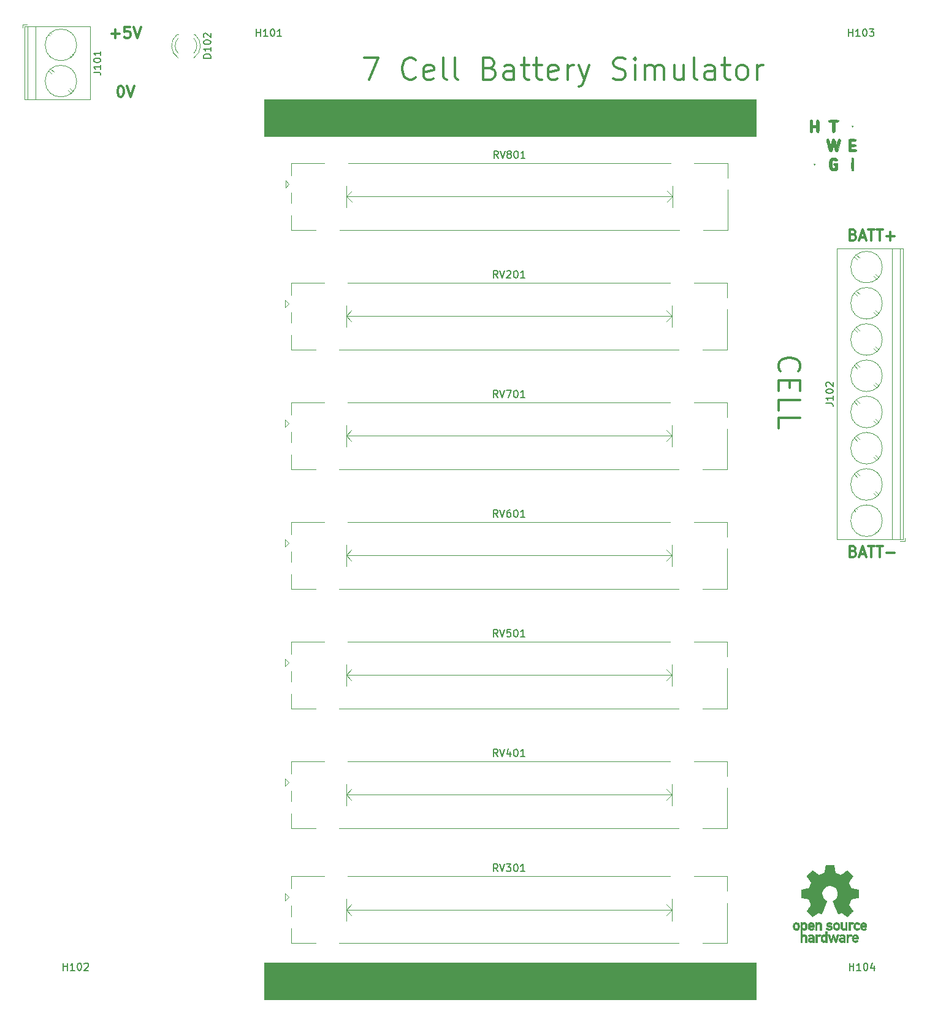
<source format=gbr>
%TF.GenerationSoftware,KiCad,Pcbnew,5.1.7-a382d34a8~87~ubuntu20.04.1*%
%TF.CreationDate,2020-11-02T17:40:13+01:00*%
%TF.ProjectId,7CellBatterySimulator_7CBS,3743656c-6c42-4617-9474-65727953696d,V1.0*%
%TF.SameCoordinates,Original*%
%TF.FileFunction,Legend,Top*%
%TF.FilePolarity,Positive*%
%FSLAX46Y46*%
G04 Gerber Fmt 4.6, Leading zero omitted, Abs format (unit mm)*
G04 Created by KiCad (PCBNEW 5.1.7-a382d34a8~87~ubuntu20.04.1) date 2020-11-02 17:40:13*
%MOMM*%
%LPD*%
G01*
G04 APERTURE LIST*
%ADD10C,0.300000*%
%ADD11C,0.100000*%
%ADD12C,0.010000*%
%ADD13C,0.120000*%
%ADD14C,0.150000*%
G04 APERTURE END LIST*
D10*
X159444857Y-96920857D02*
X159659142Y-96992285D01*
X159730571Y-97063714D01*
X159802000Y-97206571D01*
X159802000Y-97420857D01*
X159730571Y-97563714D01*
X159659142Y-97635142D01*
X159516285Y-97706571D01*
X158944857Y-97706571D01*
X158944857Y-96206571D01*
X159444857Y-96206571D01*
X159587714Y-96278000D01*
X159659142Y-96349428D01*
X159730571Y-96492285D01*
X159730571Y-96635142D01*
X159659142Y-96778000D01*
X159587714Y-96849428D01*
X159444857Y-96920857D01*
X158944857Y-96920857D01*
X160373428Y-97278000D02*
X161087714Y-97278000D01*
X160230571Y-97706571D02*
X160730571Y-96206571D01*
X161230571Y-97706571D01*
X161516285Y-96206571D02*
X162373428Y-96206571D01*
X161944857Y-97706571D02*
X161944857Y-96206571D01*
X162659142Y-96206571D02*
X163516285Y-96206571D01*
X163087714Y-97706571D02*
X163087714Y-96206571D01*
X164016285Y-97135142D02*
X165159142Y-97135142D01*
X159444857Y-53232857D02*
X159659142Y-53304285D01*
X159730571Y-53375714D01*
X159802000Y-53518571D01*
X159802000Y-53732857D01*
X159730571Y-53875714D01*
X159659142Y-53947142D01*
X159516285Y-54018571D01*
X158944857Y-54018571D01*
X158944857Y-52518571D01*
X159444857Y-52518571D01*
X159587714Y-52590000D01*
X159659142Y-52661428D01*
X159730571Y-52804285D01*
X159730571Y-52947142D01*
X159659142Y-53090000D01*
X159587714Y-53161428D01*
X159444857Y-53232857D01*
X158944857Y-53232857D01*
X160373428Y-53590000D02*
X161087714Y-53590000D01*
X160230571Y-54018571D02*
X160730571Y-52518571D01*
X161230571Y-54018571D01*
X161516285Y-52518571D02*
X162373428Y-52518571D01*
X161944857Y-54018571D02*
X161944857Y-52518571D01*
X162659142Y-52518571D02*
X163516285Y-52518571D01*
X163087714Y-54018571D02*
X163087714Y-52518571D01*
X164016285Y-53447142D02*
X165159142Y-53447142D01*
X164587714Y-54018571D02*
X164587714Y-52875714D01*
X149423571Y-72072857D02*
X149280714Y-71930000D01*
X149137857Y-71501428D01*
X149137857Y-71215714D01*
X149280714Y-70787142D01*
X149566428Y-70501428D01*
X149852142Y-70358571D01*
X150423571Y-70215714D01*
X150852142Y-70215714D01*
X151423571Y-70358571D01*
X151709285Y-70501428D01*
X151995000Y-70787142D01*
X152137857Y-71215714D01*
X152137857Y-71501428D01*
X151995000Y-71930000D01*
X151852142Y-72072857D01*
X150709285Y-73358571D02*
X150709285Y-74358571D01*
X149137857Y-74787142D02*
X149137857Y-73358571D01*
X152137857Y-73358571D01*
X152137857Y-74787142D01*
X149137857Y-77501428D02*
X149137857Y-76072857D01*
X152137857Y-76072857D01*
X149137857Y-79930000D02*
X149137857Y-78501428D01*
X152137857Y-78501428D01*
X91880000Y-28837142D02*
X93880000Y-28837142D01*
X92594285Y-31837142D01*
X99022857Y-31551428D02*
X98880000Y-31694285D01*
X98451428Y-31837142D01*
X98165714Y-31837142D01*
X97737142Y-31694285D01*
X97451428Y-31408571D01*
X97308571Y-31122857D01*
X97165714Y-30551428D01*
X97165714Y-30122857D01*
X97308571Y-29551428D01*
X97451428Y-29265714D01*
X97737142Y-28980000D01*
X98165714Y-28837142D01*
X98451428Y-28837142D01*
X98880000Y-28980000D01*
X99022857Y-29122857D01*
X101451428Y-31694285D02*
X101165714Y-31837142D01*
X100594285Y-31837142D01*
X100308571Y-31694285D01*
X100165714Y-31408571D01*
X100165714Y-30265714D01*
X100308571Y-29980000D01*
X100594285Y-29837142D01*
X101165714Y-29837142D01*
X101451428Y-29980000D01*
X101594285Y-30265714D01*
X101594285Y-30551428D01*
X100165714Y-30837142D01*
X103308571Y-31837142D02*
X103022857Y-31694285D01*
X102880000Y-31408571D01*
X102880000Y-28837142D01*
X104880000Y-31837142D02*
X104594285Y-31694285D01*
X104451428Y-31408571D01*
X104451428Y-28837142D01*
X109308571Y-30265714D02*
X109737142Y-30408571D01*
X109880000Y-30551428D01*
X110022857Y-30837142D01*
X110022857Y-31265714D01*
X109880000Y-31551428D01*
X109737142Y-31694285D01*
X109451428Y-31837142D01*
X108308571Y-31837142D01*
X108308571Y-28837142D01*
X109308571Y-28837142D01*
X109594285Y-28980000D01*
X109737142Y-29122857D01*
X109880000Y-29408571D01*
X109880000Y-29694285D01*
X109737142Y-29980000D01*
X109594285Y-30122857D01*
X109308571Y-30265714D01*
X108308571Y-30265714D01*
X112594285Y-31837142D02*
X112594285Y-30265714D01*
X112451428Y-29980000D01*
X112165714Y-29837142D01*
X111594285Y-29837142D01*
X111308571Y-29980000D01*
X112594285Y-31694285D02*
X112308571Y-31837142D01*
X111594285Y-31837142D01*
X111308571Y-31694285D01*
X111165714Y-31408571D01*
X111165714Y-31122857D01*
X111308571Y-30837142D01*
X111594285Y-30694285D01*
X112308571Y-30694285D01*
X112594285Y-30551428D01*
X113594285Y-29837142D02*
X114737142Y-29837142D01*
X114022857Y-28837142D02*
X114022857Y-31408571D01*
X114165714Y-31694285D01*
X114451428Y-31837142D01*
X114737142Y-31837142D01*
X115308571Y-29837142D02*
X116451428Y-29837142D01*
X115737142Y-28837142D02*
X115737142Y-31408571D01*
X115879999Y-31694285D01*
X116165714Y-31837142D01*
X116451428Y-31837142D01*
X118594285Y-31694285D02*
X118308571Y-31837142D01*
X117737142Y-31837142D01*
X117451428Y-31694285D01*
X117308571Y-31408571D01*
X117308571Y-30265714D01*
X117451428Y-29980000D01*
X117737142Y-29837142D01*
X118308571Y-29837142D01*
X118594285Y-29980000D01*
X118737142Y-30265714D01*
X118737142Y-30551428D01*
X117308571Y-30837142D01*
X120022857Y-31837142D02*
X120022857Y-29837142D01*
X120022857Y-30408571D02*
X120165714Y-30122857D01*
X120308571Y-29980000D01*
X120594285Y-29837142D01*
X120879999Y-29837142D01*
X121594285Y-29837142D02*
X122308571Y-31837142D01*
X123022857Y-29837142D02*
X122308571Y-31837142D01*
X122022857Y-32551428D01*
X121879999Y-32694285D01*
X121594285Y-32837142D01*
X126308571Y-31694285D02*
X126737142Y-31837142D01*
X127451428Y-31837142D01*
X127737142Y-31694285D01*
X127879999Y-31551428D01*
X128022857Y-31265714D01*
X128022857Y-30980000D01*
X127879999Y-30694285D01*
X127737142Y-30551428D01*
X127451428Y-30408571D01*
X126879999Y-30265714D01*
X126594285Y-30122857D01*
X126451428Y-29980000D01*
X126308571Y-29694285D01*
X126308571Y-29408571D01*
X126451428Y-29122857D01*
X126594285Y-28980000D01*
X126879999Y-28837142D01*
X127594285Y-28837142D01*
X128022857Y-28980000D01*
X129308571Y-31837142D02*
X129308571Y-29837142D01*
X129308571Y-28837142D02*
X129165714Y-28980000D01*
X129308571Y-29122857D01*
X129451428Y-28980000D01*
X129308571Y-28837142D01*
X129308571Y-29122857D01*
X130737142Y-31837142D02*
X130737142Y-29837142D01*
X130737142Y-30122857D02*
X130879999Y-29980000D01*
X131165714Y-29837142D01*
X131594285Y-29837142D01*
X131879999Y-29980000D01*
X132022857Y-30265714D01*
X132022857Y-31837142D01*
X132022857Y-30265714D02*
X132165714Y-29980000D01*
X132451428Y-29837142D01*
X132879999Y-29837142D01*
X133165714Y-29980000D01*
X133308571Y-30265714D01*
X133308571Y-31837142D01*
X136022857Y-29837142D02*
X136022857Y-31837142D01*
X134737142Y-29837142D02*
X134737142Y-31408571D01*
X134880000Y-31694285D01*
X135165714Y-31837142D01*
X135594285Y-31837142D01*
X135880000Y-31694285D01*
X136022857Y-31551428D01*
X137880000Y-31837142D02*
X137594285Y-31694285D01*
X137451428Y-31408571D01*
X137451428Y-28837142D01*
X140308571Y-31837142D02*
X140308571Y-30265714D01*
X140165714Y-29980000D01*
X139880000Y-29837142D01*
X139308571Y-29837142D01*
X139022857Y-29980000D01*
X140308571Y-31694285D02*
X140022857Y-31837142D01*
X139308571Y-31837142D01*
X139022857Y-31694285D01*
X138880000Y-31408571D01*
X138880000Y-31122857D01*
X139022857Y-30837142D01*
X139308571Y-30694285D01*
X140022857Y-30694285D01*
X140308571Y-30551428D01*
X141308571Y-29837142D02*
X142451428Y-29837142D01*
X141737142Y-28837142D02*
X141737142Y-31408571D01*
X141880000Y-31694285D01*
X142165714Y-31837142D01*
X142451428Y-31837142D01*
X143880000Y-31837142D02*
X143594285Y-31694285D01*
X143451428Y-31551428D01*
X143308571Y-31265714D01*
X143308571Y-30408571D01*
X143451428Y-30122857D01*
X143594285Y-29980000D01*
X143880000Y-29837142D01*
X144308571Y-29837142D01*
X144594285Y-29980000D01*
X144737142Y-30122857D01*
X144880000Y-30408571D01*
X144880000Y-31265714D01*
X144737142Y-31551428D01*
X144594285Y-31694285D01*
X144308571Y-31837142D01*
X143880000Y-31837142D01*
X146165714Y-31837142D02*
X146165714Y-29837142D01*
X146165714Y-30408571D02*
X146308571Y-30122857D01*
X146451428Y-29980000D01*
X146737142Y-29837142D01*
X147022857Y-29837142D01*
X56999428Y-25507142D02*
X58142285Y-25507142D01*
X57570857Y-26078571D02*
X57570857Y-24935714D01*
X59570857Y-24578571D02*
X58856571Y-24578571D01*
X58785142Y-25292857D01*
X58856571Y-25221428D01*
X58999428Y-25150000D01*
X59356571Y-25150000D01*
X59499428Y-25221428D01*
X59570857Y-25292857D01*
X59642285Y-25435714D01*
X59642285Y-25792857D01*
X59570857Y-25935714D01*
X59499428Y-26007142D01*
X59356571Y-26078571D01*
X58999428Y-26078571D01*
X58856571Y-26007142D01*
X58785142Y-25935714D01*
X60070857Y-24578571D02*
X60570857Y-26078571D01*
X61070857Y-24578571D01*
X58213714Y-32706571D02*
X58356571Y-32706571D01*
X58499428Y-32778000D01*
X58570857Y-32849428D01*
X58642285Y-32992285D01*
X58713714Y-33278000D01*
X58713714Y-33635142D01*
X58642285Y-33920857D01*
X58570857Y-34063714D01*
X58499428Y-34135142D01*
X58356571Y-34206571D01*
X58213714Y-34206571D01*
X58070857Y-34135142D01*
X57999428Y-34063714D01*
X57928000Y-33920857D01*
X57856571Y-33635142D01*
X57856571Y-33278000D01*
X57928000Y-32992285D01*
X57999428Y-32849428D01*
X58070857Y-32778000D01*
X58213714Y-32706571D01*
X59142285Y-32706571D02*
X59642285Y-34206571D01*
X60142285Y-32706571D01*
D11*
G36*
X146050000Y-39624000D02*
G01*
X78105000Y-39624000D01*
X78105000Y-34544000D01*
X146050000Y-34544000D01*
X146050000Y-39624000D01*
G37*
X146050000Y-39624000D02*
X78105000Y-39624000D01*
X78105000Y-34544000D01*
X146050000Y-34544000D01*
X146050000Y-39624000D01*
G36*
X146050000Y-158750000D02*
G01*
X78105000Y-158750000D01*
X78105000Y-153670000D01*
X146050000Y-153670000D01*
X146050000Y-158750000D01*
G37*
X146050000Y-158750000D02*
X78105000Y-158750000D01*
X78105000Y-153670000D01*
X146050000Y-153670000D01*
X146050000Y-158750000D01*
D12*
%TO.C,L102*%
G36*
X156316355Y-140208013D02*
G01*
X156407070Y-140208080D01*
X156483439Y-140208242D01*
X156546753Y-140208540D01*
X156598308Y-140209014D01*
X156639395Y-140209707D01*
X156671309Y-140210658D01*
X156695342Y-140211910D01*
X156712787Y-140213503D01*
X156724939Y-140215478D01*
X156733089Y-140217876D01*
X156738532Y-140220738D01*
X156742560Y-140224106D01*
X156743399Y-140224934D01*
X156755802Y-140239749D01*
X156760333Y-140249389D01*
X156761840Y-140258845D01*
X156766181Y-140283485D01*
X156773090Y-140321847D01*
X156782298Y-140372466D01*
X156793538Y-140433882D01*
X156806543Y-140504630D01*
X156821043Y-140583248D01*
X156836772Y-140668273D01*
X156853462Y-140758243D01*
X156853697Y-140759505D01*
X156875798Y-140877685D01*
X156895195Y-140979677D01*
X156911993Y-141065991D01*
X156926299Y-141137135D01*
X156938217Y-141193622D01*
X156947853Y-141235960D01*
X156955313Y-141264660D01*
X156960703Y-141280232D01*
X156962015Y-141282536D01*
X156973258Y-141290482D01*
X156998330Y-141303729D01*
X157035268Y-141321465D01*
X157082112Y-141342872D01*
X157136900Y-141367138D01*
X157197671Y-141393445D01*
X157262463Y-141420980D01*
X157329314Y-141448928D01*
X157396265Y-141476473D01*
X157461352Y-141502801D01*
X157522615Y-141527096D01*
X157578093Y-141548543D01*
X157625823Y-141566328D01*
X157663845Y-141579635D01*
X157690196Y-141587650D01*
X157701245Y-141589701D01*
X157709280Y-141588932D01*
X157719657Y-141585825D01*
X157733514Y-141579658D01*
X157751989Y-141569710D01*
X157776221Y-141555259D01*
X157807346Y-141535582D01*
X157846504Y-141509957D01*
X157894832Y-141477663D01*
X157953469Y-141437978D01*
X158023553Y-141390180D01*
X158106221Y-141333546D01*
X158120345Y-141323855D01*
X158214376Y-141259299D01*
X158295423Y-141203646D01*
X158364494Y-141156260D01*
X158422597Y-141116506D01*
X158470739Y-141083750D01*
X158509930Y-141057356D01*
X158541177Y-141036691D01*
X158565487Y-141021119D01*
X158583870Y-141010006D01*
X158597333Y-141002716D01*
X158606885Y-140998615D01*
X158613533Y-140997069D01*
X158618285Y-140997442D01*
X158622150Y-140999099D01*
X158626136Y-141001406D01*
X158629676Y-141003125D01*
X158639867Y-141010792D01*
X158660849Y-141029408D01*
X158691497Y-141057888D01*
X158730688Y-141095151D01*
X158777298Y-141140110D01*
X158830203Y-141191684D01*
X158888279Y-141248788D01*
X158950402Y-141310339D01*
X159010835Y-141370634D01*
X159088271Y-141448285D01*
X159154382Y-141514901D01*
X159209939Y-141571301D01*
X159255710Y-141618302D01*
X159292467Y-141656719D01*
X159320978Y-141687372D01*
X159342014Y-141711077D01*
X159356346Y-141728650D01*
X159364741Y-141740911D01*
X159367972Y-141748675D01*
X159368066Y-141749808D01*
X159363295Y-141761983D01*
X159348950Y-141787391D01*
X159324981Y-141826105D01*
X159291341Y-141878200D01*
X159247982Y-141943750D01*
X159194854Y-142022830D01*
X159131909Y-142115514D01*
X159075966Y-142197300D01*
X159007488Y-142297452D01*
X158948629Y-142384201D01*
X158899151Y-142457910D01*
X158858816Y-142518944D01*
X158827386Y-142567670D01*
X158804624Y-142604450D01*
X158790291Y-142629651D01*
X158784150Y-142643637D01*
X158783866Y-142645527D01*
X158787209Y-142659511D01*
X158796689Y-142686827D01*
X158811486Y-142725581D01*
X158830778Y-142773879D01*
X158853744Y-142829828D01*
X158879561Y-142891532D01*
X158907409Y-142957099D01*
X158936467Y-143024634D01*
X158965912Y-143092243D01*
X158994924Y-143158032D01*
X159022681Y-143220108D01*
X159048362Y-143276577D01*
X159071145Y-143325544D01*
X159090208Y-143365115D01*
X159104731Y-143393397D01*
X159113892Y-143408496D01*
X159115509Y-143410200D01*
X159128185Y-143415216D01*
X159155972Y-143422655D01*
X159199108Y-143432566D01*
X159257831Y-143444997D01*
X159332377Y-143459998D01*
X159422985Y-143477619D01*
X159529890Y-143497908D01*
X159617833Y-143514334D01*
X159706460Y-143530816D01*
X159790482Y-143546480D01*
X159868356Y-143561037D01*
X159938539Y-143574197D01*
X159999488Y-143585669D01*
X160049661Y-143595163D01*
X160087514Y-143602389D01*
X160111505Y-143607056D01*
X160119706Y-143608759D01*
X160138596Y-143618912D01*
X160147223Y-143628951D01*
X160148978Y-143640720D01*
X160150552Y-143668591D01*
X160151931Y-143711733D01*
X160153102Y-143769315D01*
X160154053Y-143840506D01*
X160154771Y-143924475D01*
X160155242Y-144020392D01*
X160155455Y-144127425D01*
X160155466Y-144160065D01*
X160155448Y-144266444D01*
X160155367Y-144357175D01*
X160155185Y-144433547D01*
X160154864Y-144496844D01*
X160154364Y-144548352D01*
X160153646Y-144589359D01*
X160152673Y-144621151D01*
X160151405Y-144645013D01*
X160149804Y-144662233D01*
X160147832Y-144674096D01*
X160145448Y-144681889D01*
X160142615Y-144686898D01*
X160139521Y-144690206D01*
X160130154Y-144694633D01*
X160109598Y-144700748D01*
X160077124Y-144708704D01*
X160032003Y-144718654D01*
X159973507Y-144730749D01*
X159900908Y-144745143D01*
X159813476Y-144761987D01*
X159710484Y-144781435D01*
X159646338Y-144793408D01*
X159558365Y-144809802D01*
X159475125Y-144825374D01*
X159398152Y-144839831D01*
X159328980Y-144852883D01*
X159269144Y-144864239D01*
X159220179Y-144873608D01*
X159183619Y-144880699D01*
X159160999Y-144885221D01*
X159154057Y-144886766D01*
X159138247Y-144897043D01*
X159126056Y-144911129D01*
X159119509Y-144924168D01*
X159107742Y-144950776D01*
X159091497Y-144989087D01*
X159071517Y-145037233D01*
X159048545Y-145093347D01*
X159023321Y-145155560D01*
X158996590Y-145222006D01*
X158969093Y-145290817D01*
X158941572Y-145360125D01*
X158914770Y-145428063D01*
X158889429Y-145492763D01*
X158866292Y-145552359D01*
X158846101Y-145604981D01*
X158829598Y-145648764D01*
X158817525Y-145681839D01*
X158810626Y-145702339D01*
X158809266Y-145708073D01*
X158813871Y-145723338D01*
X158826098Y-145747677D01*
X158843569Y-145776500D01*
X158848860Y-145784432D01*
X158862329Y-145804162D01*
X158884106Y-145836001D01*
X158912919Y-145878095D01*
X158947500Y-145928591D01*
X158986577Y-145985632D01*
X159028882Y-146047366D01*
X159073142Y-146111936D01*
X159088726Y-146134667D01*
X159133367Y-146199788D01*
X159176489Y-146262715D01*
X159216823Y-146321594D01*
X159253100Y-146374571D01*
X159284048Y-146419791D01*
X159308399Y-146455399D01*
X159324882Y-146479541D01*
X159328532Y-146484901D01*
X159346981Y-146514136D01*
X159360834Y-146540098D01*
X159367713Y-146558202D01*
X159368066Y-146561138D01*
X159363214Y-146570198D01*
X159348450Y-146588581D01*
X159323461Y-146616613D01*
X159287936Y-146654622D01*
X159241563Y-146702936D01*
X159184029Y-146761881D01*
X159115023Y-146831785D01*
X159034233Y-146912975D01*
X159001847Y-146945387D01*
X158924276Y-147022832D01*
X158857716Y-147089013D01*
X158801306Y-147144741D01*
X158754185Y-147190826D01*
X158715491Y-147228079D01*
X158684363Y-147257310D01*
X158659940Y-147279329D01*
X158641360Y-147294948D01*
X158627763Y-147304976D01*
X158618286Y-147310225D01*
X158612752Y-147311533D01*
X158602074Y-147307959D01*
X158581441Y-147297008D01*
X158550326Y-147278338D01*
X158508203Y-147251608D01*
X158454543Y-147216476D01*
X158388820Y-147172601D01*
X158310508Y-147119641D01*
X158219078Y-147057254D01*
X158194774Y-147040600D01*
X158101833Y-146977054D01*
X158022016Y-146922895D01*
X157954650Y-146877689D01*
X157899065Y-146841003D01*
X157854590Y-146812401D01*
X157820554Y-146791450D01*
X157796286Y-146777716D01*
X157781115Y-146770764D01*
X157776124Y-146769667D01*
X157761362Y-146773688D01*
X157733737Y-146785161D01*
X157695125Y-146803195D01*
X157647401Y-146826903D01*
X157592440Y-146855395D01*
X157569560Y-146867553D01*
X157502157Y-146903068D01*
X157448879Y-146929942D01*
X157409385Y-146948334D01*
X157383332Y-146958403D01*
X157370410Y-146960318D01*
X157367924Y-146959827D01*
X157365771Y-146959567D01*
X157363601Y-146958719D01*
X157361061Y-146956464D01*
X157357800Y-146951985D01*
X157353466Y-146944462D01*
X157347708Y-146933078D01*
X157340174Y-146917013D01*
X157330512Y-146895449D01*
X157318371Y-146867568D01*
X157303398Y-146832551D01*
X157285244Y-146789579D01*
X157263554Y-146737834D01*
X157237980Y-146676498D01*
X157208167Y-146604752D01*
X157173765Y-146521777D01*
X157134423Y-146426755D01*
X157089788Y-146318867D01*
X157039509Y-146197295D01*
X156983234Y-146061221D01*
X156959449Y-146003713D01*
X156899539Y-145858601D01*
X156846201Y-145728836D01*
X156799349Y-145614200D01*
X156758894Y-145514470D01*
X156724749Y-145429428D01*
X156696825Y-145358852D01*
X156675036Y-145302522D01*
X156659293Y-145260218D01*
X156649509Y-145231719D01*
X156645597Y-145216805D01*
X156645585Y-145214804D01*
X156655901Y-145199613D01*
X156678713Y-145180250D01*
X156703192Y-145163990D01*
X156753851Y-145131133D01*
X156809865Y-145091247D01*
X156867348Y-145047402D01*
X156922412Y-145002669D01*
X156971172Y-144960117D01*
X157009741Y-144922817D01*
X157013438Y-144918905D01*
X157100247Y-144813725D01*
X157173545Y-144699072D01*
X157232505Y-144576603D01*
X157276295Y-144447974D01*
X157298473Y-144349647D01*
X157305838Y-144292066D01*
X157310061Y-144223697D01*
X157311141Y-144150392D01*
X157309079Y-144078000D01*
X157303874Y-144012373D01*
X157298473Y-143974220D01*
X157266787Y-143842352D01*
X157220465Y-143717538D01*
X157160514Y-143600697D01*
X157087941Y-143492750D01*
X157003755Y-143394617D01*
X156908964Y-143307218D01*
X156804574Y-143231472D01*
X156691594Y-143168300D01*
X156571032Y-143118622D01*
X156443896Y-143083357D01*
X156311193Y-143063427D01*
X156299736Y-143062473D01*
X156164235Y-143059918D01*
X156032872Y-143073082D01*
X155906548Y-143101070D01*
X155786163Y-143142986D01*
X155672616Y-143197935D01*
X155566808Y-143265020D01*
X155469639Y-143343347D01*
X155382010Y-143432019D01*
X155304820Y-143530141D01*
X155238969Y-143636818D01*
X155185358Y-143751154D01*
X155144887Y-143872252D01*
X155118456Y-143999218D01*
X155106964Y-144131157D01*
X155109620Y-144246600D01*
X155127324Y-144375978D01*
X155160710Y-144502994D01*
X155208784Y-144625536D01*
X155270550Y-144741490D01*
X155345014Y-144848745D01*
X155431180Y-144945187D01*
X155444831Y-144958380D01*
X155479719Y-144989241D01*
X155524888Y-145025955D01*
X155576242Y-145065432D01*
X155629683Y-145104582D01*
X155681115Y-145140312D01*
X155716906Y-145163636D01*
X155745562Y-145183715D01*
X155766008Y-145202235D01*
X155774513Y-145215199D01*
X155772196Y-145226456D01*
X155763370Y-145252843D01*
X155748017Y-145294406D01*
X155726116Y-145351195D01*
X155697649Y-145423257D01*
X155662596Y-145510642D01*
X155620938Y-145613397D01*
X155572656Y-145731570D01*
X155517731Y-145865209D01*
X155460550Y-146003713D01*
X155401831Y-146145692D01*
X155349245Y-146272847D01*
X155302440Y-146385997D01*
X155261066Y-146485960D01*
X155224771Y-146573556D01*
X155193203Y-146649603D01*
X155166010Y-146714919D01*
X155142842Y-146770322D01*
X155123345Y-146816633D01*
X155107170Y-146854669D01*
X155093963Y-146885249D01*
X155083374Y-146909191D01*
X155075052Y-146927315D01*
X155068643Y-146940438D01*
X155063798Y-146949379D01*
X155060163Y-146954958D01*
X155057389Y-146957992D01*
X155055122Y-146959301D01*
X155053012Y-146959702D01*
X155050707Y-146960015D01*
X155049721Y-146960277D01*
X155036451Y-146958178D01*
X155009650Y-146947634D01*
X154969088Y-146928538D01*
X154914537Y-146900782D01*
X154851807Y-146867511D01*
X154788991Y-146834297D01*
X154735748Y-146807325D01*
X154693309Y-146787176D01*
X154662906Y-146774435D01*
X154645770Y-146769685D01*
X154645143Y-146769667D01*
X154635848Y-146772160D01*
X154619606Y-146780002D01*
X154595575Y-146793738D01*
X154562912Y-146813911D01*
X154520773Y-146841066D01*
X154468318Y-146875748D01*
X154404702Y-146918501D01*
X154329084Y-146969868D01*
X154240621Y-147030395D01*
X154225751Y-147040600D01*
X154132676Y-147104310D01*
X154052733Y-147158612D01*
X153985266Y-147203929D01*
X153929621Y-147240685D01*
X153885143Y-147269305D01*
X153851178Y-147290213D01*
X153827072Y-147303833D01*
X153812169Y-147310589D01*
X153807669Y-147311533D01*
X153801127Y-147309929D01*
X153791546Y-147304564D01*
X153778048Y-147294615D01*
X153759755Y-147279255D01*
X153735789Y-147257660D01*
X153705272Y-147229005D01*
X153667326Y-147192463D01*
X153621074Y-147147210D01*
X153565636Y-147092420D01*
X153500136Y-147027269D01*
X153423695Y-146950930D01*
X153418080Y-146945314D01*
X153332654Y-146859627D01*
X153259152Y-146785369D01*
X153197285Y-146722236D01*
X153146765Y-146669927D01*
X153107304Y-146628138D01*
X153078614Y-146596568D01*
X153060406Y-146574914D01*
X153052392Y-146562873D01*
X153051933Y-146561065D01*
X153056531Y-146545891D01*
X153068740Y-146521621D01*
X153086184Y-146492832D01*
X153091468Y-146484901D01*
X153104673Y-146465536D01*
X153126235Y-146433985D01*
X153154933Y-146392027D01*
X153189549Y-146341443D01*
X153228866Y-146284013D01*
X153271663Y-146221518D01*
X153316724Y-146155738D01*
X153342764Y-146117734D01*
X153388025Y-146051679D01*
X153431261Y-145988573D01*
X153471332Y-145930080D01*
X153507096Y-145877867D01*
X153537412Y-145833601D01*
X153561138Y-145798948D01*
X153577134Y-145775574D01*
X153582629Y-145767533D01*
X153598028Y-145741973D01*
X153608235Y-145719269D01*
X153610733Y-145708107D01*
X153607654Y-145696925D01*
X153598912Y-145671936D01*
X153585250Y-145635007D01*
X153567410Y-145588005D01*
X153546134Y-145532798D01*
X153522164Y-145471253D01*
X153496243Y-145405239D01*
X153469114Y-145336623D01*
X153441518Y-145267271D01*
X153414197Y-145199053D01*
X153387895Y-145133835D01*
X153363354Y-145073485D01*
X153341315Y-145019870D01*
X153322522Y-144974858D01*
X153307716Y-144940317D01*
X153297639Y-144918114D01*
X153293943Y-144911129D01*
X153278971Y-144894562D01*
X153265942Y-144886585D01*
X153255042Y-144884195D01*
X153229026Y-144879012D01*
X153189428Y-144871328D01*
X153137782Y-144861436D01*
X153075622Y-144849625D01*
X153004482Y-144836189D01*
X152925895Y-144821419D01*
X152841396Y-144805607D01*
X152773314Y-144792913D01*
X152659688Y-144771614D01*
X152562163Y-144753009D01*
X152480143Y-144736975D01*
X152413031Y-144723386D01*
X152360233Y-144712118D01*
X152321152Y-144703047D01*
X152295191Y-144696048D01*
X152281755Y-144690997D01*
X152280130Y-144689891D01*
X152276918Y-144686312D01*
X152274178Y-144680986D01*
X152271875Y-144672631D01*
X152269969Y-144659966D01*
X152268424Y-144641709D01*
X152267202Y-144616580D01*
X152266265Y-144583295D01*
X152265576Y-144540574D01*
X152265097Y-144487136D01*
X152264791Y-144421698D01*
X152264620Y-144342979D01*
X152264547Y-144249697D01*
X152264533Y-144158006D01*
X152264605Y-144046260D01*
X152264835Y-143950376D01*
X152265246Y-143869286D01*
X152265857Y-143801920D01*
X152266693Y-143747207D01*
X152267772Y-143704079D01*
X152269119Y-143671465D01*
X152270753Y-143648296D01*
X152272697Y-143633503D01*
X152274972Y-143626014D01*
X152275285Y-143625532D01*
X152280996Y-143621709D01*
X152293804Y-143616968D01*
X152314769Y-143611085D01*
X152344946Y-143603838D01*
X152385394Y-143595005D01*
X152437169Y-143584361D01*
X152501331Y-143571683D01*
X152578936Y-143556750D01*
X152671041Y-143539338D01*
X152778704Y-143519223D01*
X152785402Y-143517978D01*
X152904025Y-143495767D01*
X153006384Y-143476266D01*
X153092916Y-143459383D01*
X153164056Y-143445029D01*
X153220243Y-143433112D01*
X153261911Y-143423543D01*
X153289498Y-143416230D01*
X153303440Y-143411084D01*
X153304490Y-143410415D01*
X153311838Y-143399716D01*
X153324801Y-143375250D01*
X153342558Y-143338911D01*
X153364286Y-143292594D01*
X153389165Y-143238195D01*
X153416373Y-143177607D01*
X153445089Y-143112725D01*
X153474490Y-143045445D01*
X153503755Y-142977662D01*
X153532064Y-142911269D01*
X153558594Y-142848162D01*
X153582523Y-142790236D01*
X153603031Y-142739385D01*
X153619296Y-142697505D01*
X153630496Y-142666490D01*
X153635809Y-142648235D01*
X153636133Y-142645484D01*
X153632183Y-142634490D01*
X153620171Y-142612470D01*
X153599851Y-142579049D01*
X153570978Y-142533849D01*
X153533306Y-142476493D01*
X153486589Y-142406605D01*
X153430584Y-142323809D01*
X153365043Y-142227727D01*
X153344033Y-142197055D01*
X153273268Y-142093471D01*
X153212262Y-142003399D01*
X153161036Y-141926871D01*
X153119612Y-141863921D01*
X153088012Y-141814582D01*
X153066258Y-141778888D01*
X153054371Y-141756872D01*
X153051933Y-141749606D01*
X153054265Y-141742626D01*
X153061769Y-141731148D01*
X153075203Y-141714367D01*
X153095327Y-141691476D01*
X153122900Y-141661670D01*
X153158683Y-141624144D01*
X153203434Y-141578091D01*
X153257913Y-141522706D01*
X153322880Y-141457183D01*
X153399093Y-141380717D01*
X153409164Y-141370634D01*
X153474014Y-141305939D01*
X153535835Y-141244693D01*
X153593508Y-141187978D01*
X153645910Y-141136875D01*
X153691922Y-141092467D01*
X153730423Y-141055835D01*
X153760293Y-141028062D01*
X153780411Y-141010229D01*
X153789396Y-141003509D01*
X153812870Y-140998257D01*
X153830264Y-141003545D01*
X153840312Y-141009960D01*
X153863035Y-141025111D01*
X153897160Y-141048131D01*
X153941415Y-141078154D01*
X153994526Y-141114313D01*
X154055221Y-141155742D01*
X154122227Y-141201574D01*
X154194271Y-141250942D01*
X154267848Y-141301447D01*
X154360031Y-141364646D01*
X154439273Y-141418670D01*
X154506475Y-141464104D01*
X154562536Y-141501529D01*
X154608356Y-141531529D01*
X154644834Y-141554684D01*
X154672871Y-141571579D01*
X154693367Y-141582796D01*
X154707221Y-141588917D01*
X154714388Y-141590548D01*
X154728963Y-141587519D01*
X154757020Y-141578568D01*
X154796574Y-141564509D01*
X154845640Y-141546155D01*
X154902233Y-141524318D01*
X154964368Y-141499812D01*
X155030060Y-141473450D01*
X155097323Y-141446046D01*
X155164173Y-141418412D01*
X155228625Y-141391361D01*
X155288694Y-141365708D01*
X155342394Y-141342264D01*
X155387740Y-141321844D01*
X155422749Y-141305261D01*
X155445433Y-141293326D01*
X155453184Y-141287896D01*
X155456673Y-141284031D01*
X155459844Y-141279941D01*
X155462929Y-141274507D01*
X155466161Y-141266609D01*
X155469774Y-141255130D01*
X155474000Y-141238950D01*
X155479072Y-141216949D01*
X155485224Y-141188010D01*
X155492689Y-141151013D01*
X155501700Y-141104840D01*
X155512490Y-141048370D01*
X155525292Y-140980486D01*
X155540339Y-140900069D01*
X155557864Y-140805999D01*
X155578100Y-140697157D01*
X155593434Y-140614646D01*
X155611386Y-140518822D01*
X155626748Y-140438603D01*
X155639758Y-140372894D01*
X155650652Y-140320605D01*
X155659668Y-140280643D01*
X155667043Y-140251916D01*
X155673014Y-140233331D01*
X155677819Y-140223796D01*
X155678471Y-140223062D01*
X155682403Y-140219952D01*
X155688352Y-140217301D01*
X155697601Y-140215071D01*
X155711432Y-140213228D01*
X155731128Y-140211734D01*
X155757972Y-140210553D01*
X155793245Y-140209649D01*
X155838231Y-140208985D01*
X155894212Y-140208526D01*
X155962472Y-140208234D01*
X156044291Y-140208074D01*
X156140954Y-140208009D01*
X156210000Y-140208000D01*
X156316355Y-140208013D01*
G37*
X156316355Y-140208013D02*
X156407070Y-140208080D01*
X156483439Y-140208242D01*
X156546753Y-140208540D01*
X156598308Y-140209014D01*
X156639395Y-140209707D01*
X156671309Y-140210658D01*
X156695342Y-140211910D01*
X156712787Y-140213503D01*
X156724939Y-140215478D01*
X156733089Y-140217876D01*
X156738532Y-140220738D01*
X156742560Y-140224106D01*
X156743399Y-140224934D01*
X156755802Y-140239749D01*
X156760333Y-140249389D01*
X156761840Y-140258845D01*
X156766181Y-140283485D01*
X156773090Y-140321847D01*
X156782298Y-140372466D01*
X156793538Y-140433882D01*
X156806543Y-140504630D01*
X156821043Y-140583248D01*
X156836772Y-140668273D01*
X156853462Y-140758243D01*
X156853697Y-140759505D01*
X156875798Y-140877685D01*
X156895195Y-140979677D01*
X156911993Y-141065991D01*
X156926299Y-141137135D01*
X156938217Y-141193622D01*
X156947853Y-141235960D01*
X156955313Y-141264660D01*
X156960703Y-141280232D01*
X156962015Y-141282536D01*
X156973258Y-141290482D01*
X156998330Y-141303729D01*
X157035268Y-141321465D01*
X157082112Y-141342872D01*
X157136900Y-141367138D01*
X157197671Y-141393445D01*
X157262463Y-141420980D01*
X157329314Y-141448928D01*
X157396265Y-141476473D01*
X157461352Y-141502801D01*
X157522615Y-141527096D01*
X157578093Y-141548543D01*
X157625823Y-141566328D01*
X157663845Y-141579635D01*
X157690196Y-141587650D01*
X157701245Y-141589701D01*
X157709280Y-141588932D01*
X157719657Y-141585825D01*
X157733514Y-141579658D01*
X157751989Y-141569710D01*
X157776221Y-141555259D01*
X157807346Y-141535582D01*
X157846504Y-141509957D01*
X157894832Y-141477663D01*
X157953469Y-141437978D01*
X158023553Y-141390180D01*
X158106221Y-141333546D01*
X158120345Y-141323855D01*
X158214376Y-141259299D01*
X158295423Y-141203646D01*
X158364494Y-141156260D01*
X158422597Y-141116506D01*
X158470739Y-141083750D01*
X158509930Y-141057356D01*
X158541177Y-141036691D01*
X158565487Y-141021119D01*
X158583870Y-141010006D01*
X158597333Y-141002716D01*
X158606885Y-140998615D01*
X158613533Y-140997069D01*
X158618285Y-140997442D01*
X158622150Y-140999099D01*
X158626136Y-141001406D01*
X158629676Y-141003125D01*
X158639867Y-141010792D01*
X158660849Y-141029408D01*
X158691497Y-141057888D01*
X158730688Y-141095151D01*
X158777298Y-141140110D01*
X158830203Y-141191684D01*
X158888279Y-141248788D01*
X158950402Y-141310339D01*
X159010835Y-141370634D01*
X159088271Y-141448285D01*
X159154382Y-141514901D01*
X159209939Y-141571301D01*
X159255710Y-141618302D01*
X159292467Y-141656719D01*
X159320978Y-141687372D01*
X159342014Y-141711077D01*
X159356346Y-141728650D01*
X159364741Y-141740911D01*
X159367972Y-141748675D01*
X159368066Y-141749808D01*
X159363295Y-141761983D01*
X159348950Y-141787391D01*
X159324981Y-141826105D01*
X159291341Y-141878200D01*
X159247982Y-141943750D01*
X159194854Y-142022830D01*
X159131909Y-142115514D01*
X159075966Y-142197300D01*
X159007488Y-142297452D01*
X158948629Y-142384201D01*
X158899151Y-142457910D01*
X158858816Y-142518944D01*
X158827386Y-142567670D01*
X158804624Y-142604450D01*
X158790291Y-142629651D01*
X158784150Y-142643637D01*
X158783866Y-142645527D01*
X158787209Y-142659511D01*
X158796689Y-142686827D01*
X158811486Y-142725581D01*
X158830778Y-142773879D01*
X158853744Y-142829828D01*
X158879561Y-142891532D01*
X158907409Y-142957099D01*
X158936467Y-143024634D01*
X158965912Y-143092243D01*
X158994924Y-143158032D01*
X159022681Y-143220108D01*
X159048362Y-143276577D01*
X159071145Y-143325544D01*
X159090208Y-143365115D01*
X159104731Y-143393397D01*
X159113892Y-143408496D01*
X159115509Y-143410200D01*
X159128185Y-143415216D01*
X159155972Y-143422655D01*
X159199108Y-143432566D01*
X159257831Y-143444997D01*
X159332377Y-143459998D01*
X159422985Y-143477619D01*
X159529890Y-143497908D01*
X159617833Y-143514334D01*
X159706460Y-143530816D01*
X159790482Y-143546480D01*
X159868356Y-143561037D01*
X159938539Y-143574197D01*
X159999488Y-143585669D01*
X160049661Y-143595163D01*
X160087514Y-143602389D01*
X160111505Y-143607056D01*
X160119706Y-143608759D01*
X160138596Y-143618912D01*
X160147223Y-143628951D01*
X160148978Y-143640720D01*
X160150552Y-143668591D01*
X160151931Y-143711733D01*
X160153102Y-143769315D01*
X160154053Y-143840506D01*
X160154771Y-143924475D01*
X160155242Y-144020392D01*
X160155455Y-144127425D01*
X160155466Y-144160065D01*
X160155448Y-144266444D01*
X160155367Y-144357175D01*
X160155185Y-144433547D01*
X160154864Y-144496844D01*
X160154364Y-144548352D01*
X160153646Y-144589359D01*
X160152673Y-144621151D01*
X160151405Y-144645013D01*
X160149804Y-144662233D01*
X160147832Y-144674096D01*
X160145448Y-144681889D01*
X160142615Y-144686898D01*
X160139521Y-144690206D01*
X160130154Y-144694633D01*
X160109598Y-144700748D01*
X160077124Y-144708704D01*
X160032003Y-144718654D01*
X159973507Y-144730749D01*
X159900908Y-144745143D01*
X159813476Y-144761987D01*
X159710484Y-144781435D01*
X159646338Y-144793408D01*
X159558365Y-144809802D01*
X159475125Y-144825374D01*
X159398152Y-144839831D01*
X159328980Y-144852883D01*
X159269144Y-144864239D01*
X159220179Y-144873608D01*
X159183619Y-144880699D01*
X159160999Y-144885221D01*
X159154057Y-144886766D01*
X159138247Y-144897043D01*
X159126056Y-144911129D01*
X159119509Y-144924168D01*
X159107742Y-144950776D01*
X159091497Y-144989087D01*
X159071517Y-145037233D01*
X159048545Y-145093347D01*
X159023321Y-145155560D01*
X158996590Y-145222006D01*
X158969093Y-145290817D01*
X158941572Y-145360125D01*
X158914770Y-145428063D01*
X158889429Y-145492763D01*
X158866292Y-145552359D01*
X158846101Y-145604981D01*
X158829598Y-145648764D01*
X158817525Y-145681839D01*
X158810626Y-145702339D01*
X158809266Y-145708073D01*
X158813871Y-145723338D01*
X158826098Y-145747677D01*
X158843569Y-145776500D01*
X158848860Y-145784432D01*
X158862329Y-145804162D01*
X158884106Y-145836001D01*
X158912919Y-145878095D01*
X158947500Y-145928591D01*
X158986577Y-145985632D01*
X159028882Y-146047366D01*
X159073142Y-146111936D01*
X159088726Y-146134667D01*
X159133367Y-146199788D01*
X159176489Y-146262715D01*
X159216823Y-146321594D01*
X159253100Y-146374571D01*
X159284048Y-146419791D01*
X159308399Y-146455399D01*
X159324882Y-146479541D01*
X159328532Y-146484901D01*
X159346981Y-146514136D01*
X159360834Y-146540098D01*
X159367713Y-146558202D01*
X159368066Y-146561138D01*
X159363214Y-146570198D01*
X159348450Y-146588581D01*
X159323461Y-146616613D01*
X159287936Y-146654622D01*
X159241563Y-146702936D01*
X159184029Y-146761881D01*
X159115023Y-146831785D01*
X159034233Y-146912975D01*
X159001847Y-146945387D01*
X158924276Y-147022832D01*
X158857716Y-147089013D01*
X158801306Y-147144741D01*
X158754185Y-147190826D01*
X158715491Y-147228079D01*
X158684363Y-147257310D01*
X158659940Y-147279329D01*
X158641360Y-147294948D01*
X158627763Y-147304976D01*
X158618286Y-147310225D01*
X158612752Y-147311533D01*
X158602074Y-147307959D01*
X158581441Y-147297008D01*
X158550326Y-147278338D01*
X158508203Y-147251608D01*
X158454543Y-147216476D01*
X158388820Y-147172601D01*
X158310508Y-147119641D01*
X158219078Y-147057254D01*
X158194774Y-147040600D01*
X158101833Y-146977054D01*
X158022016Y-146922895D01*
X157954650Y-146877689D01*
X157899065Y-146841003D01*
X157854590Y-146812401D01*
X157820554Y-146791450D01*
X157796286Y-146777716D01*
X157781115Y-146770764D01*
X157776124Y-146769667D01*
X157761362Y-146773688D01*
X157733737Y-146785161D01*
X157695125Y-146803195D01*
X157647401Y-146826903D01*
X157592440Y-146855395D01*
X157569560Y-146867553D01*
X157502157Y-146903068D01*
X157448879Y-146929942D01*
X157409385Y-146948334D01*
X157383332Y-146958403D01*
X157370410Y-146960318D01*
X157367924Y-146959827D01*
X157365771Y-146959567D01*
X157363601Y-146958719D01*
X157361061Y-146956464D01*
X157357800Y-146951985D01*
X157353466Y-146944462D01*
X157347708Y-146933078D01*
X157340174Y-146917013D01*
X157330512Y-146895449D01*
X157318371Y-146867568D01*
X157303398Y-146832551D01*
X157285244Y-146789579D01*
X157263554Y-146737834D01*
X157237980Y-146676498D01*
X157208167Y-146604752D01*
X157173765Y-146521777D01*
X157134423Y-146426755D01*
X157089788Y-146318867D01*
X157039509Y-146197295D01*
X156983234Y-146061221D01*
X156959449Y-146003713D01*
X156899539Y-145858601D01*
X156846201Y-145728836D01*
X156799349Y-145614200D01*
X156758894Y-145514470D01*
X156724749Y-145429428D01*
X156696825Y-145358852D01*
X156675036Y-145302522D01*
X156659293Y-145260218D01*
X156649509Y-145231719D01*
X156645597Y-145216805D01*
X156645585Y-145214804D01*
X156655901Y-145199613D01*
X156678713Y-145180250D01*
X156703192Y-145163990D01*
X156753851Y-145131133D01*
X156809865Y-145091247D01*
X156867348Y-145047402D01*
X156922412Y-145002669D01*
X156971172Y-144960117D01*
X157009741Y-144922817D01*
X157013438Y-144918905D01*
X157100247Y-144813725D01*
X157173545Y-144699072D01*
X157232505Y-144576603D01*
X157276295Y-144447974D01*
X157298473Y-144349647D01*
X157305838Y-144292066D01*
X157310061Y-144223697D01*
X157311141Y-144150392D01*
X157309079Y-144078000D01*
X157303874Y-144012373D01*
X157298473Y-143974220D01*
X157266787Y-143842352D01*
X157220465Y-143717538D01*
X157160514Y-143600697D01*
X157087941Y-143492750D01*
X157003755Y-143394617D01*
X156908964Y-143307218D01*
X156804574Y-143231472D01*
X156691594Y-143168300D01*
X156571032Y-143118622D01*
X156443896Y-143083357D01*
X156311193Y-143063427D01*
X156299736Y-143062473D01*
X156164235Y-143059918D01*
X156032872Y-143073082D01*
X155906548Y-143101070D01*
X155786163Y-143142986D01*
X155672616Y-143197935D01*
X155566808Y-143265020D01*
X155469639Y-143343347D01*
X155382010Y-143432019D01*
X155304820Y-143530141D01*
X155238969Y-143636818D01*
X155185358Y-143751154D01*
X155144887Y-143872252D01*
X155118456Y-143999218D01*
X155106964Y-144131157D01*
X155109620Y-144246600D01*
X155127324Y-144375978D01*
X155160710Y-144502994D01*
X155208784Y-144625536D01*
X155270550Y-144741490D01*
X155345014Y-144848745D01*
X155431180Y-144945187D01*
X155444831Y-144958380D01*
X155479719Y-144989241D01*
X155524888Y-145025955D01*
X155576242Y-145065432D01*
X155629683Y-145104582D01*
X155681115Y-145140312D01*
X155716906Y-145163636D01*
X155745562Y-145183715D01*
X155766008Y-145202235D01*
X155774513Y-145215199D01*
X155772196Y-145226456D01*
X155763370Y-145252843D01*
X155748017Y-145294406D01*
X155726116Y-145351195D01*
X155697649Y-145423257D01*
X155662596Y-145510642D01*
X155620938Y-145613397D01*
X155572656Y-145731570D01*
X155517731Y-145865209D01*
X155460550Y-146003713D01*
X155401831Y-146145692D01*
X155349245Y-146272847D01*
X155302440Y-146385997D01*
X155261066Y-146485960D01*
X155224771Y-146573556D01*
X155193203Y-146649603D01*
X155166010Y-146714919D01*
X155142842Y-146770322D01*
X155123345Y-146816633D01*
X155107170Y-146854669D01*
X155093963Y-146885249D01*
X155083374Y-146909191D01*
X155075052Y-146927315D01*
X155068643Y-146940438D01*
X155063798Y-146949379D01*
X155060163Y-146954958D01*
X155057389Y-146957992D01*
X155055122Y-146959301D01*
X155053012Y-146959702D01*
X155050707Y-146960015D01*
X155049721Y-146960277D01*
X155036451Y-146958178D01*
X155009650Y-146947634D01*
X154969088Y-146928538D01*
X154914537Y-146900782D01*
X154851807Y-146867511D01*
X154788991Y-146834297D01*
X154735748Y-146807325D01*
X154693309Y-146787176D01*
X154662906Y-146774435D01*
X154645770Y-146769685D01*
X154645143Y-146769667D01*
X154635848Y-146772160D01*
X154619606Y-146780002D01*
X154595575Y-146793738D01*
X154562912Y-146813911D01*
X154520773Y-146841066D01*
X154468318Y-146875748D01*
X154404702Y-146918501D01*
X154329084Y-146969868D01*
X154240621Y-147030395D01*
X154225751Y-147040600D01*
X154132676Y-147104310D01*
X154052733Y-147158612D01*
X153985266Y-147203929D01*
X153929621Y-147240685D01*
X153885143Y-147269305D01*
X153851178Y-147290213D01*
X153827072Y-147303833D01*
X153812169Y-147310589D01*
X153807669Y-147311533D01*
X153801127Y-147309929D01*
X153791546Y-147304564D01*
X153778048Y-147294615D01*
X153759755Y-147279255D01*
X153735789Y-147257660D01*
X153705272Y-147229005D01*
X153667326Y-147192463D01*
X153621074Y-147147210D01*
X153565636Y-147092420D01*
X153500136Y-147027269D01*
X153423695Y-146950930D01*
X153418080Y-146945314D01*
X153332654Y-146859627D01*
X153259152Y-146785369D01*
X153197285Y-146722236D01*
X153146765Y-146669927D01*
X153107304Y-146628138D01*
X153078614Y-146596568D01*
X153060406Y-146574914D01*
X153052392Y-146562873D01*
X153051933Y-146561065D01*
X153056531Y-146545891D01*
X153068740Y-146521621D01*
X153086184Y-146492832D01*
X153091468Y-146484901D01*
X153104673Y-146465536D01*
X153126235Y-146433985D01*
X153154933Y-146392027D01*
X153189549Y-146341443D01*
X153228866Y-146284013D01*
X153271663Y-146221518D01*
X153316724Y-146155738D01*
X153342764Y-146117734D01*
X153388025Y-146051679D01*
X153431261Y-145988573D01*
X153471332Y-145930080D01*
X153507096Y-145877867D01*
X153537412Y-145833601D01*
X153561138Y-145798948D01*
X153577134Y-145775574D01*
X153582629Y-145767533D01*
X153598028Y-145741973D01*
X153608235Y-145719269D01*
X153610733Y-145708107D01*
X153607654Y-145696925D01*
X153598912Y-145671936D01*
X153585250Y-145635007D01*
X153567410Y-145588005D01*
X153546134Y-145532798D01*
X153522164Y-145471253D01*
X153496243Y-145405239D01*
X153469114Y-145336623D01*
X153441518Y-145267271D01*
X153414197Y-145199053D01*
X153387895Y-145133835D01*
X153363354Y-145073485D01*
X153341315Y-145019870D01*
X153322522Y-144974858D01*
X153307716Y-144940317D01*
X153297639Y-144918114D01*
X153293943Y-144911129D01*
X153278971Y-144894562D01*
X153265942Y-144886585D01*
X153255042Y-144884195D01*
X153229026Y-144879012D01*
X153189428Y-144871328D01*
X153137782Y-144861436D01*
X153075622Y-144849625D01*
X153004482Y-144836189D01*
X152925895Y-144821419D01*
X152841396Y-144805607D01*
X152773314Y-144792913D01*
X152659688Y-144771614D01*
X152562163Y-144753009D01*
X152480143Y-144736975D01*
X152413031Y-144723386D01*
X152360233Y-144712118D01*
X152321152Y-144703047D01*
X152295191Y-144696048D01*
X152281755Y-144690997D01*
X152280130Y-144689891D01*
X152276918Y-144686312D01*
X152274178Y-144680986D01*
X152271875Y-144672631D01*
X152269969Y-144659966D01*
X152268424Y-144641709D01*
X152267202Y-144616580D01*
X152266265Y-144583295D01*
X152265576Y-144540574D01*
X152265097Y-144487136D01*
X152264791Y-144421698D01*
X152264620Y-144342979D01*
X152264547Y-144249697D01*
X152264533Y-144158006D01*
X152264605Y-144046260D01*
X152264835Y-143950376D01*
X152265246Y-143869286D01*
X152265857Y-143801920D01*
X152266693Y-143747207D01*
X152267772Y-143704079D01*
X152269119Y-143671465D01*
X152270753Y-143648296D01*
X152272697Y-143633503D01*
X152274972Y-143626014D01*
X152275285Y-143625532D01*
X152280996Y-143621709D01*
X152293804Y-143616968D01*
X152314769Y-143611085D01*
X152344946Y-143603838D01*
X152385394Y-143595005D01*
X152437169Y-143584361D01*
X152501331Y-143571683D01*
X152578936Y-143556750D01*
X152671041Y-143539338D01*
X152778704Y-143519223D01*
X152785402Y-143517978D01*
X152904025Y-143495767D01*
X153006384Y-143476266D01*
X153092916Y-143459383D01*
X153164056Y-143445029D01*
X153220243Y-143433112D01*
X153261911Y-143423543D01*
X153289498Y-143416230D01*
X153303440Y-143411084D01*
X153304490Y-143410415D01*
X153311838Y-143399716D01*
X153324801Y-143375250D01*
X153342558Y-143338911D01*
X153364286Y-143292594D01*
X153389165Y-143238195D01*
X153416373Y-143177607D01*
X153445089Y-143112725D01*
X153474490Y-143045445D01*
X153503755Y-142977662D01*
X153532064Y-142911269D01*
X153558594Y-142848162D01*
X153582523Y-142790236D01*
X153603031Y-142739385D01*
X153619296Y-142697505D01*
X153630496Y-142666490D01*
X153635809Y-142648235D01*
X153636133Y-142645484D01*
X153632183Y-142634490D01*
X153620171Y-142612470D01*
X153599851Y-142579049D01*
X153570978Y-142533849D01*
X153533306Y-142476493D01*
X153486589Y-142406605D01*
X153430584Y-142323809D01*
X153365043Y-142227727D01*
X153344033Y-142197055D01*
X153273268Y-142093471D01*
X153212262Y-142003399D01*
X153161036Y-141926871D01*
X153119612Y-141863921D01*
X153088012Y-141814582D01*
X153066258Y-141778888D01*
X153054371Y-141756872D01*
X153051933Y-141749606D01*
X153054265Y-141742626D01*
X153061769Y-141731148D01*
X153075203Y-141714367D01*
X153095327Y-141691476D01*
X153122900Y-141661670D01*
X153158683Y-141624144D01*
X153203434Y-141578091D01*
X153257913Y-141522706D01*
X153322880Y-141457183D01*
X153399093Y-141380717D01*
X153409164Y-141370634D01*
X153474014Y-141305939D01*
X153535835Y-141244693D01*
X153593508Y-141187978D01*
X153645910Y-141136875D01*
X153691922Y-141092467D01*
X153730423Y-141055835D01*
X153760293Y-141028062D01*
X153780411Y-141010229D01*
X153789396Y-141003509D01*
X153812870Y-140998257D01*
X153830264Y-141003545D01*
X153840312Y-141009960D01*
X153863035Y-141025111D01*
X153897160Y-141048131D01*
X153941415Y-141078154D01*
X153994526Y-141114313D01*
X154055221Y-141155742D01*
X154122227Y-141201574D01*
X154194271Y-141250942D01*
X154267848Y-141301447D01*
X154360031Y-141364646D01*
X154439273Y-141418670D01*
X154506475Y-141464104D01*
X154562536Y-141501529D01*
X154608356Y-141531529D01*
X154644834Y-141554684D01*
X154672871Y-141571579D01*
X154693367Y-141582796D01*
X154707221Y-141588917D01*
X154714388Y-141590548D01*
X154728963Y-141587519D01*
X154757020Y-141578568D01*
X154796574Y-141564509D01*
X154845640Y-141546155D01*
X154902233Y-141524318D01*
X154964368Y-141499812D01*
X155030060Y-141473450D01*
X155097323Y-141446046D01*
X155164173Y-141418412D01*
X155228625Y-141391361D01*
X155288694Y-141365708D01*
X155342394Y-141342264D01*
X155387740Y-141321844D01*
X155422749Y-141305261D01*
X155445433Y-141293326D01*
X155453184Y-141287896D01*
X155456673Y-141284031D01*
X155459844Y-141279941D01*
X155462929Y-141274507D01*
X155466161Y-141266609D01*
X155469774Y-141255130D01*
X155474000Y-141238950D01*
X155479072Y-141216949D01*
X155485224Y-141188010D01*
X155492689Y-141151013D01*
X155501700Y-141104840D01*
X155512490Y-141048370D01*
X155525292Y-140980486D01*
X155540339Y-140900069D01*
X155557864Y-140805999D01*
X155578100Y-140697157D01*
X155593434Y-140614646D01*
X155611386Y-140518822D01*
X155626748Y-140438603D01*
X155639758Y-140372894D01*
X155650652Y-140320605D01*
X155659668Y-140280643D01*
X155667043Y-140251916D01*
X155673014Y-140233331D01*
X155677819Y-140223796D01*
X155678471Y-140223062D01*
X155682403Y-140219952D01*
X155688352Y-140217301D01*
X155697601Y-140215071D01*
X155711432Y-140213228D01*
X155731128Y-140211734D01*
X155757972Y-140210553D01*
X155793245Y-140209649D01*
X155838231Y-140208985D01*
X155894212Y-140208526D01*
X155962472Y-140208234D01*
X156044291Y-140208074D01*
X156140954Y-140208009D01*
X156210000Y-140208000D01*
X156316355Y-140208013D01*
G36*
X159357812Y-148135848D02*
G01*
X159388415Y-148140058D01*
X159391248Y-148140714D01*
X159415301Y-148148729D01*
X159443894Y-148161194D01*
X159472857Y-148175873D01*
X159498023Y-148190529D01*
X159515223Y-148202928D01*
X159520466Y-148210024D01*
X159515370Y-148217899D01*
X159501716Y-148235563D01*
X159481959Y-148260079D01*
X159458552Y-148288509D01*
X159433949Y-148317917D01*
X159410604Y-148345366D01*
X159390971Y-148367918D01*
X159377502Y-148382636D01*
X159372780Y-148386800D01*
X159364532Y-148383109D01*
X159346327Y-148373685D01*
X159333149Y-148366585D01*
X159281292Y-148345231D01*
X159229473Y-148339165D01*
X159186104Y-148344452D01*
X159132355Y-148363061D01*
X159089097Y-148394746D01*
X159055417Y-148440223D01*
X159049374Y-148451800D01*
X159025166Y-148501100D01*
X159019910Y-149199600D01*
X158817733Y-149199600D01*
X158817733Y-148141267D01*
X159020933Y-148141267D01*
X159020933Y-148196300D01*
X159021691Y-148224329D01*
X159023675Y-148244151D01*
X159026336Y-148251333D01*
X159034955Y-148246030D01*
X159051853Y-148232259D01*
X159069303Y-148216708D01*
X159121752Y-148176941D01*
X159179352Y-148150778D01*
X159245515Y-148136867D01*
X159276948Y-148134338D01*
X159318302Y-148133810D01*
X159357812Y-148135848D01*
G37*
X159357812Y-148135848D02*
X159388415Y-148140058D01*
X159391248Y-148140714D01*
X159415301Y-148148729D01*
X159443894Y-148161194D01*
X159472857Y-148175873D01*
X159498023Y-148190529D01*
X159515223Y-148202928D01*
X159520466Y-148210024D01*
X159515370Y-148217899D01*
X159501716Y-148235563D01*
X159481959Y-148260079D01*
X159458552Y-148288509D01*
X159433949Y-148317917D01*
X159410604Y-148345366D01*
X159390971Y-148367918D01*
X159377502Y-148382636D01*
X159372780Y-148386800D01*
X159364532Y-148383109D01*
X159346327Y-148373685D01*
X159333149Y-148366585D01*
X159281292Y-148345231D01*
X159229473Y-148339165D01*
X159186104Y-148344452D01*
X159132355Y-148363061D01*
X159089097Y-148394746D01*
X159055417Y-148440223D01*
X159049374Y-148451800D01*
X159025166Y-148501100D01*
X159019910Y-149199600D01*
X158817733Y-149199600D01*
X158817733Y-148141267D01*
X159020933Y-148141267D01*
X159020933Y-148196300D01*
X159021691Y-148224329D01*
X159023675Y-148244151D01*
X159026336Y-148251333D01*
X159034955Y-148246030D01*
X159051853Y-148232259D01*
X159069303Y-148216708D01*
X159121752Y-148176941D01*
X159179352Y-148150778D01*
X159245515Y-148136867D01*
X159276948Y-148134338D01*
X159318302Y-148133810D01*
X159357812Y-148135848D01*
G36*
X154761056Y-148137648D02*
G01*
X154794656Y-148139963D01*
X154821513Y-148144686D01*
X154846708Y-148152522D01*
X154857742Y-148156801D01*
X154916076Y-148188932D01*
X154968726Y-148234478D01*
X155013123Y-148290212D01*
X155046699Y-148352906D01*
X155066885Y-148419331D01*
X155066955Y-148419706D01*
X155068882Y-148438601D01*
X155070632Y-148472628D01*
X155072170Y-148519989D01*
X155073458Y-148578881D01*
X155074458Y-148647505D01*
X155075134Y-148724061D01*
X155075448Y-148806749D01*
X155075466Y-148832456D01*
X155075466Y-149199600D01*
X154864499Y-149199600D01*
X154862033Y-148845871D01*
X154859566Y-148492141D01*
X154837937Y-148450132D01*
X154805208Y-148404086D01*
X154761376Y-148368798D01*
X154709926Y-148346958D01*
X154701628Y-148344978D01*
X154644460Y-148339472D01*
X154590888Y-148349220D01*
X154540369Y-148372918D01*
X154510950Y-148393415D01*
X154489594Y-148416882D01*
X154470341Y-148449681D01*
X154444699Y-148499861D01*
X154442230Y-148849731D01*
X154439760Y-149199600D01*
X154228800Y-149199600D01*
X154228800Y-148141267D01*
X154440466Y-148141267D01*
X154440466Y-148196300D01*
X154441119Y-148224329D01*
X154442828Y-148244152D01*
X154445119Y-148251333D01*
X154453283Y-148245892D01*
X154469140Y-148231952D01*
X154481102Y-148220512D01*
X154505654Y-148200489D01*
X154538274Y-148179153D01*
X154567466Y-148163362D01*
X154593266Y-148151605D01*
X154614970Y-148143982D01*
X154637569Y-148139606D01*
X154666055Y-148137589D01*
X154705420Y-148137044D01*
X154715633Y-148137033D01*
X154761056Y-148137648D01*
G37*
X154761056Y-148137648D02*
X154794656Y-148139963D01*
X154821513Y-148144686D01*
X154846708Y-148152522D01*
X154857742Y-148156801D01*
X154916076Y-148188932D01*
X154968726Y-148234478D01*
X155013123Y-148290212D01*
X155046699Y-148352906D01*
X155066885Y-148419331D01*
X155066955Y-148419706D01*
X155068882Y-148438601D01*
X155070632Y-148472628D01*
X155072170Y-148519989D01*
X155073458Y-148578881D01*
X155074458Y-148647505D01*
X155075134Y-148724061D01*
X155075448Y-148806749D01*
X155075466Y-148832456D01*
X155075466Y-149199600D01*
X154864499Y-149199600D01*
X154862033Y-148845871D01*
X154859566Y-148492141D01*
X154837937Y-148450132D01*
X154805208Y-148404086D01*
X154761376Y-148368798D01*
X154709926Y-148346958D01*
X154701628Y-148344978D01*
X154644460Y-148339472D01*
X154590888Y-148349220D01*
X154540369Y-148372918D01*
X154510950Y-148393415D01*
X154489594Y-148416882D01*
X154470341Y-148449681D01*
X154444699Y-148499861D01*
X154442230Y-148849731D01*
X154439760Y-149199600D01*
X154228800Y-149199600D01*
X154228800Y-148141267D01*
X154440466Y-148141267D01*
X154440466Y-148196300D01*
X154441119Y-148224329D01*
X154442828Y-148244152D01*
X154445119Y-148251333D01*
X154453283Y-148245892D01*
X154469140Y-148231952D01*
X154481102Y-148220512D01*
X154505654Y-148200489D01*
X154538274Y-148179153D01*
X154567466Y-148163362D01*
X154593266Y-148151605D01*
X154614970Y-148143982D01*
X154637569Y-148139606D01*
X154666055Y-148137589D01*
X154705420Y-148137044D01*
X154715633Y-148137033D01*
X154761056Y-148137648D01*
G36*
X160938441Y-148139157D02*
G01*
X161013462Y-148158756D01*
X161081632Y-148192713D01*
X161145213Y-148241936D01*
X161159402Y-148255490D01*
X161204523Y-148307224D01*
X161239225Y-148363884D01*
X161264282Y-148427768D01*
X161280470Y-148501179D01*
X161288562Y-148586417D01*
X161289852Y-148642917D01*
X161290000Y-148750867D01*
X160629600Y-148750867D01*
X160629600Y-148779528D01*
X160637498Y-148833420D01*
X160659454Y-148886226D01*
X160692865Y-148933854D01*
X160735123Y-148972212D01*
X160762777Y-148988657D01*
X160787207Y-148998884D01*
X160812457Y-149004950D01*
X160844206Y-149007821D01*
X160879366Y-149008468D01*
X160933732Y-149005858D01*
X160979160Y-148996466D01*
X161021737Y-148978252D01*
X161067548Y-148949178D01*
X161077236Y-148942172D01*
X161116793Y-148913135D01*
X161266195Y-149040619D01*
X161233647Y-149073991D01*
X161173250Y-149124396D01*
X161100047Y-149165446D01*
X161062913Y-149180731D01*
X161008940Y-149195260D01*
X160944770Y-149203976D01*
X160876177Y-149206693D01*
X160808934Y-149203225D01*
X160748815Y-149193388D01*
X160739934Y-149191127D01*
X160661062Y-149161662D01*
X160592543Y-149118903D01*
X160534700Y-149063199D01*
X160487855Y-148994897D01*
X160452331Y-148914347D01*
X160437576Y-148864316D01*
X160429389Y-148817672D01*
X160424315Y-148759280D01*
X160422302Y-148694026D01*
X160423296Y-148626797D01*
X160426594Y-148573067D01*
X160627418Y-148573067D01*
X161080256Y-148573067D01*
X161074361Y-148532850D01*
X161057871Y-148468109D01*
X161029462Y-148414839D01*
X160989842Y-148373732D01*
X160939718Y-148345479D01*
X160879796Y-148330770D01*
X160866348Y-148329489D01*
X160805843Y-148332826D01*
X160751822Y-148351027D01*
X160705825Y-148382760D01*
X160669392Y-148426694D01*
X160644063Y-148481498D01*
X160632968Y-148531226D01*
X160627418Y-148573067D01*
X160426594Y-148573067D01*
X160427245Y-148562480D01*
X160434097Y-148505961D01*
X160441828Y-148468923D01*
X160471551Y-148384197D01*
X160511246Y-148310677D01*
X160559942Y-148250090D01*
X160571071Y-148239309D01*
X160629673Y-148192879D01*
X160691248Y-148160558D01*
X160759097Y-148141107D01*
X160836521Y-148133287D01*
X160854304Y-148133007D01*
X160938441Y-148139157D01*
G37*
X160938441Y-148139157D02*
X161013462Y-148158756D01*
X161081632Y-148192713D01*
X161145213Y-148241936D01*
X161159402Y-148255490D01*
X161204523Y-148307224D01*
X161239225Y-148363884D01*
X161264282Y-148427768D01*
X161280470Y-148501179D01*
X161288562Y-148586417D01*
X161289852Y-148642917D01*
X161290000Y-148750867D01*
X160629600Y-148750867D01*
X160629600Y-148779528D01*
X160637498Y-148833420D01*
X160659454Y-148886226D01*
X160692865Y-148933854D01*
X160735123Y-148972212D01*
X160762777Y-148988657D01*
X160787207Y-148998884D01*
X160812457Y-149004950D01*
X160844206Y-149007821D01*
X160879366Y-149008468D01*
X160933732Y-149005858D01*
X160979160Y-148996466D01*
X161021737Y-148978252D01*
X161067548Y-148949178D01*
X161077236Y-148942172D01*
X161116793Y-148913135D01*
X161266195Y-149040619D01*
X161233647Y-149073991D01*
X161173250Y-149124396D01*
X161100047Y-149165446D01*
X161062913Y-149180731D01*
X161008940Y-149195260D01*
X160944770Y-149203976D01*
X160876177Y-149206693D01*
X160808934Y-149203225D01*
X160748815Y-149193388D01*
X160739934Y-149191127D01*
X160661062Y-149161662D01*
X160592543Y-149118903D01*
X160534700Y-149063199D01*
X160487855Y-148994897D01*
X160452331Y-148914347D01*
X160437576Y-148864316D01*
X160429389Y-148817672D01*
X160424315Y-148759280D01*
X160422302Y-148694026D01*
X160423296Y-148626797D01*
X160426594Y-148573067D01*
X160627418Y-148573067D01*
X161080256Y-148573067D01*
X161074361Y-148532850D01*
X161057871Y-148468109D01*
X161029462Y-148414839D01*
X160989842Y-148373732D01*
X160939718Y-148345479D01*
X160879796Y-148330770D01*
X160866348Y-148329489D01*
X160805843Y-148332826D01*
X160751822Y-148351027D01*
X160705825Y-148382760D01*
X160669392Y-148426694D01*
X160644063Y-148481498D01*
X160632968Y-148531226D01*
X160627418Y-148573067D01*
X160426594Y-148573067D01*
X160427245Y-148562480D01*
X160434097Y-148505961D01*
X160441828Y-148468923D01*
X160471551Y-148384197D01*
X160511246Y-148310677D01*
X160559942Y-148250090D01*
X160571071Y-148239309D01*
X160629673Y-148192879D01*
X160691248Y-148160558D01*
X160759097Y-148141107D01*
X160836521Y-148133287D01*
X160854304Y-148133007D01*
X160938441Y-148139157D01*
G36*
X160031291Y-148134051D02*
G01*
X160067757Y-148138157D01*
X160103011Y-148146493D01*
X160135790Y-148157124D01*
X160195888Y-148183204D01*
X160255938Y-148218375D01*
X160309568Y-148258594D01*
X160337500Y-148285033D01*
X160362900Y-148311989D01*
X160340647Y-148330344D01*
X160323985Y-148344484D01*
X160299243Y-148365944D01*
X160270972Y-148390770D01*
X160262306Y-148398439D01*
X160206217Y-148448178D01*
X160167512Y-148412501D01*
X160122463Y-148376881D01*
X160077005Y-148354623D01*
X160025776Y-148343685D01*
X159981748Y-148341672D01*
X159912152Y-148348702D01*
X159852861Y-148369113D01*
X159803995Y-148402753D01*
X159765676Y-148449475D01*
X159738025Y-148509129D01*
X159721162Y-148581565D01*
X159715209Y-148666634D01*
X159715200Y-148670434D01*
X159720598Y-148756124D01*
X159736788Y-148828791D01*
X159763756Y-148888421D01*
X159801492Y-148935000D01*
X159849984Y-148968514D01*
X159909222Y-148988950D01*
X159979193Y-148996294D01*
X159984334Y-148996317D01*
X160048854Y-148990110D01*
X160105229Y-148970617D01*
X160157541Y-148936267D01*
X160171489Y-148924249D01*
X160206315Y-148892785D01*
X160253721Y-148934009D01*
X160282587Y-148959207D01*
X160311303Y-148984430D01*
X160332013Y-149002759D01*
X160362900Y-149030285D01*
X160312100Y-149076641D01*
X160252480Y-149123265D01*
X160185898Y-149162107D01*
X160118400Y-149189790D01*
X160099990Y-149195126D01*
X160053061Y-149203230D01*
X159996702Y-149206743D01*
X159937782Y-149205671D01*
X159883168Y-149200016D01*
X159857646Y-149195001D01*
X159774725Y-149166843D01*
X159701933Y-149125199D01*
X159639552Y-149070355D01*
X159587861Y-149002601D01*
X159547142Y-148922224D01*
X159523594Y-148852467D01*
X159514376Y-148804891D01*
X159508837Y-148745855D01*
X159506926Y-148680414D01*
X159508592Y-148613626D01*
X159513781Y-148550546D01*
X159522443Y-148496231D01*
X159527459Y-148475997D01*
X159560208Y-148387593D01*
X159604033Y-148311986D01*
X159658918Y-148249194D01*
X159724846Y-148199231D01*
X159801802Y-148162114D01*
X159854562Y-148145683D01*
X159887546Y-148139648D01*
X159929992Y-148135182D01*
X159974450Y-148133012D01*
X159985795Y-148132913D01*
X160031291Y-148134051D01*
G37*
X160031291Y-148134051D02*
X160067757Y-148138157D01*
X160103011Y-148146493D01*
X160135790Y-148157124D01*
X160195888Y-148183204D01*
X160255938Y-148218375D01*
X160309568Y-148258594D01*
X160337500Y-148285033D01*
X160362900Y-148311989D01*
X160340647Y-148330344D01*
X160323985Y-148344484D01*
X160299243Y-148365944D01*
X160270972Y-148390770D01*
X160262306Y-148398439D01*
X160206217Y-148448178D01*
X160167512Y-148412501D01*
X160122463Y-148376881D01*
X160077005Y-148354623D01*
X160025776Y-148343685D01*
X159981748Y-148341672D01*
X159912152Y-148348702D01*
X159852861Y-148369113D01*
X159803995Y-148402753D01*
X159765676Y-148449475D01*
X159738025Y-148509129D01*
X159721162Y-148581565D01*
X159715209Y-148666634D01*
X159715200Y-148670434D01*
X159720598Y-148756124D01*
X159736788Y-148828791D01*
X159763756Y-148888421D01*
X159801492Y-148935000D01*
X159849984Y-148968514D01*
X159909222Y-148988950D01*
X159979193Y-148996294D01*
X159984334Y-148996317D01*
X160048854Y-148990110D01*
X160105229Y-148970617D01*
X160157541Y-148936267D01*
X160171489Y-148924249D01*
X160206315Y-148892785D01*
X160253721Y-148934009D01*
X160282587Y-148959207D01*
X160311303Y-148984430D01*
X160332013Y-149002759D01*
X160362900Y-149030285D01*
X160312100Y-149076641D01*
X160252480Y-149123265D01*
X160185898Y-149162107D01*
X160118400Y-149189790D01*
X160099990Y-149195126D01*
X160053061Y-149203230D01*
X159996702Y-149206743D01*
X159937782Y-149205671D01*
X159883168Y-149200016D01*
X159857646Y-149195001D01*
X159774725Y-149166843D01*
X159701933Y-149125199D01*
X159639552Y-149070355D01*
X159587861Y-149002601D01*
X159547142Y-148922224D01*
X159523594Y-148852467D01*
X159514376Y-148804891D01*
X159508837Y-148745855D01*
X159506926Y-148680414D01*
X159508592Y-148613626D01*
X159513781Y-148550546D01*
X159522443Y-148496231D01*
X159527459Y-148475997D01*
X159560208Y-148387593D01*
X159604033Y-148311986D01*
X159658918Y-148249194D01*
X159724846Y-148199231D01*
X159801802Y-148162114D01*
X159854562Y-148145683D01*
X159887546Y-148139648D01*
X159929992Y-148135182D01*
X159974450Y-148133012D01*
X159985795Y-148132913D01*
X160031291Y-148134051D01*
G36*
X157945666Y-148478588D02*
G01*
X157945788Y-148568508D01*
X157946187Y-148643046D01*
X157946911Y-148703750D01*
X157948010Y-148752169D01*
X157949534Y-148789851D01*
X157951531Y-148818347D01*
X157954051Y-148839205D01*
X157957143Y-148853974D01*
X157957652Y-148855736D01*
X157981560Y-148909153D01*
X158016990Y-148950433D01*
X158063012Y-148978914D01*
X158118696Y-148993932D01*
X158154935Y-148996214D01*
X158216602Y-148989330D01*
X158268165Y-148968927D01*
X158310070Y-148934730D01*
X158342765Y-148886461D01*
X158346960Y-148877867D01*
X158351363Y-148867805D01*
X158354993Y-148857112D01*
X158357939Y-148844091D01*
X158360291Y-148827048D01*
X158362137Y-148804285D01*
X158363567Y-148774108D01*
X158364670Y-148734820D01*
X158365535Y-148684725D01*
X158366250Y-148622129D01*
X158366906Y-148545334D01*
X158367317Y-148490517D01*
X158369867Y-148141267D01*
X158580666Y-148141267D01*
X158580666Y-149199600D01*
X158368999Y-149199600D01*
X158368999Y-149144567D01*
X158368241Y-149116538D01*
X158366257Y-149096716D01*
X158363596Y-149089534D01*
X158354977Y-149094837D01*
X158338080Y-149108607D01*
X158320655Y-149124135D01*
X158272779Y-149161039D01*
X158220693Y-149185962D01*
X158160504Y-149200379D01*
X158106533Y-149205234D01*
X158061118Y-149206103D01*
X158026976Y-149203935D01*
X157998635Y-149198201D01*
X157983656Y-149193379D01*
X157909722Y-149158886D01*
X157847850Y-149113120D01*
X157798754Y-149056887D01*
X157763147Y-148990994D01*
X157742531Y-148920542D01*
X157740585Y-148901690D01*
X157738821Y-148867670D01*
X157737276Y-148820245D01*
X157735986Y-148761180D01*
X157734988Y-148692239D01*
X157734319Y-148615187D01*
X157734014Y-148531787D01*
X157733999Y-148508411D01*
X157733999Y-148141267D01*
X157945666Y-148141267D01*
X157945666Y-148478588D01*
G37*
X157945666Y-148478588D02*
X157945788Y-148568508D01*
X157946187Y-148643046D01*
X157946911Y-148703750D01*
X157948010Y-148752169D01*
X157949534Y-148789851D01*
X157951531Y-148818347D01*
X157954051Y-148839205D01*
X157957143Y-148853974D01*
X157957652Y-148855736D01*
X157981560Y-148909153D01*
X158016990Y-148950433D01*
X158063012Y-148978914D01*
X158118696Y-148993932D01*
X158154935Y-148996214D01*
X158216602Y-148989330D01*
X158268165Y-148968927D01*
X158310070Y-148934730D01*
X158342765Y-148886461D01*
X158346960Y-148877867D01*
X158351363Y-148867805D01*
X158354993Y-148857112D01*
X158357939Y-148844091D01*
X158360291Y-148827048D01*
X158362137Y-148804285D01*
X158363567Y-148774108D01*
X158364670Y-148734820D01*
X158365535Y-148684725D01*
X158366250Y-148622129D01*
X158366906Y-148545334D01*
X158367317Y-148490517D01*
X158369867Y-148141267D01*
X158580666Y-148141267D01*
X158580666Y-149199600D01*
X158368999Y-149199600D01*
X158368999Y-149144567D01*
X158368241Y-149116538D01*
X158366257Y-149096716D01*
X158363596Y-149089534D01*
X158354977Y-149094837D01*
X158338080Y-149108607D01*
X158320655Y-149124135D01*
X158272779Y-149161039D01*
X158220693Y-149185962D01*
X158160504Y-149200379D01*
X158106533Y-149205234D01*
X158061118Y-149206103D01*
X158026976Y-149203935D01*
X157998635Y-149198201D01*
X157983656Y-149193379D01*
X157909722Y-149158886D01*
X157847850Y-149113120D01*
X157798754Y-149056887D01*
X157763147Y-148990994D01*
X157742531Y-148920542D01*
X157740585Y-148901690D01*
X157738821Y-148867670D01*
X157737276Y-148820245D01*
X157735986Y-148761180D01*
X157734988Y-148692239D01*
X157734319Y-148615187D01*
X157734014Y-148531787D01*
X157733999Y-148508411D01*
X157733999Y-148141267D01*
X157945666Y-148141267D01*
X157945666Y-148478588D01*
G36*
X157195834Y-148138262D02*
G01*
X157269577Y-148155311D01*
X157335262Y-148184940D01*
X157395467Y-148228144D01*
X157421585Y-148252405D01*
X157460811Y-148297037D01*
X157491783Y-148345675D01*
X157515175Y-148400572D01*
X157531666Y-148463981D01*
X157541932Y-148538156D01*
X157546649Y-148625349D01*
X157547142Y-148670434D01*
X157544912Y-148762810D01*
X157537742Y-148841160D01*
X157524912Y-148907859D01*
X157505701Y-148965280D01*
X157479389Y-149015797D01*
X157445256Y-149061784D01*
X157420238Y-149088674D01*
X157359838Y-149139347D01*
X157293752Y-149175498D01*
X157220130Y-149197836D01*
X157137123Y-149207075D01*
X157111700Y-149207409D01*
X157070532Y-149205747D01*
X157029481Y-149201745D01*
X156996029Y-149196186D01*
X156989819Y-149194668D01*
X156920536Y-149168881D01*
X156857316Y-149129709D01*
X156805955Y-149084455D01*
X156769225Y-149043588D01*
X156740115Y-149001216D01*
X156717888Y-148954856D01*
X156701806Y-148902025D01*
X156691133Y-148840240D01*
X156685130Y-148767017D01*
X156683880Y-148714339D01*
X156889064Y-148714339D01*
X156895391Y-148790550D01*
X156909729Y-148853533D01*
X156932447Y-148904321D01*
X156963919Y-148943947D01*
X157004514Y-148973446D01*
X157018566Y-148980493D01*
X157053892Y-148990868D01*
X157098445Y-148995760D01*
X157145352Y-148994930D01*
X157187737Y-148988137D01*
X157193331Y-148986574D01*
X157233959Y-148966945D01*
X157272337Y-148935057D01*
X157303508Y-148895362D01*
X157312039Y-148879961D01*
X157318811Y-148865332D01*
X157323835Y-148851016D01*
X157327371Y-148834264D01*
X157329679Y-148812327D01*
X157331017Y-148782456D01*
X157331647Y-148741903D01*
X157331827Y-148687919D01*
X157331833Y-148670434D01*
X157331583Y-148606594D01*
X157330443Y-148556949D01*
X157327828Y-148518764D01*
X157323153Y-148489304D01*
X157315834Y-148465832D01*
X157305286Y-148445613D01*
X157290924Y-148425912D01*
X157275742Y-148408056D01*
X157235566Y-148374009D01*
X157187630Y-148351918D01*
X157135229Y-148341589D01*
X157081661Y-148342832D01*
X157030220Y-148355454D01*
X156984203Y-148379264D01*
X156946906Y-148414069D01*
X156937184Y-148427760D01*
X156920977Y-148455651D01*
X156909285Y-148482760D01*
X156901152Y-148513101D01*
X156895618Y-148550689D01*
X156891725Y-148599541D01*
X156890375Y-148623867D01*
X156889064Y-148714339D01*
X156683880Y-148714339D01*
X156683061Y-148679875D01*
X156683042Y-148670631D01*
X156684759Y-148581305D01*
X156690488Y-148506127D01*
X156700959Y-148442634D01*
X156716903Y-148388360D01*
X156739053Y-148340843D01*
X156768139Y-148297617D01*
X156804893Y-148256219D01*
X156806555Y-148254545D01*
X156867389Y-148202742D01*
X156932729Y-148165875D01*
X157004855Y-148143031D01*
X157086050Y-148133300D01*
X157111457Y-148132800D01*
X157195834Y-148138262D01*
G37*
X157195834Y-148138262D02*
X157269577Y-148155311D01*
X157335262Y-148184940D01*
X157395467Y-148228144D01*
X157421585Y-148252405D01*
X157460811Y-148297037D01*
X157491783Y-148345675D01*
X157515175Y-148400572D01*
X157531666Y-148463981D01*
X157541932Y-148538156D01*
X157546649Y-148625349D01*
X157547142Y-148670434D01*
X157544912Y-148762810D01*
X157537742Y-148841160D01*
X157524912Y-148907859D01*
X157505701Y-148965280D01*
X157479389Y-149015797D01*
X157445256Y-149061784D01*
X157420238Y-149088674D01*
X157359838Y-149139347D01*
X157293752Y-149175498D01*
X157220130Y-149197836D01*
X157137123Y-149207075D01*
X157111700Y-149207409D01*
X157070532Y-149205747D01*
X157029481Y-149201745D01*
X156996029Y-149196186D01*
X156989819Y-149194668D01*
X156920536Y-149168881D01*
X156857316Y-149129709D01*
X156805955Y-149084455D01*
X156769225Y-149043588D01*
X156740115Y-149001216D01*
X156717888Y-148954856D01*
X156701806Y-148902025D01*
X156691133Y-148840240D01*
X156685130Y-148767017D01*
X156683880Y-148714339D01*
X156889064Y-148714339D01*
X156895391Y-148790550D01*
X156909729Y-148853533D01*
X156932447Y-148904321D01*
X156963919Y-148943947D01*
X157004514Y-148973446D01*
X157018566Y-148980493D01*
X157053892Y-148990868D01*
X157098445Y-148995760D01*
X157145352Y-148994930D01*
X157187737Y-148988137D01*
X157193331Y-148986574D01*
X157233959Y-148966945D01*
X157272337Y-148935057D01*
X157303508Y-148895362D01*
X157312039Y-148879961D01*
X157318811Y-148865332D01*
X157323835Y-148851016D01*
X157327371Y-148834264D01*
X157329679Y-148812327D01*
X157331017Y-148782456D01*
X157331647Y-148741903D01*
X157331827Y-148687919D01*
X157331833Y-148670434D01*
X157331583Y-148606594D01*
X157330443Y-148556949D01*
X157327828Y-148518764D01*
X157323153Y-148489304D01*
X157315834Y-148465832D01*
X157305286Y-148445613D01*
X157290924Y-148425912D01*
X157275742Y-148408056D01*
X157235566Y-148374009D01*
X157187630Y-148351918D01*
X157135229Y-148341589D01*
X157081661Y-148342832D01*
X157030220Y-148355454D01*
X156984203Y-148379264D01*
X156946906Y-148414069D01*
X156937184Y-148427760D01*
X156920977Y-148455651D01*
X156909285Y-148482760D01*
X156901152Y-148513101D01*
X156895618Y-148550689D01*
X156891725Y-148599541D01*
X156890375Y-148623867D01*
X156889064Y-148714339D01*
X156683880Y-148714339D01*
X156683061Y-148679875D01*
X156683042Y-148670631D01*
X156684759Y-148581305D01*
X156690488Y-148506127D01*
X156700959Y-148442634D01*
X156716903Y-148388360D01*
X156739053Y-148340843D01*
X156768139Y-148297617D01*
X156804893Y-148256219D01*
X156806555Y-148254545D01*
X156867389Y-148202742D01*
X156932729Y-148165875D01*
X157004855Y-148143031D01*
X157086050Y-148133300D01*
X157111457Y-148132800D01*
X157195834Y-148138262D01*
G36*
X156206561Y-148136639D02*
G01*
X156259307Y-148142951D01*
X156273257Y-148145597D01*
X156328470Y-148161444D01*
X156388877Y-148185565D01*
X156447243Y-148214736D01*
X156493680Y-148243810D01*
X156530934Y-148270563D01*
X156467259Y-148345615D01*
X156442020Y-148375077D01*
X156420973Y-148399105D01*
X156406387Y-148415148D01*
X156400575Y-148420667D01*
X156392267Y-148416928D01*
X156372759Y-148406970D01*
X156345718Y-148392678D01*
X156335395Y-148387132D01*
X156263830Y-148354148D01*
X156195305Y-148334997D01*
X156124992Y-148328515D01*
X156095235Y-148329212D01*
X156043077Y-148334982D01*
X156003546Y-148347051D01*
X155973021Y-148366951D01*
X155952651Y-148389538D01*
X155936854Y-148423515D01*
X155934864Y-148460680D01*
X155946407Y-148495613D01*
X155958840Y-148512347D01*
X155974765Y-148526304D01*
X155994248Y-148537275D01*
X156019870Y-148545898D01*
X156054210Y-148552813D01*
X156099850Y-148558656D01*
X156159370Y-148564067D01*
X156171900Y-148565055D01*
X156233921Y-148570309D01*
X156282246Y-148575648D01*
X156320105Y-148581708D01*
X156350725Y-148589125D01*
X156377336Y-148598534D01*
X156403167Y-148610571D01*
X156403248Y-148610613D01*
X156458015Y-148647760D01*
X156501020Y-148696908D01*
X156531908Y-148757546D01*
X156549181Y-148822221D01*
X156554055Y-148894648D01*
X156543269Y-148962159D01*
X156517654Y-149023696D01*
X156478039Y-149078204D01*
X156425251Y-149124624D01*
X156360120Y-149161900D01*
X156283475Y-149188975D01*
X156256566Y-149195330D01*
X156206577Y-149202609D01*
X156147289Y-149206304D01*
X156085134Y-149206407D01*
X156026541Y-149202911D01*
X155977941Y-149195808D01*
X155977166Y-149195641D01*
X155896085Y-149171432D01*
X155814558Y-149135234D01*
X155738768Y-149090126D01*
X155689300Y-149052206D01*
X155655433Y-149022903D01*
X155798377Y-148878485D01*
X155832738Y-148906404D01*
X155894323Y-148950495D01*
X155955694Y-148981154D01*
X156021243Y-148999897D01*
X156095359Y-149008242D01*
X156129792Y-149009010D01*
X156172735Y-149008644D01*
X156203296Y-149006972D01*
X156226015Y-149003283D01*
X156245434Y-148996862D01*
X156264384Y-148987881D01*
X156304143Y-148962077D01*
X156329240Y-148932032D01*
X156341886Y-148894963D01*
X156342783Y-148889095D01*
X156340918Y-148848725D01*
X156324817Y-148815158D01*
X156295964Y-148791151D01*
X156288059Y-148787429D01*
X156268659Y-148782052D01*
X156236303Y-148776032D01*
X156194922Y-148769985D01*
X156148448Y-148764525D01*
X156129871Y-148762695D01*
X156064201Y-148756145D01*
X156012301Y-148749717D01*
X155971027Y-148742730D01*
X155937235Y-148734502D01*
X155907782Y-148724349D01*
X155879524Y-148711590D01*
X155868573Y-148705984D01*
X155813122Y-148668348D01*
X155771324Y-148620785D01*
X155743125Y-148563197D01*
X155728471Y-148495488D01*
X155726158Y-148449942D01*
X155733680Y-148375985D01*
X155755592Y-148310736D01*
X155791481Y-148254686D01*
X155840930Y-148208327D01*
X155903524Y-148172151D01*
X155978848Y-148146648D01*
X155983354Y-148145565D01*
X156029118Y-148138206D01*
X156085531Y-148134266D01*
X156146657Y-148133744D01*
X156206561Y-148136639D01*
G37*
X156206561Y-148136639D02*
X156259307Y-148142951D01*
X156273257Y-148145597D01*
X156328470Y-148161444D01*
X156388877Y-148185565D01*
X156447243Y-148214736D01*
X156493680Y-148243810D01*
X156530934Y-148270563D01*
X156467259Y-148345615D01*
X156442020Y-148375077D01*
X156420973Y-148399105D01*
X156406387Y-148415148D01*
X156400575Y-148420667D01*
X156392267Y-148416928D01*
X156372759Y-148406970D01*
X156345718Y-148392678D01*
X156335395Y-148387132D01*
X156263830Y-148354148D01*
X156195305Y-148334997D01*
X156124992Y-148328515D01*
X156095235Y-148329212D01*
X156043077Y-148334982D01*
X156003546Y-148347051D01*
X155973021Y-148366951D01*
X155952651Y-148389538D01*
X155936854Y-148423515D01*
X155934864Y-148460680D01*
X155946407Y-148495613D01*
X155958840Y-148512347D01*
X155974765Y-148526304D01*
X155994248Y-148537275D01*
X156019870Y-148545898D01*
X156054210Y-148552813D01*
X156099850Y-148558656D01*
X156159370Y-148564067D01*
X156171900Y-148565055D01*
X156233921Y-148570309D01*
X156282246Y-148575648D01*
X156320105Y-148581708D01*
X156350725Y-148589125D01*
X156377336Y-148598534D01*
X156403167Y-148610571D01*
X156403248Y-148610613D01*
X156458015Y-148647760D01*
X156501020Y-148696908D01*
X156531908Y-148757546D01*
X156549181Y-148822221D01*
X156554055Y-148894648D01*
X156543269Y-148962159D01*
X156517654Y-149023696D01*
X156478039Y-149078204D01*
X156425251Y-149124624D01*
X156360120Y-149161900D01*
X156283475Y-149188975D01*
X156256566Y-149195330D01*
X156206577Y-149202609D01*
X156147289Y-149206304D01*
X156085134Y-149206407D01*
X156026541Y-149202911D01*
X155977941Y-149195808D01*
X155977166Y-149195641D01*
X155896085Y-149171432D01*
X155814558Y-149135234D01*
X155738768Y-149090126D01*
X155689300Y-149052206D01*
X155655433Y-149022903D01*
X155798377Y-148878485D01*
X155832738Y-148906404D01*
X155894323Y-148950495D01*
X155955694Y-148981154D01*
X156021243Y-148999897D01*
X156095359Y-149008242D01*
X156129792Y-149009010D01*
X156172735Y-149008644D01*
X156203296Y-149006972D01*
X156226015Y-149003283D01*
X156245434Y-148996862D01*
X156264384Y-148987881D01*
X156304143Y-148962077D01*
X156329240Y-148932032D01*
X156341886Y-148894963D01*
X156342783Y-148889095D01*
X156340918Y-148848725D01*
X156324817Y-148815158D01*
X156295964Y-148791151D01*
X156288059Y-148787429D01*
X156268659Y-148782052D01*
X156236303Y-148776032D01*
X156194922Y-148769985D01*
X156148448Y-148764525D01*
X156129871Y-148762695D01*
X156064201Y-148756145D01*
X156012301Y-148749717D01*
X155971027Y-148742730D01*
X155937235Y-148734502D01*
X155907782Y-148724349D01*
X155879524Y-148711590D01*
X155868573Y-148705984D01*
X155813122Y-148668348D01*
X155771324Y-148620785D01*
X155743125Y-148563197D01*
X155728471Y-148495488D01*
X155726158Y-148449942D01*
X155733680Y-148375985D01*
X155755592Y-148310736D01*
X155791481Y-148254686D01*
X155840930Y-148208327D01*
X155903524Y-148172151D01*
X155978848Y-148146648D01*
X155983354Y-148145565D01*
X156029118Y-148138206D01*
X156085531Y-148134266D01*
X156146657Y-148133744D01*
X156206561Y-148136639D01*
G36*
X153669063Y-148134362D02*
G01*
X153696301Y-148138088D01*
X153724657Y-148145388D01*
X153749664Y-148153440D01*
X153828149Y-148186648D01*
X153893390Y-148229575D01*
X153946729Y-148283333D01*
X153989504Y-148349033D01*
X153992587Y-148354992D01*
X154011507Y-148395903D01*
X154025200Y-148435643D01*
X154034398Y-148478179D01*
X154039834Y-148527474D01*
X154042238Y-148587496D01*
X154042533Y-148625646D01*
X154042533Y-148750867D01*
X153388248Y-148750867D01*
X153392799Y-148801062D01*
X153405929Y-148861211D01*
X153432461Y-148912930D01*
X153470515Y-148955080D01*
X153518213Y-148986526D01*
X153573674Y-149006129D01*
X153635018Y-149012754D01*
X153700366Y-149005262D01*
X153721379Y-148999826D01*
X153790095Y-148972167D01*
X153846301Y-148933281D01*
X153849147Y-148930705D01*
X153871662Y-148910039D01*
X153949694Y-148976406D01*
X154027727Y-149042773D01*
X153983262Y-149082599D01*
X153927935Y-149124568D01*
X153864115Y-149160651D01*
X153798661Y-149187219D01*
X153770726Y-149195050D01*
X153725682Y-149202338D01*
X153671229Y-149206168D01*
X153613711Y-149206518D01*
X153559474Y-149203369D01*
X153514862Y-149196699D01*
X153511437Y-149195901D01*
X153432385Y-149168583D01*
X153362309Y-149127610D01*
X153302623Y-149074067D01*
X153254743Y-149009039D01*
X153244938Y-148991411D01*
X153222992Y-148945773D01*
X153206764Y-148901927D01*
X153195306Y-148855643D01*
X153187669Y-148802690D01*
X153182907Y-148738839D01*
X153181565Y-148708534D01*
X153182675Y-148595584D01*
X153185460Y-148573067D01*
X153388230Y-148573067D01*
X153838909Y-148573067D01*
X153834016Y-148545550D01*
X153815847Y-148474836D01*
X153788872Y-148418430D01*
X153752780Y-148375994D01*
X153707260Y-148347189D01*
X153652002Y-148331675D01*
X153636340Y-148329807D01*
X153573315Y-148331589D01*
X153517005Y-148347968D01*
X153469089Y-148377583D01*
X153431246Y-148419076D01*
X153405157Y-148471088D01*
X153393017Y-148526689D01*
X153388230Y-148573067D01*
X153185460Y-148573067D01*
X153195110Y-148495056D01*
X153218957Y-148406705D01*
X153254303Y-148330286D01*
X153301235Y-148265553D01*
X153357236Y-148214203D01*
X153407153Y-148180773D01*
X153456036Y-148157757D01*
X153509115Y-148143401D01*
X153571622Y-148135948D01*
X153593950Y-148134756D01*
X153636945Y-148133491D01*
X153669063Y-148134362D01*
G37*
X153669063Y-148134362D02*
X153696301Y-148138088D01*
X153724657Y-148145388D01*
X153749664Y-148153440D01*
X153828149Y-148186648D01*
X153893390Y-148229575D01*
X153946729Y-148283333D01*
X153989504Y-148349033D01*
X153992587Y-148354992D01*
X154011507Y-148395903D01*
X154025200Y-148435643D01*
X154034398Y-148478179D01*
X154039834Y-148527474D01*
X154042238Y-148587496D01*
X154042533Y-148625646D01*
X154042533Y-148750867D01*
X153388248Y-148750867D01*
X153392799Y-148801062D01*
X153405929Y-148861211D01*
X153432461Y-148912930D01*
X153470515Y-148955080D01*
X153518213Y-148986526D01*
X153573674Y-149006129D01*
X153635018Y-149012754D01*
X153700366Y-149005262D01*
X153721379Y-148999826D01*
X153790095Y-148972167D01*
X153846301Y-148933281D01*
X153849147Y-148930705D01*
X153871662Y-148910039D01*
X153949694Y-148976406D01*
X154027727Y-149042773D01*
X153983262Y-149082599D01*
X153927935Y-149124568D01*
X153864115Y-149160651D01*
X153798661Y-149187219D01*
X153770726Y-149195050D01*
X153725682Y-149202338D01*
X153671229Y-149206168D01*
X153613711Y-149206518D01*
X153559474Y-149203369D01*
X153514862Y-149196699D01*
X153511437Y-149195901D01*
X153432385Y-149168583D01*
X153362309Y-149127610D01*
X153302623Y-149074067D01*
X153254743Y-149009039D01*
X153244938Y-148991411D01*
X153222992Y-148945773D01*
X153206764Y-148901927D01*
X153195306Y-148855643D01*
X153187669Y-148802690D01*
X153182907Y-148738839D01*
X153181565Y-148708534D01*
X153182675Y-148595584D01*
X153185460Y-148573067D01*
X153388230Y-148573067D01*
X153838909Y-148573067D01*
X153834016Y-148545550D01*
X153815847Y-148474836D01*
X153788872Y-148418430D01*
X153752780Y-148375994D01*
X153707260Y-148347189D01*
X153652002Y-148331675D01*
X153636340Y-148329807D01*
X153573315Y-148331589D01*
X153517005Y-148347968D01*
X153469089Y-148377583D01*
X153431246Y-148419076D01*
X153405157Y-148471088D01*
X153393017Y-148526689D01*
X153388230Y-148573067D01*
X153185460Y-148573067D01*
X153195110Y-148495056D01*
X153218957Y-148406705D01*
X153254303Y-148330286D01*
X153301235Y-148265553D01*
X153357236Y-148214203D01*
X153407153Y-148180773D01*
X153456036Y-148157757D01*
X153509115Y-148143401D01*
X153571622Y-148135948D01*
X153593950Y-148134756D01*
X153636945Y-148133491D01*
X153669063Y-148134362D01*
G36*
X151648562Y-148138046D02*
G01*
X151720127Y-148154538D01*
X151784022Y-148183614D01*
X151843204Y-148226508D01*
X151883438Y-148265447D01*
X151918531Y-148306543D01*
X151945848Y-148348056D01*
X151966407Y-148393026D01*
X151981229Y-148444493D01*
X151991333Y-148505496D01*
X151997739Y-148579075D01*
X151999425Y-148611167D01*
X152000659Y-148690145D01*
X151997465Y-148767077D01*
X151990213Y-148838232D01*
X151979275Y-148899876D01*
X151966305Y-148944895D01*
X151931093Y-149016110D01*
X151882337Y-149078657D01*
X151821903Y-149130886D01*
X151751658Y-149171146D01*
X151682930Y-149195437D01*
X151636565Y-149203434D01*
X151581061Y-149206890D01*
X151523474Y-149205829D01*
X151470860Y-149200273D01*
X151444217Y-149194685D01*
X151374732Y-149168319D01*
X151309350Y-149128941D01*
X151251619Y-149079366D01*
X151205087Y-149022410D01*
X151185912Y-148989669D01*
X151169045Y-148952811D01*
X151156209Y-148915368D01*
X151146923Y-148874297D01*
X151140706Y-148826558D01*
X151137076Y-148769108D01*
X151135862Y-148713107D01*
X151342772Y-148713107D01*
X151347081Y-148783406D01*
X151357141Y-148840851D01*
X151373527Y-148887161D01*
X151396816Y-148924057D01*
X151427584Y-148953261D01*
X151459050Y-148972806D01*
X151513409Y-148992039D01*
X151572719Y-148997530D01*
X151631937Y-148989205D01*
X151669245Y-148975774D01*
X151714023Y-148945970D01*
X151750577Y-148903379D01*
X151775147Y-148853915D01*
X151779931Y-148831516D01*
X151783329Y-148794761D01*
X151785389Y-148742837D01*
X151786158Y-148674931D01*
X151786166Y-148666200D01*
X151786038Y-148610320D01*
X151785454Y-148568380D01*
X151784112Y-148537389D01*
X151781712Y-148514355D01*
X151777954Y-148496286D01*
X151772536Y-148480191D01*
X151765915Y-148464749D01*
X151734712Y-148414899D01*
X151692341Y-148377215D01*
X151640213Y-148352530D01*
X151579742Y-148341674D01*
X151556382Y-148341307D01*
X151511261Y-148348037D01*
X151465813Y-148364348D01*
X151425851Y-148387578D01*
X151398172Y-148413750D01*
X151379316Y-148440893D01*
X151365553Y-148467804D01*
X151355965Y-148498094D01*
X151349635Y-148535373D01*
X151345644Y-148583254D01*
X151343636Y-148628231D01*
X151342772Y-148713107D01*
X151135862Y-148713107D01*
X151135554Y-148698905D01*
X151135429Y-148670434D01*
X151137058Y-148580799D01*
X151142646Y-148505376D01*
X151152955Y-148441750D01*
X151168743Y-148387503D01*
X151190770Y-148340221D01*
X151219796Y-148297486D01*
X151256580Y-148256883D01*
X151269283Y-148244719D01*
X151327762Y-148197499D01*
X151388311Y-148164163D01*
X151454432Y-148143392D01*
X151529632Y-148133868D01*
X151566371Y-148132901D01*
X151648562Y-148138046D01*
G37*
X151648562Y-148138046D02*
X151720127Y-148154538D01*
X151784022Y-148183614D01*
X151843204Y-148226508D01*
X151883438Y-148265447D01*
X151918531Y-148306543D01*
X151945848Y-148348056D01*
X151966407Y-148393026D01*
X151981229Y-148444493D01*
X151991333Y-148505496D01*
X151997739Y-148579075D01*
X151999425Y-148611167D01*
X152000659Y-148690145D01*
X151997465Y-148767077D01*
X151990213Y-148838232D01*
X151979275Y-148899876D01*
X151966305Y-148944895D01*
X151931093Y-149016110D01*
X151882337Y-149078657D01*
X151821903Y-149130886D01*
X151751658Y-149171146D01*
X151682930Y-149195437D01*
X151636565Y-149203434D01*
X151581061Y-149206890D01*
X151523474Y-149205829D01*
X151470860Y-149200273D01*
X151444217Y-149194685D01*
X151374732Y-149168319D01*
X151309350Y-149128941D01*
X151251619Y-149079366D01*
X151205087Y-149022410D01*
X151185912Y-148989669D01*
X151169045Y-148952811D01*
X151156209Y-148915368D01*
X151146923Y-148874297D01*
X151140706Y-148826558D01*
X151137076Y-148769108D01*
X151135862Y-148713107D01*
X151342772Y-148713107D01*
X151347081Y-148783406D01*
X151357141Y-148840851D01*
X151373527Y-148887161D01*
X151396816Y-148924057D01*
X151427584Y-148953261D01*
X151459050Y-148972806D01*
X151513409Y-148992039D01*
X151572719Y-148997530D01*
X151631937Y-148989205D01*
X151669245Y-148975774D01*
X151714023Y-148945970D01*
X151750577Y-148903379D01*
X151775147Y-148853915D01*
X151779931Y-148831516D01*
X151783329Y-148794761D01*
X151785389Y-148742837D01*
X151786158Y-148674931D01*
X151786166Y-148666200D01*
X151786038Y-148610320D01*
X151785454Y-148568380D01*
X151784112Y-148537389D01*
X151781712Y-148514355D01*
X151777954Y-148496286D01*
X151772536Y-148480191D01*
X151765915Y-148464749D01*
X151734712Y-148414899D01*
X151692341Y-148377215D01*
X151640213Y-148352530D01*
X151579742Y-148341674D01*
X151556382Y-148341307D01*
X151511261Y-148348037D01*
X151465813Y-148364348D01*
X151425851Y-148387578D01*
X151398172Y-148413750D01*
X151379316Y-148440893D01*
X151365553Y-148467804D01*
X151355965Y-148498094D01*
X151349635Y-148535373D01*
X151345644Y-148583254D01*
X151343636Y-148628231D01*
X151342772Y-148713107D01*
X151135862Y-148713107D01*
X151135554Y-148698905D01*
X151135429Y-148670434D01*
X151137058Y-148580799D01*
X151142646Y-148505376D01*
X151152955Y-148441750D01*
X151168743Y-148387503D01*
X151190770Y-148340221D01*
X151219796Y-148297486D01*
X151256580Y-148256883D01*
X151269283Y-148244719D01*
X151327762Y-148197499D01*
X151388311Y-148164163D01*
X151454432Y-148143392D01*
X151529632Y-148133868D01*
X151566371Y-148132901D01*
X151648562Y-148138046D01*
G36*
X159138193Y-149817915D02*
G01*
X159189243Y-149838570D01*
X159220701Y-149854744D01*
X159240976Y-149867227D01*
X159250208Y-149879074D01*
X159248535Y-149893343D01*
X159236098Y-149913089D01*
X159213034Y-149941369D01*
X159194895Y-149962824D01*
X159168108Y-149994538D01*
X159144594Y-150022256D01*
X159126898Y-150042985D01*
X159117588Y-150053708D01*
X159108061Y-150060164D01*
X159095646Y-150056737D01*
X159083039Y-150048653D01*
X159032631Y-150023288D01*
X158978245Y-150013000D01*
X158923200Y-150017586D01*
X158870815Y-150036844D01*
X158831478Y-150064049D01*
X158815532Y-150078272D01*
X158802267Y-150091456D01*
X158791424Y-150105251D01*
X158782744Y-150121308D01*
X158775967Y-150141275D01*
X158770835Y-150166804D01*
X158767088Y-150199544D01*
X158764468Y-150241144D01*
X158762715Y-150293256D01*
X158761571Y-150357528D01*
X158760775Y-150435611D01*
X158760149Y-150518284D01*
X158757598Y-150867534D01*
X158546799Y-150867534D01*
X158546799Y-149817667D01*
X158758466Y-149817667D01*
X158758466Y-149929173D01*
X158798683Y-149893402D01*
X158858563Y-149850670D01*
X158925396Y-149821343D01*
X158996241Y-149805832D01*
X159068154Y-149804552D01*
X159138193Y-149817915D01*
G37*
X159138193Y-149817915D02*
X159189243Y-149838570D01*
X159220701Y-149854744D01*
X159240976Y-149867227D01*
X159250208Y-149879074D01*
X159248535Y-149893343D01*
X159236098Y-149913089D01*
X159213034Y-149941369D01*
X159194895Y-149962824D01*
X159168108Y-149994538D01*
X159144594Y-150022256D01*
X159126898Y-150042985D01*
X159117588Y-150053708D01*
X159108061Y-150060164D01*
X159095646Y-150056737D01*
X159083039Y-150048653D01*
X159032631Y-150023288D01*
X158978245Y-150013000D01*
X158923200Y-150017586D01*
X158870815Y-150036844D01*
X158831478Y-150064049D01*
X158815532Y-150078272D01*
X158802267Y-150091456D01*
X158791424Y-150105251D01*
X158782744Y-150121308D01*
X158775967Y-150141275D01*
X158770835Y-150166804D01*
X158767088Y-150199544D01*
X158764468Y-150241144D01*
X158762715Y-150293256D01*
X158761571Y-150357528D01*
X158760775Y-150435611D01*
X158760149Y-150518284D01*
X158757598Y-150867534D01*
X158546799Y-150867534D01*
X158546799Y-149817667D01*
X158758466Y-149817667D01*
X158758466Y-149929173D01*
X158798683Y-149893402D01*
X158858563Y-149850670D01*
X158925396Y-149821343D01*
X158996241Y-149805832D01*
X159068154Y-149804552D01*
X159138193Y-149817915D01*
G36*
X157373645Y-149818278D02*
G01*
X157408211Y-149819995D01*
X157430305Y-149822646D01*
X157437666Y-149825887D01*
X157435170Y-149835055D01*
X157428041Y-149858656D01*
X157416815Y-149895001D01*
X157402028Y-149942398D01*
X157384216Y-149999156D01*
X157363918Y-150063585D01*
X157341668Y-150133993D01*
X157318004Y-150208691D01*
X157293462Y-150285986D01*
X157268579Y-150364189D01*
X157243891Y-150441607D01*
X157219935Y-150516552D01*
X157197247Y-150587331D01*
X157176365Y-150652253D01*
X157157823Y-150709629D01*
X157142159Y-150757767D01*
X157135922Y-150776787D01*
X157105886Y-150868073D01*
X157011934Y-150865687D01*
X156917982Y-150863300D01*
X156809717Y-150500132D01*
X156787230Y-150424915D01*
X156766136Y-150354775D01*
X156746942Y-150291364D01*
X156730153Y-150236331D01*
X156716274Y-150191327D01*
X156705810Y-150158002D01*
X156699267Y-150138006D01*
X156697225Y-150132737D01*
X156696021Y-150131194D01*
X156694912Y-150130369D01*
X156693427Y-150131739D01*
X156691095Y-150136783D01*
X156687445Y-150146981D01*
X156682006Y-150163810D01*
X156674307Y-150188749D01*
X156663877Y-150223277D01*
X156650245Y-150268873D01*
X156632941Y-150327014D01*
X156611492Y-150399181D01*
X156599370Y-150439967D01*
X156578449Y-150510303D01*
X156558135Y-150578526D01*
X156539163Y-150642172D01*
X156522268Y-150698776D01*
X156508185Y-150745875D01*
X156497649Y-150781005D01*
X156492619Y-150797684D01*
X156471441Y-150867534D01*
X156379320Y-150867534D01*
X156341640Y-150866985D01*
X156310690Y-150865498D01*
X156290093Y-150863314D01*
X156283478Y-150861184D01*
X156280420Y-150852399D01*
X156272726Y-150829045D01*
X156260899Y-150792688D01*
X156245441Y-150744894D01*
X156226853Y-150687230D01*
X156205637Y-150621261D01*
X156182295Y-150548553D01*
X156157330Y-150470673D01*
X156131242Y-150389186D01*
X156104534Y-150305660D01*
X156077708Y-150221659D01*
X156051265Y-150138750D01*
X156025708Y-150058500D01*
X156001538Y-149982473D01*
X155979257Y-149912238D01*
X155970091Y-149883284D01*
X155949331Y-149817667D01*
X156060615Y-149817731D01*
X156171900Y-149817796D01*
X156268515Y-150175448D01*
X156288919Y-150250725D01*
X156308152Y-150321189D01*
X156325730Y-150385105D01*
X156341169Y-150440739D01*
X156353988Y-150486356D01*
X156363701Y-150520221D01*
X156369828Y-150540599D01*
X156371663Y-150545800D01*
X156377714Y-150554255D01*
X156382440Y-150547008D01*
X156382893Y-150545800D01*
X156386931Y-150533883D01*
X156395347Y-150508301D01*
X156407503Y-150471028D01*
X156422764Y-150424040D01*
X156440493Y-150369311D01*
X156460053Y-150308816D01*
X156480809Y-150244531D01*
X156502123Y-150178430D01*
X156523360Y-150112488D01*
X156543882Y-150048681D01*
X156563055Y-149988983D01*
X156580240Y-149935369D01*
X156594802Y-149889815D01*
X156606104Y-149854295D01*
X156613511Y-149830784D01*
X156616384Y-149821257D01*
X156616400Y-149821160D01*
X156624245Y-149819641D01*
X156645296Y-149818458D01*
X156675825Y-149817775D01*
X156694716Y-149817673D01*
X156773033Y-149817680D01*
X156891566Y-150185823D01*
X156915920Y-150261155D01*
X156938792Y-150331309D01*
X156959645Y-150394685D01*
X156977946Y-150449686D01*
X156993159Y-150494710D01*
X157004748Y-150528160D01*
X157012178Y-150548435D01*
X157014824Y-150554117D01*
X157017948Y-150546245D01*
X157025012Y-150523653D01*
X157035552Y-150487969D01*
X157049101Y-150440825D01*
X157065197Y-150383849D01*
X157083372Y-150318672D01*
X157103164Y-150246923D01*
X157119827Y-150185967D01*
X157220105Y-149817667D01*
X157328886Y-149817667D01*
X157373645Y-149818278D01*
G37*
X157373645Y-149818278D02*
X157408211Y-149819995D01*
X157430305Y-149822646D01*
X157437666Y-149825887D01*
X157435170Y-149835055D01*
X157428041Y-149858656D01*
X157416815Y-149895001D01*
X157402028Y-149942398D01*
X157384216Y-149999156D01*
X157363918Y-150063585D01*
X157341668Y-150133993D01*
X157318004Y-150208691D01*
X157293462Y-150285986D01*
X157268579Y-150364189D01*
X157243891Y-150441607D01*
X157219935Y-150516552D01*
X157197247Y-150587331D01*
X157176365Y-150652253D01*
X157157823Y-150709629D01*
X157142159Y-150757767D01*
X157135922Y-150776787D01*
X157105886Y-150868073D01*
X157011934Y-150865687D01*
X156917982Y-150863300D01*
X156809717Y-150500132D01*
X156787230Y-150424915D01*
X156766136Y-150354775D01*
X156746942Y-150291364D01*
X156730153Y-150236331D01*
X156716274Y-150191327D01*
X156705810Y-150158002D01*
X156699267Y-150138006D01*
X156697225Y-150132737D01*
X156696021Y-150131194D01*
X156694912Y-150130369D01*
X156693427Y-150131739D01*
X156691095Y-150136783D01*
X156687445Y-150146981D01*
X156682006Y-150163810D01*
X156674307Y-150188749D01*
X156663877Y-150223277D01*
X156650245Y-150268873D01*
X156632941Y-150327014D01*
X156611492Y-150399181D01*
X156599370Y-150439967D01*
X156578449Y-150510303D01*
X156558135Y-150578526D01*
X156539163Y-150642172D01*
X156522268Y-150698776D01*
X156508185Y-150745875D01*
X156497649Y-150781005D01*
X156492619Y-150797684D01*
X156471441Y-150867534D01*
X156379320Y-150867534D01*
X156341640Y-150866985D01*
X156310690Y-150865498D01*
X156290093Y-150863314D01*
X156283478Y-150861184D01*
X156280420Y-150852399D01*
X156272726Y-150829045D01*
X156260899Y-150792688D01*
X156245441Y-150744894D01*
X156226853Y-150687230D01*
X156205637Y-150621261D01*
X156182295Y-150548553D01*
X156157330Y-150470673D01*
X156131242Y-150389186D01*
X156104534Y-150305660D01*
X156077708Y-150221659D01*
X156051265Y-150138750D01*
X156025708Y-150058500D01*
X156001538Y-149982473D01*
X155979257Y-149912238D01*
X155970091Y-149883284D01*
X155949331Y-149817667D01*
X156060615Y-149817731D01*
X156171900Y-149817796D01*
X156268515Y-150175448D01*
X156288919Y-150250725D01*
X156308152Y-150321189D01*
X156325730Y-150385105D01*
X156341169Y-150440739D01*
X156353988Y-150486356D01*
X156363701Y-150520221D01*
X156369828Y-150540599D01*
X156371663Y-150545800D01*
X156377714Y-150554255D01*
X156382440Y-150547008D01*
X156382893Y-150545800D01*
X156386931Y-150533883D01*
X156395347Y-150508301D01*
X156407503Y-150471028D01*
X156422764Y-150424040D01*
X156440493Y-150369311D01*
X156460053Y-150308816D01*
X156480809Y-150244531D01*
X156502123Y-150178430D01*
X156523360Y-150112488D01*
X156543882Y-150048681D01*
X156563055Y-149988983D01*
X156580240Y-149935369D01*
X156594802Y-149889815D01*
X156606104Y-149854295D01*
X156613511Y-149830784D01*
X156616384Y-149821257D01*
X156616400Y-149821160D01*
X156624245Y-149819641D01*
X156645296Y-149818458D01*
X156675825Y-149817775D01*
X156694716Y-149817673D01*
X156773033Y-149817680D01*
X156891566Y-150185823D01*
X156915920Y-150261155D01*
X156938792Y-150331309D01*
X156959645Y-150394685D01*
X156977946Y-150449686D01*
X156993159Y-150494710D01*
X157004748Y-150528160D01*
X157012178Y-150548435D01*
X157014824Y-150554117D01*
X157017948Y-150546245D01*
X157025012Y-150523653D01*
X157035552Y-150487969D01*
X157049101Y-150440825D01*
X157065197Y-150383849D01*
X157083372Y-150318672D01*
X157103164Y-150246923D01*
X157119827Y-150185967D01*
X157220105Y-149817667D01*
X157328886Y-149817667D01*
X157373645Y-149818278D01*
G36*
X154835994Y-149811915D02*
G01*
X154876348Y-149824278D01*
X154906646Y-149837830D01*
X154934923Y-149853271D01*
X154957471Y-149868235D01*
X154970585Y-149880354D01*
X154972303Y-149885558D01*
X154966159Y-149894652D01*
X154951263Y-149914024D01*
X154929742Y-149940973D01*
X154903724Y-149972801D01*
X154899211Y-149978257D01*
X154828789Y-150063243D01*
X154789144Y-150039938D01*
X154764880Y-150027256D01*
X154742034Y-150020189D01*
X154713922Y-150017241D01*
X154685999Y-150016830D01*
X154629376Y-150021812D01*
X154583641Y-150037333D01*
X154545397Y-150064841D01*
X154527272Y-150084449D01*
X154516106Y-150098417D01*
X154506842Y-150111888D01*
X154499283Y-150126544D01*
X154493236Y-150144070D01*
X154488505Y-150166146D01*
X154484895Y-150194458D01*
X154482210Y-150230687D01*
X154480256Y-150276517D01*
X154478838Y-150333631D01*
X154477760Y-150403711D01*
X154476827Y-150488441D01*
X154476493Y-150522517D01*
X154473150Y-150867534D01*
X154271133Y-150867534D01*
X154271133Y-149817667D01*
X154474333Y-149817667D01*
X154474333Y-149867056D01*
X154475119Y-149894473D01*
X154477152Y-149914438D01*
X154479278Y-149921389D01*
X154487471Y-149918742D01*
X154503477Y-149906747D01*
X154518133Y-149893424D01*
X154569979Y-149854222D01*
X154631613Y-149825713D01*
X154699110Y-149808653D01*
X154768545Y-149803801D01*
X154835994Y-149811915D01*
G37*
X154835994Y-149811915D02*
X154876348Y-149824278D01*
X154906646Y-149837830D01*
X154934923Y-149853271D01*
X154957471Y-149868235D01*
X154970585Y-149880354D01*
X154972303Y-149885558D01*
X154966159Y-149894652D01*
X154951263Y-149914024D01*
X154929742Y-149940973D01*
X154903724Y-149972801D01*
X154899211Y-149978257D01*
X154828789Y-150063243D01*
X154789144Y-150039938D01*
X154764880Y-150027256D01*
X154742034Y-150020189D01*
X154713922Y-150017241D01*
X154685999Y-150016830D01*
X154629376Y-150021812D01*
X154583641Y-150037333D01*
X154545397Y-150064841D01*
X154527272Y-150084449D01*
X154516106Y-150098417D01*
X154506842Y-150111888D01*
X154499283Y-150126544D01*
X154493236Y-150144070D01*
X154488505Y-150166146D01*
X154484895Y-150194458D01*
X154482210Y-150230687D01*
X154480256Y-150276517D01*
X154478838Y-150333631D01*
X154477760Y-150403711D01*
X154476827Y-150488441D01*
X154476493Y-150522517D01*
X154473150Y-150867534D01*
X154271133Y-150867534D01*
X154271133Y-149817667D01*
X154474333Y-149817667D01*
X154474333Y-149867056D01*
X154475119Y-149894473D01*
X154477152Y-149914438D01*
X154479278Y-149921389D01*
X154487471Y-149918742D01*
X154503477Y-149906747D01*
X154518133Y-149893424D01*
X154569979Y-149854222D01*
X154631613Y-149825713D01*
X154699110Y-149808653D01*
X154768545Y-149803801D01*
X154835994Y-149811915D01*
G36*
X152754319Y-148140606D02*
G01*
X152825070Y-148163621D01*
X152888020Y-148201238D01*
X152941966Y-148252851D01*
X152959045Y-148274872D01*
X152976282Y-148300025D01*
X152989984Y-148323584D01*
X153000602Y-148347946D01*
X153008588Y-148375509D01*
X153014393Y-148408668D01*
X153018469Y-148449823D01*
X153021266Y-148501370D01*
X153023237Y-148565706D01*
X153024411Y-148621995D01*
X153025480Y-148716990D01*
X153024567Y-148797057D01*
X153021265Y-148864129D01*
X153015169Y-148920138D01*
X153005876Y-148967018D01*
X152992979Y-149006699D01*
X152976074Y-149041114D01*
X152954756Y-149072196D01*
X152928620Y-149101877D01*
X152922534Y-149108059D01*
X152864134Y-149155486D01*
X152799043Y-149187426D01*
X152726632Y-149204157D01*
X152700177Y-149206433D01*
X152629990Y-149205001D01*
X152566974Y-149191907D01*
X152507091Y-149165789D01*
X152446301Y-149125281D01*
X152435983Y-149117182D01*
X152400000Y-149088400D01*
X152399569Y-149467850D01*
X152399378Y-149547783D01*
X152399006Y-149623598D01*
X152398474Y-149693381D01*
X152397807Y-149755219D01*
X152397028Y-149807198D01*
X152396159Y-149847403D01*
X152395224Y-149873921D01*
X152394547Y-149883284D01*
X152392956Y-149905152D01*
X152394350Y-149917917D01*
X152395748Y-149919267D01*
X152404902Y-149914187D01*
X152422268Y-149901123D01*
X152436496Y-149889347D01*
X152498399Y-149846514D01*
X152564791Y-149818561D01*
X152633624Y-149804861D01*
X152702848Y-149804786D01*
X152770415Y-149817711D01*
X152834276Y-149843009D01*
X152892381Y-149880053D01*
X152942683Y-149928217D01*
X152983132Y-149986874D01*
X153011680Y-150055398D01*
X153014722Y-150066165D01*
X153017674Y-150081071D01*
X153020122Y-150102564D01*
X153022105Y-150132040D01*
X153023662Y-150170899D01*
X153024831Y-150220539D01*
X153025652Y-150282358D01*
X153026164Y-150357755D01*
X153026404Y-150448128D01*
X153026432Y-150488650D01*
X153026533Y-150867534D01*
X152815558Y-150867534D01*
X152813096Y-150509138D01*
X152810633Y-150150742D01*
X152785009Y-150109312D01*
X152752315Y-150069326D01*
X152717947Y-150042257D01*
X152693792Y-150028620D01*
X152672285Y-150020870D01*
X152646836Y-150017407D01*
X152612338Y-150016634D01*
X152549963Y-150022565D01*
X152498863Y-150040632D01*
X152458095Y-150071244D01*
X152441648Y-150090889D01*
X152431107Y-150105943D01*
X152422372Y-150120480D01*
X152415254Y-150136218D01*
X152409564Y-150154873D01*
X152405114Y-150178165D01*
X152401715Y-150207810D01*
X152399177Y-150245528D01*
X152397311Y-150293035D01*
X152395929Y-150352050D01*
X152394842Y-150424290D01*
X152393860Y-150511473D01*
X152393702Y-150526750D01*
X152390194Y-150867534D01*
X152188333Y-150867534D01*
X152188333Y-148625940D01*
X152401130Y-148625940D01*
X152401621Y-148694984D01*
X152403065Y-148749604D01*
X152404844Y-148790483D01*
X152407342Y-148820811D01*
X152410941Y-148843780D01*
X152416026Y-148862583D01*
X152422978Y-148880410D01*
X152424216Y-148883221D01*
X152453525Y-148932577D01*
X152492846Y-148969537D01*
X152514300Y-148982772D01*
X152533095Y-148989999D01*
X152558758Y-148993848D01*
X152595332Y-148994777D01*
X152616545Y-148994362D01*
X152655325Y-148992655D01*
X152682259Y-148989422D01*
X152702427Y-148983520D01*
X152720914Y-148973805D01*
X152727894Y-148969315D01*
X152761155Y-148937415D01*
X152787269Y-148891090D01*
X152806007Y-148831372D01*
X152817139Y-148759292D01*
X152820433Y-148675883D01*
X152815660Y-148582175D01*
X152815277Y-148578004D01*
X152805337Y-148507281D01*
X152789479Y-148451240D01*
X152766631Y-148408338D01*
X152735724Y-148377033D01*
X152695690Y-148355784D01*
X152653254Y-148344395D01*
X152608596Y-148340579D01*
X152562865Y-148344121D01*
X152521984Y-148354130D01*
X152493623Y-148368378D01*
X152463537Y-148394429D01*
X152440142Y-148424310D01*
X152422820Y-148460213D01*
X152410955Y-148504326D01*
X152403931Y-148558839D01*
X152401130Y-148625940D01*
X152188333Y-148625940D01*
X152188333Y-148141267D01*
X152400000Y-148141267D01*
X152400000Y-148244932D01*
X152419050Y-148230998D01*
X152475698Y-148192054D01*
X152525159Y-148164291D01*
X152571437Y-148146183D01*
X152618537Y-148136205D01*
X152670466Y-148132833D01*
X152676970Y-148132800D01*
X152754319Y-148140606D01*
G37*
X152754319Y-148140606D02*
X152825070Y-148163621D01*
X152888020Y-148201238D01*
X152941966Y-148252851D01*
X152959045Y-148274872D01*
X152976282Y-148300025D01*
X152989984Y-148323584D01*
X153000602Y-148347946D01*
X153008588Y-148375509D01*
X153014393Y-148408668D01*
X153018469Y-148449823D01*
X153021266Y-148501370D01*
X153023237Y-148565706D01*
X153024411Y-148621995D01*
X153025480Y-148716990D01*
X153024567Y-148797057D01*
X153021265Y-148864129D01*
X153015169Y-148920138D01*
X153005876Y-148967018D01*
X152992979Y-149006699D01*
X152976074Y-149041114D01*
X152954756Y-149072196D01*
X152928620Y-149101877D01*
X152922534Y-149108059D01*
X152864134Y-149155486D01*
X152799043Y-149187426D01*
X152726632Y-149204157D01*
X152700177Y-149206433D01*
X152629990Y-149205001D01*
X152566974Y-149191907D01*
X152507091Y-149165789D01*
X152446301Y-149125281D01*
X152435983Y-149117182D01*
X152400000Y-149088400D01*
X152399569Y-149467850D01*
X152399378Y-149547783D01*
X152399006Y-149623598D01*
X152398474Y-149693381D01*
X152397807Y-149755219D01*
X152397028Y-149807198D01*
X152396159Y-149847403D01*
X152395224Y-149873921D01*
X152394547Y-149883284D01*
X152392956Y-149905152D01*
X152394350Y-149917917D01*
X152395748Y-149919267D01*
X152404902Y-149914187D01*
X152422268Y-149901123D01*
X152436496Y-149889347D01*
X152498399Y-149846514D01*
X152564791Y-149818561D01*
X152633624Y-149804861D01*
X152702848Y-149804786D01*
X152770415Y-149817711D01*
X152834276Y-149843009D01*
X152892381Y-149880053D01*
X152942683Y-149928217D01*
X152983132Y-149986874D01*
X153011680Y-150055398D01*
X153014722Y-150066165D01*
X153017674Y-150081071D01*
X153020122Y-150102564D01*
X153022105Y-150132040D01*
X153023662Y-150170899D01*
X153024831Y-150220539D01*
X153025652Y-150282358D01*
X153026164Y-150357755D01*
X153026404Y-150448128D01*
X153026432Y-150488650D01*
X153026533Y-150867534D01*
X152815558Y-150867534D01*
X152813096Y-150509138D01*
X152810633Y-150150742D01*
X152785009Y-150109312D01*
X152752315Y-150069326D01*
X152717947Y-150042257D01*
X152693792Y-150028620D01*
X152672285Y-150020870D01*
X152646836Y-150017407D01*
X152612338Y-150016634D01*
X152549963Y-150022565D01*
X152498863Y-150040632D01*
X152458095Y-150071244D01*
X152441648Y-150090889D01*
X152431107Y-150105943D01*
X152422372Y-150120480D01*
X152415254Y-150136218D01*
X152409564Y-150154873D01*
X152405114Y-150178165D01*
X152401715Y-150207810D01*
X152399177Y-150245528D01*
X152397311Y-150293035D01*
X152395929Y-150352050D01*
X152394842Y-150424290D01*
X152393860Y-150511473D01*
X152393702Y-150526750D01*
X152390194Y-150867534D01*
X152188333Y-150867534D01*
X152188333Y-148625940D01*
X152401130Y-148625940D01*
X152401621Y-148694984D01*
X152403065Y-148749604D01*
X152404844Y-148790483D01*
X152407342Y-148820811D01*
X152410941Y-148843780D01*
X152416026Y-148862583D01*
X152422978Y-148880410D01*
X152424216Y-148883221D01*
X152453525Y-148932577D01*
X152492846Y-148969537D01*
X152514300Y-148982772D01*
X152533095Y-148989999D01*
X152558758Y-148993848D01*
X152595332Y-148994777D01*
X152616545Y-148994362D01*
X152655325Y-148992655D01*
X152682259Y-148989422D01*
X152702427Y-148983520D01*
X152720914Y-148973805D01*
X152727894Y-148969315D01*
X152761155Y-148937415D01*
X152787269Y-148891090D01*
X152806007Y-148831372D01*
X152817139Y-148759292D01*
X152820433Y-148675883D01*
X152815660Y-148582175D01*
X152815277Y-148578004D01*
X152805337Y-148507281D01*
X152789479Y-148451240D01*
X152766631Y-148408338D01*
X152735724Y-148377033D01*
X152695690Y-148355784D01*
X152653254Y-148344395D01*
X152608596Y-148340579D01*
X152562865Y-148344121D01*
X152521984Y-148354130D01*
X152493623Y-148368378D01*
X152463537Y-148394429D01*
X152440142Y-148424310D01*
X152422820Y-148460213D01*
X152410955Y-148504326D01*
X152403931Y-148558839D01*
X152401130Y-148625940D01*
X152188333Y-148625940D01*
X152188333Y-148141267D01*
X152400000Y-148141267D01*
X152400000Y-148244932D01*
X152419050Y-148230998D01*
X152475698Y-148192054D01*
X152525159Y-148164291D01*
X152571437Y-148146183D01*
X152618537Y-148136205D01*
X152670466Y-148132833D01*
X152676970Y-148132800D01*
X152754319Y-148140606D01*
G36*
X159805948Y-149815405D02*
G01*
X159883094Y-149841064D01*
X159953560Y-149879835D01*
X160010461Y-149926881D01*
X160055231Y-149978639D01*
X160089461Y-150034476D01*
X160113999Y-150096903D01*
X160129695Y-150168430D01*
X160137395Y-150251568D01*
X160138533Y-150305855D01*
X160138533Y-150418800D01*
X159475801Y-150418800D01*
X159481445Y-150466814D01*
X159496601Y-150531067D01*
X159524840Y-150585776D01*
X159564519Y-150629755D01*
X159613993Y-150661815D01*
X159671616Y-150680768D01*
X159735745Y-150685427D01*
X159777590Y-150680700D01*
X159818227Y-150670176D01*
X159860641Y-150654021D01*
X159899497Y-150634710D01*
X159929457Y-150614715D01*
X159938762Y-150605993D01*
X159953022Y-150592944D01*
X159962652Y-150588134D01*
X159971994Y-150593318D01*
X159990481Y-150607050D01*
X160014891Y-150626598D01*
X160042006Y-150649229D01*
X160068607Y-150672211D01*
X160091473Y-150692811D01*
X160107386Y-150708298D01*
X160113133Y-150715845D01*
X160106443Y-150727288D01*
X160088569Y-150744965D01*
X160062805Y-150766326D01*
X160032446Y-150788823D01*
X160000785Y-150809907D01*
X159971118Y-150827031D01*
X159966192Y-150829521D01*
X159880898Y-150862265D01*
X159789979Y-150880044D01*
X159696499Y-150882430D01*
X159636996Y-150875722D01*
X159552770Y-150854151D01*
X159479385Y-150819607D01*
X159416803Y-150772052D01*
X159364987Y-150711450D01*
X159323901Y-150637763D01*
X159293507Y-150550955D01*
X159286985Y-150524634D01*
X159278318Y-150471515D01*
X159273194Y-150407508D01*
X159271627Y-150338287D01*
X159273628Y-150269525D01*
X159275415Y-150249467D01*
X159475969Y-150249467D01*
X159926866Y-150249467D01*
X159926866Y-150225604D01*
X159924427Y-150203332D01*
X159918239Y-150173919D01*
X159914250Y-150159256D01*
X159889633Y-150102014D01*
X159853899Y-150057415D01*
X159807741Y-150025968D01*
X159751853Y-150008184D01*
X159702954Y-150004119D01*
X159648120Y-150008637D01*
X159603651Y-150023121D01*
X159564983Y-150049541D01*
X159540679Y-150074184D01*
X159515551Y-150107585D01*
X159498139Y-150143893D01*
X159486036Y-150188787D01*
X159481653Y-150213484D01*
X159475969Y-150249467D01*
X159275415Y-150249467D01*
X159279208Y-150206893D01*
X159286239Y-150165098D01*
X159313001Y-150077047D01*
X159351640Y-149999706D01*
X159401318Y-149933915D01*
X159461191Y-149880514D01*
X159530419Y-149840344D01*
X159608160Y-149814246D01*
X159644217Y-149807527D01*
X159725273Y-149803884D01*
X159805948Y-149815405D01*
G37*
X159805948Y-149815405D02*
X159883094Y-149841064D01*
X159953560Y-149879835D01*
X160010461Y-149926881D01*
X160055231Y-149978639D01*
X160089461Y-150034476D01*
X160113999Y-150096903D01*
X160129695Y-150168430D01*
X160137395Y-150251568D01*
X160138533Y-150305855D01*
X160138533Y-150418800D01*
X159475801Y-150418800D01*
X159481445Y-150466814D01*
X159496601Y-150531067D01*
X159524840Y-150585776D01*
X159564519Y-150629755D01*
X159613993Y-150661815D01*
X159671616Y-150680768D01*
X159735745Y-150685427D01*
X159777590Y-150680700D01*
X159818227Y-150670176D01*
X159860641Y-150654021D01*
X159899497Y-150634710D01*
X159929457Y-150614715D01*
X159938762Y-150605993D01*
X159953022Y-150592944D01*
X159962652Y-150588134D01*
X159971994Y-150593318D01*
X159990481Y-150607050D01*
X160014891Y-150626598D01*
X160042006Y-150649229D01*
X160068607Y-150672211D01*
X160091473Y-150692811D01*
X160107386Y-150708298D01*
X160113133Y-150715845D01*
X160106443Y-150727288D01*
X160088569Y-150744965D01*
X160062805Y-150766326D01*
X160032446Y-150788823D01*
X160000785Y-150809907D01*
X159971118Y-150827031D01*
X159966192Y-150829521D01*
X159880898Y-150862265D01*
X159789979Y-150880044D01*
X159696499Y-150882430D01*
X159636996Y-150875722D01*
X159552770Y-150854151D01*
X159479385Y-150819607D01*
X159416803Y-150772052D01*
X159364987Y-150711450D01*
X159323901Y-150637763D01*
X159293507Y-150550955D01*
X159286985Y-150524634D01*
X159278318Y-150471515D01*
X159273194Y-150407508D01*
X159271627Y-150338287D01*
X159273628Y-150269525D01*
X159275415Y-150249467D01*
X159475969Y-150249467D01*
X159926866Y-150249467D01*
X159926866Y-150225604D01*
X159924427Y-150203332D01*
X159918239Y-150173919D01*
X159914250Y-150159256D01*
X159889633Y-150102014D01*
X159853899Y-150057415D01*
X159807741Y-150025968D01*
X159751853Y-150008184D01*
X159702954Y-150004119D01*
X159648120Y-150008637D01*
X159603651Y-150023121D01*
X159564983Y-150049541D01*
X159540679Y-150074184D01*
X159515551Y-150107585D01*
X159498139Y-150143893D01*
X159486036Y-150188787D01*
X159481653Y-150213484D01*
X159475969Y-150249467D01*
X159275415Y-150249467D01*
X159279208Y-150206893D01*
X159286239Y-150165098D01*
X159313001Y-150077047D01*
X159351640Y-149999706D01*
X159401318Y-149933915D01*
X159461191Y-149880514D01*
X159530419Y-149840344D01*
X159608160Y-149814246D01*
X159644217Y-149807527D01*
X159725273Y-149803884D01*
X159805948Y-149815405D01*
G36*
X157940758Y-149805524D02*
G01*
X158020008Y-149815897D01*
X158093581Y-149834341D01*
X158157431Y-149860741D01*
X158158875Y-149861505D01*
X158209742Y-149895048D01*
X158249344Y-149936805D01*
X158281451Y-149990817D01*
X158283477Y-149995080D01*
X158305499Y-150042034D01*
X158307922Y-150454784D01*
X158310344Y-150867534D01*
X158106533Y-150867534D01*
X158106533Y-150825200D01*
X158105771Y-150801044D01*
X158103823Y-150785717D01*
X158102299Y-150782867D01*
X158094486Y-150788361D01*
X158078777Y-150802533D01*
X158064666Y-150816267D01*
X158019815Y-150849483D01*
X157986349Y-150863393D01*
X157941462Y-150873117D01*
X157886593Y-150879095D01*
X157828328Y-150881093D01*
X157773248Y-150878880D01*
X157728935Y-150872454D01*
X157657256Y-150848949D01*
X157594384Y-150813942D01*
X157542295Y-150768986D01*
X157502969Y-150715633D01*
X157487334Y-150682861D01*
X157472352Y-150627971D01*
X157466616Y-150567322D01*
X157468482Y-150534581D01*
X157663622Y-150534581D01*
X157665211Y-150573799D01*
X157680769Y-150611152D01*
X157709808Y-150643697D01*
X157737411Y-150661792D01*
X157775195Y-150675091D01*
X157823957Y-150683180D01*
X157878565Y-150686061D01*
X157933887Y-150683740D01*
X157984792Y-150676219D01*
X158026146Y-150663503D01*
X158030333Y-150661575D01*
X158058427Y-150644299D01*
X158078201Y-150622068D01*
X158090971Y-150591889D01*
X158098056Y-150550771D01*
X158100662Y-150501807D01*
X158102299Y-150423034D01*
X157949899Y-150423034D01*
X157884678Y-150423358D01*
X157833881Y-150424599D01*
X157795007Y-150427155D01*
X157765554Y-150431429D01*
X157743021Y-150437818D01*
X157724907Y-150446725D01*
X157708709Y-150458548D01*
X157704303Y-150462325D01*
X157676489Y-150496442D01*
X157663622Y-150534581D01*
X157468482Y-150534581D01*
X157470064Y-150506842D01*
X157482632Y-150452455D01*
X157489957Y-150434251D01*
X157527695Y-150371983D01*
X157576812Y-150322129D01*
X157636671Y-150285175D01*
X157706634Y-150261607D01*
X157720738Y-150258733D01*
X157745122Y-150255821D01*
X157782791Y-150253284D01*
X157830097Y-150251277D01*
X157883393Y-150249953D01*
X157939031Y-150249467D01*
X158108840Y-150249467D01*
X158104597Y-150168352D01*
X158100668Y-150120870D01*
X158093475Y-150086431D01*
X158081240Y-150061210D01*
X158062179Y-150041383D01*
X158037914Y-150025103D01*
X158021238Y-150017194D01*
X158000409Y-150011751D01*
X157971658Y-150008181D01*
X157931211Y-150005889D01*
X157911575Y-150005217D01*
X157851389Y-150004792D01*
X157804649Y-150008113D01*
X157768142Y-150015896D01*
X157738652Y-150028857D01*
X157712966Y-150047712D01*
X157710365Y-150050057D01*
X157679625Y-150078229D01*
X157600979Y-150018185D01*
X157570148Y-149994249D01*
X157544991Y-149973961D01*
X157528169Y-149959520D01*
X157522333Y-149953202D01*
X157528725Y-149942151D01*
X157545544Y-149924511D01*
X157569252Y-149903271D01*
X157596311Y-149881422D01*
X157623185Y-149861954D01*
X157646335Y-149847855D01*
X157647951Y-149847033D01*
X157709430Y-149823977D01*
X157781422Y-149809449D01*
X157859881Y-149803337D01*
X157940758Y-149805524D01*
G37*
X157940758Y-149805524D02*
X158020008Y-149815897D01*
X158093581Y-149834341D01*
X158157431Y-149860741D01*
X158158875Y-149861505D01*
X158209742Y-149895048D01*
X158249344Y-149936805D01*
X158281451Y-149990817D01*
X158283477Y-149995080D01*
X158305499Y-150042034D01*
X158307922Y-150454784D01*
X158310344Y-150867534D01*
X158106533Y-150867534D01*
X158106533Y-150825200D01*
X158105771Y-150801044D01*
X158103823Y-150785717D01*
X158102299Y-150782867D01*
X158094486Y-150788361D01*
X158078777Y-150802533D01*
X158064666Y-150816267D01*
X158019815Y-150849483D01*
X157986349Y-150863393D01*
X157941462Y-150873117D01*
X157886593Y-150879095D01*
X157828328Y-150881093D01*
X157773248Y-150878880D01*
X157728935Y-150872454D01*
X157657256Y-150848949D01*
X157594384Y-150813942D01*
X157542295Y-150768986D01*
X157502969Y-150715633D01*
X157487334Y-150682861D01*
X157472352Y-150627971D01*
X157466616Y-150567322D01*
X157468482Y-150534581D01*
X157663622Y-150534581D01*
X157665211Y-150573799D01*
X157680769Y-150611152D01*
X157709808Y-150643697D01*
X157737411Y-150661792D01*
X157775195Y-150675091D01*
X157823957Y-150683180D01*
X157878565Y-150686061D01*
X157933887Y-150683740D01*
X157984792Y-150676219D01*
X158026146Y-150663503D01*
X158030333Y-150661575D01*
X158058427Y-150644299D01*
X158078201Y-150622068D01*
X158090971Y-150591889D01*
X158098056Y-150550771D01*
X158100662Y-150501807D01*
X158102299Y-150423034D01*
X157949899Y-150423034D01*
X157884678Y-150423358D01*
X157833881Y-150424599D01*
X157795007Y-150427155D01*
X157765554Y-150431429D01*
X157743021Y-150437818D01*
X157724907Y-150446725D01*
X157708709Y-150458548D01*
X157704303Y-150462325D01*
X157676489Y-150496442D01*
X157663622Y-150534581D01*
X157468482Y-150534581D01*
X157470064Y-150506842D01*
X157482632Y-150452455D01*
X157489957Y-150434251D01*
X157527695Y-150371983D01*
X157576812Y-150322129D01*
X157636671Y-150285175D01*
X157706634Y-150261607D01*
X157720738Y-150258733D01*
X157745122Y-150255821D01*
X157782791Y-150253284D01*
X157830097Y-150251277D01*
X157883393Y-150249953D01*
X157939031Y-150249467D01*
X158108840Y-150249467D01*
X158104597Y-150168352D01*
X158100668Y-150120870D01*
X158093475Y-150086431D01*
X158081240Y-150061210D01*
X158062179Y-150041383D01*
X158037914Y-150025103D01*
X158021238Y-150017194D01*
X158000409Y-150011751D01*
X157971658Y-150008181D01*
X157931211Y-150005889D01*
X157911575Y-150005217D01*
X157851389Y-150004792D01*
X157804649Y-150008113D01*
X157768142Y-150015896D01*
X157738652Y-150028857D01*
X157712966Y-150047712D01*
X157710365Y-150050057D01*
X157679625Y-150078229D01*
X157600979Y-150018185D01*
X157570148Y-149994249D01*
X157544991Y-149973961D01*
X157528169Y-149959520D01*
X157522333Y-149953202D01*
X157528725Y-149942151D01*
X157545544Y-149924511D01*
X157569252Y-149903271D01*
X157596311Y-149881422D01*
X157623185Y-149861954D01*
X157646335Y-149847855D01*
X157647951Y-149847033D01*
X157709430Y-149823977D01*
X157781422Y-149809449D01*
X157859881Y-149803337D01*
X157940758Y-149805524D01*
G36*
X155829000Y-150867534D02*
G01*
X155617333Y-150867534D01*
X155617333Y-150764800D01*
X155581347Y-150794288D01*
X155514941Y-150838677D01*
X155443423Y-150868002D01*
X155368862Y-150881762D01*
X155293330Y-150879457D01*
X155257499Y-150872537D01*
X155187679Y-150847060D01*
X155125498Y-150808095D01*
X155073141Y-150757644D01*
X155032790Y-150697708D01*
X155011536Y-150647162D01*
X155006670Y-150629184D01*
X155002790Y-150607383D01*
X154999735Y-150579466D01*
X154997342Y-150543138D01*
X154995449Y-150496106D01*
X154993893Y-150436076D01*
X154992897Y-150383901D01*
X154992415Y-150340144D01*
X155197402Y-150340144D01*
X155199126Y-150404505D01*
X155204127Y-150465076D01*
X155212380Y-150517848D01*
X155223858Y-150558812D01*
X155226574Y-150565313D01*
X155255243Y-150610308D01*
X155294564Y-150644803D01*
X155326395Y-150660829D01*
X155364327Y-150669164D01*
X155410149Y-150671016D01*
X155456869Y-150666765D01*
X155497498Y-150656792D01*
X155511500Y-150650764D01*
X155545460Y-150627589D01*
X155572166Y-150596207D01*
X155592161Y-150555042D01*
X155605983Y-150502522D01*
X155614173Y-150437071D01*
X155617273Y-150357117D01*
X155617333Y-150342600D01*
X155614681Y-150256927D01*
X155606291Y-150186257D01*
X155591510Y-150129441D01*
X155569685Y-150085331D01*
X155540166Y-150052779D01*
X155502299Y-150030635D01*
X155455431Y-150017752D01*
X155431070Y-150014655D01*
X155370417Y-150016078D01*
X155316686Y-150031202D01*
X155271739Y-150059037D01*
X155237436Y-150098592D01*
X155223783Y-150124979D01*
X155212145Y-150164410D01*
X155203886Y-150216087D01*
X155198980Y-150276002D01*
X155197402Y-150340144D01*
X154992415Y-150340144D01*
X154992003Y-150302885D01*
X154992247Y-150232201D01*
X154993594Y-150173585D01*
X154996008Y-150128777D01*
X154998614Y-150104501D01*
X155018075Y-150027396D01*
X155051117Y-149959942D01*
X155096788Y-149903108D01*
X155154132Y-149857861D01*
X155222195Y-149825166D01*
X155291982Y-149807248D01*
X155363728Y-149803713D01*
X155435394Y-149815989D01*
X155504000Y-149843204D01*
X155566567Y-149884485D01*
X155572370Y-149889347D01*
X155592619Y-149905954D01*
X155607490Y-149916818D01*
X155612329Y-149919267D01*
X155613553Y-149911137D01*
X155614669Y-149888093D01*
X155615639Y-149852156D01*
X155616424Y-149805344D01*
X155616987Y-149749677D01*
X155617291Y-149687176D01*
X155617333Y-149652567D01*
X155617333Y-149385867D01*
X155829000Y-149385867D01*
X155829000Y-150867534D01*
G37*
X155829000Y-150867534D02*
X155617333Y-150867534D01*
X155617333Y-150764800D01*
X155581347Y-150794288D01*
X155514941Y-150838677D01*
X155443423Y-150868002D01*
X155368862Y-150881762D01*
X155293330Y-150879457D01*
X155257499Y-150872537D01*
X155187679Y-150847060D01*
X155125498Y-150808095D01*
X155073141Y-150757644D01*
X155032790Y-150697708D01*
X155011536Y-150647162D01*
X155006670Y-150629184D01*
X155002790Y-150607383D01*
X154999735Y-150579466D01*
X154997342Y-150543138D01*
X154995449Y-150496106D01*
X154993893Y-150436076D01*
X154992897Y-150383901D01*
X154992415Y-150340144D01*
X155197402Y-150340144D01*
X155199126Y-150404505D01*
X155204127Y-150465076D01*
X155212380Y-150517848D01*
X155223858Y-150558812D01*
X155226574Y-150565313D01*
X155255243Y-150610308D01*
X155294564Y-150644803D01*
X155326395Y-150660829D01*
X155364327Y-150669164D01*
X155410149Y-150671016D01*
X155456869Y-150666765D01*
X155497498Y-150656792D01*
X155511500Y-150650764D01*
X155545460Y-150627589D01*
X155572166Y-150596207D01*
X155592161Y-150555042D01*
X155605983Y-150502522D01*
X155614173Y-150437071D01*
X155617273Y-150357117D01*
X155617333Y-150342600D01*
X155614681Y-150256927D01*
X155606291Y-150186257D01*
X155591510Y-150129441D01*
X155569685Y-150085331D01*
X155540166Y-150052779D01*
X155502299Y-150030635D01*
X155455431Y-150017752D01*
X155431070Y-150014655D01*
X155370417Y-150016078D01*
X155316686Y-150031202D01*
X155271739Y-150059037D01*
X155237436Y-150098592D01*
X155223783Y-150124979D01*
X155212145Y-150164410D01*
X155203886Y-150216087D01*
X155198980Y-150276002D01*
X155197402Y-150340144D01*
X154992415Y-150340144D01*
X154992003Y-150302885D01*
X154992247Y-150232201D01*
X154993594Y-150173585D01*
X154996008Y-150128777D01*
X154998614Y-150104501D01*
X155018075Y-150027396D01*
X155051117Y-149959942D01*
X155096788Y-149903108D01*
X155154132Y-149857861D01*
X155222195Y-149825166D01*
X155291982Y-149807248D01*
X155363728Y-149803713D01*
X155435394Y-149815989D01*
X155504000Y-149843204D01*
X155566567Y-149884485D01*
X155572370Y-149889347D01*
X155592619Y-149905954D01*
X155607490Y-149916818D01*
X155612329Y-149919267D01*
X155613553Y-149911137D01*
X155614669Y-149888093D01*
X155615639Y-149852156D01*
X155616424Y-149805344D01*
X155616987Y-149749677D01*
X155617291Y-149687176D01*
X155617333Y-149652567D01*
X155617333Y-149385867D01*
X155829000Y-149385867D01*
X155829000Y-150867534D01*
G36*
X153688147Y-149809112D02*
G01*
X153764596Y-149819576D01*
X153829340Y-149837661D01*
X153884340Y-149863916D01*
X153931556Y-149898890D01*
X153931630Y-149898956D01*
X153975892Y-149949515D01*
X154006801Y-150009870D01*
X154024739Y-150080778D01*
X154025267Y-150084367D01*
X154027091Y-150105591D01*
X154028788Y-150141616D01*
X154030314Y-150190307D01*
X154031626Y-150249534D01*
X154032680Y-150317162D01*
X154033432Y-150391060D01*
X154033839Y-150469093D01*
X154033898Y-150505584D01*
X154034066Y-150867534D01*
X153822400Y-150867534D01*
X153822400Y-150825200D01*
X153821591Y-150801044D01*
X153819524Y-150785717D01*
X153817907Y-150782867D01*
X153810146Y-150788658D01*
X153795671Y-150803314D01*
X153787763Y-150812083D01*
X153752936Y-150841008D01*
X153705776Y-150861918D01*
X153645203Y-150875171D01*
X153581347Y-150880729D01*
X153512040Y-150880717D01*
X153454924Y-150874552D01*
X153443526Y-150872215D01*
X153369752Y-150847787D01*
X153306839Y-150811142D01*
X153255695Y-150763189D01*
X153217225Y-150704840D01*
X153192337Y-150637002D01*
X153187786Y-150615665D01*
X153183133Y-150550240D01*
X153386366Y-150550240D01*
X153387445Y-150582035D01*
X153391786Y-150602934D01*
X153401048Y-150618902D01*
X153407533Y-150626356D01*
X153445347Y-150656823D01*
X153492753Y-150676221D01*
X153516778Y-150681570D01*
X153548702Y-150684645D01*
X153591157Y-150685208D01*
X153637970Y-150683526D01*
X153682968Y-150679868D01*
X153719979Y-150674503D01*
X153729818Y-150672294D01*
X153763059Y-150658457D01*
X153787877Y-150635212D01*
X153805204Y-150600795D01*
X153815974Y-150553441D01*
X153820734Y-150500405D01*
X153824762Y-150416745D01*
X153660598Y-150420372D01*
X153601863Y-150421867D01*
X153557273Y-150423595D01*
X153524038Y-150425846D01*
X153499369Y-150428908D01*
X153480478Y-150433070D01*
X153464574Y-150438621D01*
X153458333Y-150441338D01*
X153422710Y-150460489D01*
X153400824Y-150481365D01*
X153389705Y-150508461D01*
X153386384Y-150546268D01*
X153386366Y-150550240D01*
X153183133Y-150550240D01*
X153182787Y-150545390D01*
X153192785Y-150478026D01*
X153216675Y-150415892D01*
X153253349Y-150361304D01*
X153301702Y-150316579D01*
X153342272Y-150292200D01*
X153372294Y-150278648D01*
X153401915Y-150268223D01*
X153433951Y-150260537D01*
X153471220Y-150255205D01*
X153516538Y-150251841D01*
X153572723Y-150250060D01*
X153642592Y-150249475D01*
X153654222Y-150249467D01*
X153822400Y-150249467D01*
X153822214Y-150179617D01*
X153819578Y-150125019D01*
X153810789Y-150083009D01*
X153794035Y-150051965D01*
X153767503Y-150030267D01*
X153729381Y-150016295D01*
X153677855Y-150008428D01*
X153627442Y-150005496D01*
X153568087Y-150004856D01*
X153522185Y-150007870D01*
X153486510Y-150015260D01*
X153457838Y-150027749D01*
X153432944Y-150046061D01*
X153428570Y-150050074D01*
X153398088Y-150078822D01*
X153320260Y-150019448D01*
X153289317Y-149995472D01*
X153263775Y-149974982D01*
X153246420Y-149960260D01*
X153240073Y-149953757D01*
X153244476Y-149944272D01*
X153259145Y-149927879D01*
X153280644Y-149907620D01*
X153305538Y-149886540D01*
X153330393Y-149867682D01*
X153351773Y-149854091D01*
X153353668Y-149853097D01*
X153399469Y-149832670D01*
X153446134Y-149818620D01*
X153498122Y-149810084D01*
X153559894Y-149806195D01*
X153598033Y-149805723D01*
X153688147Y-149809112D01*
G37*
X153688147Y-149809112D02*
X153764596Y-149819576D01*
X153829340Y-149837661D01*
X153884340Y-149863916D01*
X153931556Y-149898890D01*
X153931630Y-149898956D01*
X153975892Y-149949515D01*
X154006801Y-150009870D01*
X154024739Y-150080778D01*
X154025267Y-150084367D01*
X154027091Y-150105591D01*
X154028788Y-150141616D01*
X154030314Y-150190307D01*
X154031626Y-150249534D01*
X154032680Y-150317162D01*
X154033432Y-150391060D01*
X154033839Y-150469093D01*
X154033898Y-150505584D01*
X154034066Y-150867534D01*
X153822400Y-150867534D01*
X153822400Y-150825200D01*
X153821591Y-150801044D01*
X153819524Y-150785717D01*
X153817907Y-150782867D01*
X153810146Y-150788658D01*
X153795671Y-150803314D01*
X153787763Y-150812083D01*
X153752936Y-150841008D01*
X153705776Y-150861918D01*
X153645203Y-150875171D01*
X153581347Y-150880729D01*
X153512040Y-150880717D01*
X153454924Y-150874552D01*
X153443526Y-150872215D01*
X153369752Y-150847787D01*
X153306839Y-150811142D01*
X153255695Y-150763189D01*
X153217225Y-150704840D01*
X153192337Y-150637002D01*
X153187786Y-150615665D01*
X153183133Y-150550240D01*
X153386366Y-150550240D01*
X153387445Y-150582035D01*
X153391786Y-150602934D01*
X153401048Y-150618902D01*
X153407533Y-150626356D01*
X153445347Y-150656823D01*
X153492753Y-150676221D01*
X153516778Y-150681570D01*
X153548702Y-150684645D01*
X153591157Y-150685208D01*
X153637970Y-150683526D01*
X153682968Y-150679868D01*
X153719979Y-150674503D01*
X153729818Y-150672294D01*
X153763059Y-150658457D01*
X153787877Y-150635212D01*
X153805204Y-150600795D01*
X153815974Y-150553441D01*
X153820734Y-150500405D01*
X153824762Y-150416745D01*
X153660598Y-150420372D01*
X153601863Y-150421867D01*
X153557273Y-150423595D01*
X153524038Y-150425846D01*
X153499369Y-150428908D01*
X153480478Y-150433070D01*
X153464574Y-150438621D01*
X153458333Y-150441338D01*
X153422710Y-150460489D01*
X153400824Y-150481365D01*
X153389705Y-150508461D01*
X153386384Y-150546268D01*
X153386366Y-150550240D01*
X153183133Y-150550240D01*
X153182787Y-150545390D01*
X153192785Y-150478026D01*
X153216675Y-150415892D01*
X153253349Y-150361304D01*
X153301702Y-150316579D01*
X153342272Y-150292200D01*
X153372294Y-150278648D01*
X153401915Y-150268223D01*
X153433951Y-150260537D01*
X153471220Y-150255205D01*
X153516538Y-150251841D01*
X153572723Y-150250060D01*
X153642592Y-150249475D01*
X153654222Y-150249467D01*
X153822400Y-150249467D01*
X153822214Y-150179617D01*
X153819578Y-150125019D01*
X153810789Y-150083009D01*
X153794035Y-150051965D01*
X153767503Y-150030267D01*
X153729381Y-150016295D01*
X153677855Y-150008428D01*
X153627442Y-150005496D01*
X153568087Y-150004856D01*
X153522185Y-150007870D01*
X153486510Y-150015260D01*
X153457838Y-150027749D01*
X153432944Y-150046061D01*
X153428570Y-150050074D01*
X153398088Y-150078822D01*
X153320260Y-150019448D01*
X153289317Y-149995472D01*
X153263775Y-149974982D01*
X153246420Y-149960260D01*
X153240073Y-149953757D01*
X153244476Y-149944272D01*
X153259145Y-149927879D01*
X153280644Y-149907620D01*
X153305538Y-149886540D01*
X153330393Y-149867682D01*
X153351773Y-149854091D01*
X153353668Y-149853097D01*
X153399469Y-149832670D01*
X153446134Y-149818620D01*
X153498122Y-149810084D01*
X153559894Y-149806195D01*
X153598033Y-149805723D01*
X153688147Y-149809112D01*
%TO.C,L101*%
G36*
X159378165Y-38205332D02*
G01*
X159389778Y-38214845D01*
X159413480Y-38281600D01*
X159382603Y-38340608D01*
X159342667Y-38354000D01*
X159288372Y-38323163D01*
X159276887Y-38307978D01*
X159271942Y-38243416D01*
X159316731Y-38200101D01*
X159378165Y-38205332D01*
G37*
X159378165Y-38205332D02*
X159389778Y-38214845D01*
X159413480Y-38281600D01*
X159382603Y-38340608D01*
X159342667Y-38354000D01*
X159288372Y-38323163D01*
X159276887Y-38307978D01*
X159271942Y-38243416D01*
X159316731Y-38200101D01*
X159378165Y-38205332D01*
G36*
X156968765Y-37402498D02*
G01*
X157148058Y-37406431D01*
X157269062Y-37414707D01*
X157344958Y-37428733D01*
X157388928Y-37449917D01*
X157411670Y-37475583D01*
X157439164Y-37573313D01*
X157388720Y-37648148D01*
X157264958Y-37695978D01*
X157147556Y-37710629D01*
X156929667Y-37723424D01*
X156929667Y-38358995D01*
X156926804Y-38595229D01*
X156918880Y-38801624D01*
X156906891Y-38961870D01*
X156891834Y-39059658D01*
X156885844Y-39076450D01*
X156816617Y-39132900D01*
X156710792Y-39160128D01*
X156611028Y-39150724D01*
X156576889Y-39130111D01*
X156567397Y-39080272D01*
X156559266Y-38960592D01*
X156553078Y-38785890D01*
X156549416Y-38570989D01*
X156548667Y-38412557D01*
X156548667Y-37723225D01*
X156309632Y-37710529D01*
X156129862Y-37684145D01*
X156024257Y-37629456D01*
X155995599Y-37548755D01*
X156024330Y-37475583D01*
X156051115Y-37446939D01*
X156098232Y-37426692D01*
X156178863Y-37413433D01*
X156306191Y-37405755D01*
X156493395Y-37402250D01*
X156718000Y-37401500D01*
X156968765Y-37402498D01*
G37*
X156968765Y-37402498D02*
X157148058Y-37406431D01*
X157269062Y-37414707D01*
X157344958Y-37428733D01*
X157388928Y-37449917D01*
X157411670Y-37475583D01*
X157439164Y-37573313D01*
X157388720Y-37648148D01*
X157264958Y-37695978D01*
X157147556Y-37710629D01*
X156929667Y-37723424D01*
X156929667Y-38358995D01*
X156926804Y-38595229D01*
X156918880Y-38801624D01*
X156906891Y-38961870D01*
X156891834Y-39059658D01*
X156885844Y-39076450D01*
X156816617Y-39132900D01*
X156710792Y-39160128D01*
X156611028Y-39150724D01*
X156576889Y-39130111D01*
X156567397Y-39080272D01*
X156559266Y-38960592D01*
X156553078Y-38785890D01*
X156549416Y-38570989D01*
X156548667Y-38412557D01*
X156548667Y-37723225D01*
X156309632Y-37710529D01*
X156129862Y-37684145D01*
X156024257Y-37629456D01*
X155995599Y-37548755D01*
X156024330Y-37475583D01*
X156051115Y-37446939D01*
X156098232Y-37426692D01*
X156178863Y-37413433D01*
X156306191Y-37405755D01*
X156493395Y-37402250D01*
X156718000Y-37401500D01*
X156968765Y-37402498D01*
G36*
X154608814Y-37392393D02*
G01*
X154655061Y-37435107D01*
X154688083Y-37518277D01*
X154709877Y-37651704D01*
X154722438Y-37845192D01*
X154727762Y-38108541D01*
X154728333Y-38269333D01*
X154725878Y-38571255D01*
X154717182Y-38798419D01*
X154700250Y-38960626D01*
X154673087Y-39067679D01*
X154633696Y-39129378D01*
X154580082Y-39155527D01*
X154547348Y-39158333D01*
X154452744Y-39142948D01*
X154392330Y-39087792D01*
X154359527Y-38979360D01*
X154347759Y-38804150D01*
X154347333Y-38747700D01*
X154347333Y-38438667D01*
X153839333Y-38438667D01*
X153839333Y-38747700D01*
X153831839Y-38941922D01*
X153804973Y-39065954D01*
X153752158Y-39133298D01*
X153666815Y-39157458D01*
X153639319Y-39158333D01*
X153544445Y-39122510D01*
X153499619Y-39049744D01*
X153483682Y-38963427D01*
X153471738Y-38811369D01*
X153463787Y-38612402D01*
X153459830Y-38385358D01*
X153459866Y-38149067D01*
X153463895Y-37922363D01*
X153471918Y-37724077D01*
X153483934Y-37573040D01*
X153499619Y-37488922D01*
X153566171Y-37399268D01*
X153639319Y-37380333D01*
X153733922Y-37395718D01*
X153794336Y-37450875D01*
X153827139Y-37559306D01*
X153838907Y-37734517D01*
X153839333Y-37790966D01*
X153839333Y-38100000D01*
X154347333Y-38100000D01*
X154347333Y-37790966D01*
X154354827Y-37596744D01*
X154381693Y-37472712D01*
X154434509Y-37405368D01*
X154519852Y-37381208D01*
X154547348Y-37380333D01*
X154608814Y-37392393D01*
G37*
X154608814Y-37392393D02*
X154655061Y-37435107D01*
X154688083Y-37518277D01*
X154709877Y-37651704D01*
X154722438Y-37845192D01*
X154727762Y-38108541D01*
X154728333Y-38269333D01*
X154725878Y-38571255D01*
X154717182Y-38798419D01*
X154700250Y-38960626D01*
X154673087Y-39067679D01*
X154633696Y-39129378D01*
X154580082Y-39155527D01*
X154547348Y-39158333D01*
X154452744Y-39142948D01*
X154392330Y-39087792D01*
X154359527Y-38979360D01*
X154347759Y-38804150D01*
X154347333Y-38747700D01*
X154347333Y-38438667D01*
X153839333Y-38438667D01*
X153839333Y-38747700D01*
X153831839Y-38941922D01*
X153804973Y-39065954D01*
X153752158Y-39133298D01*
X153666815Y-39157458D01*
X153639319Y-39158333D01*
X153544445Y-39122510D01*
X153499619Y-39049744D01*
X153483682Y-38963427D01*
X153471738Y-38811369D01*
X153463787Y-38612402D01*
X153459830Y-38385358D01*
X153459866Y-38149067D01*
X153463895Y-37922363D01*
X153471918Y-37724077D01*
X153483934Y-37573040D01*
X153499619Y-37488922D01*
X153566171Y-37399268D01*
X153639319Y-37380333D01*
X153733922Y-37395718D01*
X153794336Y-37450875D01*
X153827139Y-37559306D01*
X153838907Y-37734517D01*
X153839333Y-37790966D01*
X153839333Y-38100000D01*
X154347333Y-38100000D01*
X154347333Y-37790966D01*
X154354827Y-37596744D01*
X154381693Y-37472712D01*
X154434509Y-37405368D01*
X154519852Y-37381208D01*
X154547348Y-37380333D01*
X154608814Y-37392393D01*
G36*
X159302970Y-40012083D02*
G01*
X159364441Y-40013984D01*
X159563534Y-40022428D01*
X159694390Y-40035755D01*
X159773421Y-40057041D01*
X159817037Y-40089359D01*
X159824791Y-40100250D01*
X159848715Y-40191661D01*
X159824848Y-40248417D01*
X159776904Y-40290855D01*
X159686243Y-40317247D01*
X159534664Y-40332105D01*
X159475815Y-40334938D01*
X159173333Y-40347376D01*
X159173333Y-40720798D01*
X159454664Y-40733316D01*
X159654345Y-40756535D01*
X159773763Y-40805144D01*
X159813571Y-40879612D01*
X159782531Y-40968083D01*
X159730896Y-41012489D01*
X159632583Y-41039527D01*
X159469415Y-41053998D01*
X159454664Y-41054684D01*
X159173333Y-41067202D01*
X159173333Y-41440772D01*
X159496967Y-41453136D01*
X159674678Y-41464357D01*
X159785831Y-41484241D01*
X159848415Y-41516990D01*
X159867167Y-41539583D01*
X159891041Y-41630951D01*
X159867108Y-41687750D01*
X159801394Y-41726562D01*
X159673711Y-41755726D01*
X159506280Y-41774576D01*
X159321322Y-41782449D01*
X159141058Y-41778679D01*
X158987706Y-41762602D01*
X158883489Y-41733554D01*
X158860244Y-41717863D01*
X158835283Y-41681132D01*
X158817118Y-41620234D01*
X158804746Y-41523036D01*
X158797160Y-41377398D01*
X158793358Y-41171185D01*
X158792333Y-40897537D01*
X158792466Y-40599654D01*
X158797348Y-40376029D01*
X158813705Y-40216276D01*
X158848260Y-40110009D01*
X158907739Y-40046842D01*
X158998867Y-40016389D01*
X159128370Y-40008265D01*
X159302970Y-40012083D01*
G37*
X159302970Y-40012083D02*
X159364441Y-40013984D01*
X159563534Y-40022428D01*
X159694390Y-40035755D01*
X159773421Y-40057041D01*
X159817037Y-40089359D01*
X159824791Y-40100250D01*
X159848715Y-40191661D01*
X159824848Y-40248417D01*
X159776904Y-40290855D01*
X159686243Y-40317247D01*
X159534664Y-40332105D01*
X159475815Y-40334938D01*
X159173333Y-40347376D01*
X159173333Y-40720798D01*
X159454664Y-40733316D01*
X159654345Y-40756535D01*
X159773763Y-40805144D01*
X159813571Y-40879612D01*
X159782531Y-40968083D01*
X159730896Y-41012489D01*
X159632583Y-41039527D01*
X159469415Y-41053998D01*
X159454664Y-41054684D01*
X159173333Y-41067202D01*
X159173333Y-41440772D01*
X159496967Y-41453136D01*
X159674678Y-41464357D01*
X159785831Y-41484241D01*
X159848415Y-41516990D01*
X159867167Y-41539583D01*
X159891041Y-41630951D01*
X159867108Y-41687750D01*
X159801394Y-41726562D01*
X159673711Y-41755726D01*
X159506280Y-41774576D01*
X159321322Y-41782449D01*
X159141058Y-41778679D01*
X158987706Y-41762602D01*
X158883489Y-41733554D01*
X158860244Y-41717863D01*
X158835283Y-41681132D01*
X158817118Y-41620234D01*
X158804746Y-41523036D01*
X158797160Y-41377398D01*
X158793358Y-41171185D01*
X158792333Y-40897537D01*
X158792466Y-40599654D01*
X158797348Y-40376029D01*
X158813705Y-40216276D01*
X158848260Y-40110009D01*
X158907739Y-40046842D01*
X158998867Y-40016389D01*
X159128370Y-40008265D01*
X159302970Y-40012083D01*
G36*
X157627820Y-40051863D02*
G01*
X157662661Y-40091321D01*
X157682851Y-40130572D01*
X157691000Y-40183814D01*
X157685136Y-40263731D01*
X157663286Y-40383003D01*
X157623478Y-40554313D01*
X157563738Y-40790343D01*
X157539190Y-40885071D01*
X157462593Y-41178107D01*
X157402653Y-41399263D01*
X157354908Y-41558651D01*
X157314901Y-41666384D01*
X157278172Y-41732574D01*
X157240262Y-41767331D01*
X157196711Y-41780770D01*
X157143217Y-41783000D01*
X157052181Y-41767815D01*
X156980508Y-41714174D01*
X156920650Y-41609945D01*
X156865055Y-41442995D01*
X156820482Y-41264417D01*
X156782083Y-41111377D01*
X156747300Y-40996438D01*
X156722286Y-40939297D01*
X156718000Y-40936333D01*
X156696685Y-40974461D01*
X156663937Y-41075712D01*
X156625909Y-41220391D01*
X156615518Y-41264417D01*
X156571685Y-41434040D01*
X156525181Y-41581536D01*
X156485037Y-41678736D01*
X156479801Y-41687750D01*
X156387755Y-41765835D01*
X156271610Y-41775870D01*
X156160672Y-41715506D01*
X156158646Y-41713503D01*
X156125712Y-41650337D01*
X156078387Y-41518822D01*
X156021102Y-41333157D01*
X155958294Y-41107540D01*
X155907099Y-40908021D01*
X155837538Y-40619654D01*
X155790672Y-40402275D01*
X155766296Y-40245360D01*
X155764204Y-40138386D01*
X155784190Y-40070829D01*
X155826050Y-40032168D01*
X155889577Y-40011878D01*
X155889604Y-40011873D01*
X155972218Y-40019107D01*
X156043620Y-40081472D01*
X156108444Y-40207006D01*
X156171322Y-40403749D01*
X156213347Y-40573638D01*
X156314447Y-41013996D01*
X156370897Y-40734685D01*
X156413300Y-40547349D01*
X156463780Y-40355603D01*
X156498590Y-40240770D01*
X156543963Y-40116030D01*
X156586379Y-40052243D01*
X156646611Y-40029090D01*
X156718000Y-40026167D01*
X156804605Y-40031575D01*
X156858547Y-40061066D01*
X156899630Y-40134535D01*
X156940229Y-40249417D01*
X156990328Y-40420238D01*
X157039754Y-40620110D01*
X157065508Y-40742661D01*
X157116725Y-41012654D01*
X157230073Y-40546036D01*
X157280312Y-40356130D01*
X157330213Y-40196580D01*
X157373575Y-40085631D01*
X157401127Y-40042857D01*
X157521197Y-40007451D01*
X157627820Y-40051863D01*
G37*
X157627820Y-40051863D02*
X157662661Y-40091321D01*
X157682851Y-40130572D01*
X157691000Y-40183814D01*
X157685136Y-40263731D01*
X157663286Y-40383003D01*
X157623478Y-40554313D01*
X157563738Y-40790343D01*
X157539190Y-40885071D01*
X157462593Y-41178107D01*
X157402653Y-41399263D01*
X157354908Y-41558651D01*
X157314901Y-41666384D01*
X157278172Y-41732574D01*
X157240262Y-41767331D01*
X157196711Y-41780770D01*
X157143217Y-41783000D01*
X157052181Y-41767815D01*
X156980508Y-41714174D01*
X156920650Y-41609945D01*
X156865055Y-41442995D01*
X156820482Y-41264417D01*
X156782083Y-41111377D01*
X156747300Y-40996438D01*
X156722286Y-40939297D01*
X156718000Y-40936333D01*
X156696685Y-40974461D01*
X156663937Y-41075712D01*
X156625909Y-41220391D01*
X156615518Y-41264417D01*
X156571685Y-41434040D01*
X156525181Y-41581536D01*
X156485037Y-41678736D01*
X156479801Y-41687750D01*
X156387755Y-41765835D01*
X156271610Y-41775870D01*
X156160672Y-41715506D01*
X156158646Y-41713503D01*
X156125712Y-41650337D01*
X156078387Y-41518822D01*
X156021102Y-41333157D01*
X155958294Y-41107540D01*
X155907099Y-40908021D01*
X155837538Y-40619654D01*
X155790672Y-40402275D01*
X155766296Y-40245360D01*
X155764204Y-40138386D01*
X155784190Y-40070829D01*
X155826050Y-40032168D01*
X155889577Y-40011878D01*
X155889604Y-40011873D01*
X155972218Y-40019107D01*
X156043620Y-40081472D01*
X156108444Y-40207006D01*
X156171322Y-40403749D01*
X156213347Y-40573638D01*
X156314447Y-41013996D01*
X156370897Y-40734685D01*
X156413300Y-40547349D01*
X156463780Y-40355603D01*
X156498590Y-40240770D01*
X156543963Y-40116030D01*
X156586379Y-40052243D01*
X156646611Y-40029090D01*
X156718000Y-40026167D01*
X156804605Y-40031575D01*
X156858547Y-40061066D01*
X156899630Y-40134535D01*
X156940229Y-40249417D01*
X156990328Y-40420238D01*
X157039754Y-40620110D01*
X157065508Y-40742661D01*
X157116725Y-41012654D01*
X157230073Y-40546036D01*
X157280312Y-40356130D01*
X157330213Y-40196580D01*
X157373575Y-40085631D01*
X157401127Y-40042857D01*
X157521197Y-40007451D01*
X157627820Y-40051863D01*
G36*
X154128832Y-43454665D02*
G01*
X154140445Y-43464178D01*
X154164146Y-43530933D01*
X154133270Y-43589942D01*
X154093333Y-43603333D01*
X154039039Y-43572496D01*
X154027553Y-43557311D01*
X154022608Y-43492750D01*
X154067398Y-43449435D01*
X154128832Y-43454665D01*
G37*
X154128832Y-43454665D02*
X154140445Y-43464178D01*
X154164146Y-43530933D01*
X154133270Y-43589942D01*
X154093333Y-43603333D01*
X154039039Y-43572496D01*
X154027553Y-43557311D01*
X154022608Y-43492750D01*
X154067398Y-43449435D01*
X154128832Y-43454665D01*
G36*
X159416750Y-42655619D02*
G01*
X159443068Y-42680368D01*
X159462800Y-42724616D01*
X159477140Y-42800098D01*
X159487284Y-42918551D01*
X159494425Y-43091710D01*
X159499760Y-43331312D01*
X159502369Y-43496584D01*
X159505424Y-43798135D01*
X159503444Y-44025381D01*
X159494626Y-44188618D01*
X159477164Y-44298146D01*
X159449253Y-44364263D01*
X159409088Y-44397268D01*
X159354863Y-44407459D01*
X159342667Y-44407667D01*
X159252098Y-44377138D01*
X159219897Y-44349264D01*
X159200852Y-44289139D01*
X159188141Y-44159590D01*
X159181578Y-43956342D01*
X159180979Y-43675117D01*
X159182964Y-43496584D01*
X159187812Y-43215211D01*
X159193806Y-43006770D01*
X159202142Y-42859523D01*
X159214015Y-42761735D01*
X159230618Y-42701670D01*
X159253148Y-42667591D01*
X159268583Y-42655619D01*
X159359648Y-42631567D01*
X159416750Y-42655619D01*
G37*
X159416750Y-42655619D02*
X159443068Y-42680368D01*
X159462800Y-42724616D01*
X159477140Y-42800098D01*
X159487284Y-42918551D01*
X159494425Y-43091710D01*
X159499760Y-43331312D01*
X159502369Y-43496584D01*
X159505424Y-43798135D01*
X159503444Y-44025381D01*
X159494626Y-44188618D01*
X159477164Y-44298146D01*
X159449253Y-44364263D01*
X159409088Y-44397268D01*
X159354863Y-44407459D01*
X159342667Y-44407667D01*
X159252098Y-44377138D01*
X159219897Y-44349264D01*
X159200852Y-44289139D01*
X159188141Y-44159590D01*
X159181578Y-43956342D01*
X159180979Y-43675117D01*
X159182964Y-43496584D01*
X159187812Y-43215211D01*
X159193806Y-43006770D01*
X159202142Y-42859523D01*
X159214015Y-42761735D01*
X159230618Y-42701670D01*
X159253148Y-42667591D01*
X159268583Y-42655619D01*
X159359648Y-42631567D01*
X159416750Y-42655619D01*
G36*
X156908805Y-42643024D02*
G01*
X157073507Y-42686707D01*
X157193748Y-42759341D01*
X157229239Y-42805052D01*
X157253291Y-42911617D01*
X157245343Y-42974077D01*
X157211945Y-43031789D01*
X157145352Y-43045357D01*
X157073665Y-43035978D01*
X156923090Y-43009460D01*
X156788355Y-42985669D01*
X156674974Y-42977394D01*
X156595815Y-43006549D01*
X156545211Y-43083846D01*
X156517493Y-43219999D01*
X156506991Y-43425721D01*
X156506333Y-43518666D01*
X156512042Y-43749994D01*
X156532970Y-43908647D01*
X156574822Y-44006081D01*
X156643302Y-44053753D01*
X156744115Y-44063119D01*
X156776226Y-44060703D01*
X156860730Y-44044868D01*
X156901614Y-44002234D01*
X156918508Y-43907160D01*
X156921359Y-43871159D01*
X156923793Y-43757428D01*
X156902083Y-43702442D01*
X156845768Y-43681391D01*
X156841016Y-43680659D01*
X156736487Y-43634293D01*
X156683334Y-43549562D01*
X156696856Y-43452339D01*
X156701410Y-43444583D01*
X156772117Y-43397085D01*
X156894529Y-43365583D01*
X157036699Y-43352990D01*
X157166683Y-43362217D01*
X157250603Y-43394518D01*
X157283160Y-43451774D01*
X157302481Y-43565618D01*
X157310301Y-43748152D01*
X157310667Y-43812804D01*
X157308684Y-43993885D01*
X157299416Y-44112008D01*
X157277885Y-44188848D01*
X157239113Y-44246082D01*
X157202772Y-44282603D01*
X157073384Y-44356294D01*
X156895299Y-44397881D01*
X156698828Y-44405699D01*
X156514278Y-44378084D01*
X156391972Y-44327126D01*
X156284589Y-44245785D01*
X156209514Y-44148415D01*
X156161509Y-44019132D01*
X156135335Y-43842056D01*
X156125755Y-43601305D01*
X156125333Y-43518667D01*
X156131191Y-43256298D01*
X156152219Y-43062338D01*
X156193599Y-42921121D01*
X156260515Y-42816980D01*
X156358149Y-42734249D01*
X156391972Y-42712619D01*
X156543633Y-42653286D01*
X156724045Y-42630986D01*
X156908805Y-42643024D01*
G37*
X156908805Y-42643024D02*
X157073507Y-42686707D01*
X157193748Y-42759341D01*
X157229239Y-42805052D01*
X157253291Y-42911617D01*
X157245343Y-42974077D01*
X157211945Y-43031789D01*
X157145352Y-43045357D01*
X157073665Y-43035978D01*
X156923090Y-43009460D01*
X156788355Y-42985669D01*
X156674974Y-42977394D01*
X156595815Y-43006549D01*
X156545211Y-43083846D01*
X156517493Y-43219999D01*
X156506991Y-43425721D01*
X156506333Y-43518666D01*
X156512042Y-43749994D01*
X156532970Y-43908647D01*
X156574822Y-44006081D01*
X156643302Y-44053753D01*
X156744115Y-44063119D01*
X156776226Y-44060703D01*
X156860730Y-44044868D01*
X156901614Y-44002234D01*
X156918508Y-43907160D01*
X156921359Y-43871159D01*
X156923793Y-43757428D01*
X156902083Y-43702442D01*
X156845768Y-43681391D01*
X156841016Y-43680659D01*
X156736487Y-43634293D01*
X156683334Y-43549562D01*
X156696856Y-43452339D01*
X156701410Y-43444583D01*
X156772117Y-43397085D01*
X156894529Y-43365583D01*
X157036699Y-43352990D01*
X157166683Y-43362217D01*
X157250603Y-43394518D01*
X157283160Y-43451774D01*
X157302481Y-43565618D01*
X157310301Y-43748152D01*
X157310667Y-43812804D01*
X157308684Y-43993885D01*
X157299416Y-44112008D01*
X157277885Y-44188848D01*
X157239113Y-44246082D01*
X157202772Y-44282603D01*
X157073384Y-44356294D01*
X156895299Y-44397881D01*
X156698828Y-44405699D01*
X156514278Y-44378084D01*
X156391972Y-44327126D01*
X156284589Y-44245785D01*
X156209514Y-44148415D01*
X156161509Y-44019132D01*
X156135335Y-43842056D01*
X156125755Y-43601305D01*
X156125333Y-43518667D01*
X156131191Y-43256298D01*
X156152219Y-43062338D01*
X156193599Y-42921121D01*
X156260515Y-42816980D01*
X156358149Y-42734249D01*
X156391972Y-42712619D01*
X156543633Y-42653286D01*
X156724045Y-42630986D01*
X156908805Y-42643024D01*
D13*
%TO.C,J101*%
X52218000Y-27051000D02*
G75*
G03*
X52218000Y-27051000I-2180000J0D01*
G01*
X52218000Y-32051000D02*
G75*
G03*
X52218000Y-32051000I-2180000J0D01*
G01*
X45438000Y-24491000D02*
X45438000Y-34611000D01*
X46538000Y-24491000D02*
X46538000Y-34611000D01*
X54098000Y-24491000D02*
X54098000Y-34611000D01*
X44978000Y-24491000D02*
X44978000Y-34611000D01*
X54098000Y-24491000D02*
X44978000Y-24491000D01*
X54098000Y-34611000D02*
X44978000Y-34611000D01*
X51426000Y-28705000D02*
X51319000Y-28598000D01*
X48491000Y-25769000D02*
X48384000Y-25663000D01*
X51692000Y-28439000D02*
X51585000Y-28332000D01*
X48757000Y-25503000D02*
X48650000Y-25397000D01*
X51426000Y-33705000D02*
X51030000Y-33310000D01*
X48764000Y-31044000D02*
X48384000Y-30664000D01*
X51692000Y-33439000D02*
X51312000Y-33059000D01*
X49046000Y-30793000D02*
X48650000Y-30398000D01*
X45378000Y-24251000D02*
X44738000Y-24251000D01*
X44738000Y-24251000D02*
X44738000Y-24651000D01*
%TO.C,J102*%
X163470000Y-92710000D02*
G75*
G03*
X163470000Y-92710000I-2180000J0D01*
G01*
X163470000Y-87710000D02*
G75*
G03*
X163470000Y-87710000I-2180000J0D01*
G01*
X163470000Y-82710000D02*
G75*
G03*
X163470000Y-82710000I-2180000J0D01*
G01*
X163470000Y-77710000D02*
G75*
G03*
X163470000Y-77710000I-2180000J0D01*
G01*
X163470000Y-72710000D02*
G75*
G03*
X163470000Y-72710000I-2180000J0D01*
G01*
X163470000Y-67710000D02*
G75*
G03*
X163470000Y-67710000I-2180000J0D01*
G01*
X163470000Y-62710000D02*
G75*
G03*
X163470000Y-62710000I-2180000J0D01*
G01*
X163470000Y-57710000D02*
G75*
G03*
X163470000Y-57710000I-2180000J0D01*
G01*
X165890000Y-95270000D02*
X165890000Y-55150000D01*
X164790000Y-95270000D02*
X164790000Y-55150000D01*
X157230000Y-95270000D02*
X157230000Y-55150000D01*
X166350000Y-95270000D02*
X166350000Y-55150000D01*
X157230000Y-95270000D02*
X166350000Y-95270000D01*
X157230000Y-55150000D02*
X166350000Y-55150000D01*
X159902000Y-91056000D02*
X160009000Y-91163000D01*
X162837000Y-93992000D02*
X162944000Y-94098000D01*
X159636000Y-91322000D02*
X159743000Y-91429000D01*
X162571000Y-94258000D02*
X162678000Y-94364000D01*
X159902000Y-86056000D02*
X160298000Y-86451000D01*
X162564000Y-88717000D02*
X162944000Y-89097000D01*
X159636000Y-86322000D02*
X160016000Y-86702000D01*
X162282000Y-88968000D02*
X162678000Y-89363000D01*
X159902000Y-81056000D02*
X160298000Y-81451000D01*
X162564000Y-83717000D02*
X162944000Y-84097000D01*
X159636000Y-81322000D02*
X160016000Y-81702000D01*
X162282000Y-83968000D02*
X162678000Y-84363000D01*
X159902000Y-76056000D02*
X160298000Y-76451000D01*
X162564000Y-78717000D02*
X162944000Y-79097000D01*
X159636000Y-76322000D02*
X160016000Y-76702000D01*
X162282000Y-78968000D02*
X162678000Y-79363000D01*
X159902000Y-71056000D02*
X160298000Y-71451000D01*
X162564000Y-73717000D02*
X162944000Y-74097000D01*
X159636000Y-71322000D02*
X160016000Y-71702000D01*
X162282000Y-73968000D02*
X162678000Y-74363000D01*
X159902000Y-66056000D02*
X160298000Y-66451000D01*
X162564000Y-68717000D02*
X162944000Y-69097000D01*
X159636000Y-66322000D02*
X160016000Y-66702000D01*
X162282000Y-68968000D02*
X162678000Y-69363000D01*
X159902000Y-61056000D02*
X160298000Y-61451000D01*
X162564000Y-63717000D02*
X162944000Y-64097000D01*
X159636000Y-61322000D02*
X160016000Y-61702000D01*
X162282000Y-63968000D02*
X162678000Y-64363000D01*
X159902000Y-56056000D02*
X160298000Y-56451000D01*
X162564000Y-58717000D02*
X162944000Y-59097000D01*
X159636000Y-56322000D02*
X160016000Y-56702000D01*
X162282000Y-58968000D02*
X162678000Y-59363000D01*
X165950000Y-95510000D02*
X166590000Y-95510000D01*
X166590000Y-95510000D02*
X166590000Y-95110000D01*
%TO.C,RV801*%
X81848000Y-43358000D02*
X86433000Y-43358000D01*
X89704000Y-43358000D02*
X134233000Y-43358000D01*
X137504000Y-43358000D02*
X142088000Y-43358000D01*
X81848000Y-52598000D02*
X85233000Y-52598000D01*
X88504000Y-52598000D02*
X135433000Y-52598000D01*
X138704000Y-52598000D02*
X142088000Y-52598000D01*
X81848000Y-43358000D02*
X81848000Y-45053000D01*
X81848000Y-47403000D02*
X81848000Y-48906000D01*
X81848000Y-50551000D02*
X81848000Y-52598000D01*
X142088000Y-43358000D02*
X142088000Y-45405000D01*
X142088000Y-47051000D02*
X142088000Y-52598000D01*
X81543000Y-46228000D02*
X81043000Y-45728000D01*
X81043000Y-45728000D02*
X81043000Y-46728000D01*
X81043000Y-46728000D02*
X81543000Y-46228000D01*
X89468000Y-47978000D02*
X134468000Y-47978000D01*
X89468000Y-46478000D02*
X89468000Y-49478000D01*
X90218000Y-47228000D02*
X89468000Y-47978000D01*
X89468000Y-47978000D02*
X90218000Y-48728000D01*
X134468000Y-46478000D02*
X134468000Y-49478000D01*
X133718000Y-47228000D02*
X134468000Y-47978000D01*
X134468000Y-47978000D02*
X133718000Y-48728000D01*
%TO.C,RV701*%
X134427000Y-80998000D02*
X133677000Y-81748000D01*
X133677000Y-80248000D02*
X134427000Y-80998000D01*
X134427000Y-79498000D02*
X134427000Y-82498000D01*
X89427000Y-80998000D02*
X90177000Y-81748000D01*
X90177000Y-80248000D02*
X89427000Y-80998000D01*
X89427000Y-79498000D02*
X89427000Y-82498000D01*
X89427000Y-80998000D02*
X134427000Y-80998000D01*
X81002000Y-79748000D02*
X81502000Y-79248000D01*
X81002000Y-78748000D02*
X81002000Y-79748000D01*
X81502000Y-79248000D02*
X81002000Y-78748000D01*
X142047000Y-80071000D02*
X142047000Y-85618000D01*
X142047000Y-76378000D02*
X142047000Y-78425000D01*
X81807000Y-83571000D02*
X81807000Y-85618000D01*
X81807000Y-80423000D02*
X81807000Y-81926000D01*
X81807000Y-76378000D02*
X81807000Y-78073000D01*
X138663000Y-85618000D02*
X142047000Y-85618000D01*
X88463000Y-85618000D02*
X135392000Y-85618000D01*
X81807000Y-85618000D02*
X85192000Y-85618000D01*
X137463000Y-76378000D02*
X142047000Y-76378000D01*
X89663000Y-76378000D02*
X134192000Y-76378000D01*
X81807000Y-76378000D02*
X86392000Y-76378000D01*
%TO.C,RV601*%
X134427000Y-97508000D02*
X133677000Y-98258000D01*
X133677000Y-96758000D02*
X134427000Y-97508000D01*
X134427000Y-96008000D02*
X134427000Y-99008000D01*
X89427000Y-97508000D02*
X90177000Y-98258000D01*
X90177000Y-96758000D02*
X89427000Y-97508000D01*
X89427000Y-96008000D02*
X89427000Y-99008000D01*
X89427000Y-97508000D02*
X134427000Y-97508000D01*
X81002000Y-96258000D02*
X81502000Y-95758000D01*
X81002000Y-95258000D02*
X81002000Y-96258000D01*
X81502000Y-95758000D02*
X81002000Y-95258000D01*
X142047000Y-96581000D02*
X142047000Y-102128000D01*
X142047000Y-92888000D02*
X142047000Y-94935000D01*
X81807000Y-100081000D02*
X81807000Y-102128000D01*
X81807000Y-96933000D02*
X81807000Y-98436000D01*
X81807000Y-92888000D02*
X81807000Y-94583000D01*
X138663000Y-102128000D02*
X142047000Y-102128000D01*
X88463000Y-102128000D02*
X135392000Y-102128000D01*
X81807000Y-102128000D02*
X85192000Y-102128000D01*
X137463000Y-92888000D02*
X142047000Y-92888000D01*
X89663000Y-92888000D02*
X134192000Y-92888000D01*
X81807000Y-92888000D02*
X86392000Y-92888000D01*
%TO.C,RV501*%
X134427000Y-114018000D02*
X133677000Y-114768000D01*
X133677000Y-113268000D02*
X134427000Y-114018000D01*
X134427000Y-112518000D02*
X134427000Y-115518000D01*
X89427000Y-114018000D02*
X90177000Y-114768000D01*
X90177000Y-113268000D02*
X89427000Y-114018000D01*
X89427000Y-112518000D02*
X89427000Y-115518000D01*
X89427000Y-114018000D02*
X134427000Y-114018000D01*
X81002000Y-112768000D02*
X81502000Y-112268000D01*
X81002000Y-111768000D02*
X81002000Y-112768000D01*
X81502000Y-112268000D02*
X81002000Y-111768000D01*
X142047000Y-113091000D02*
X142047000Y-118638000D01*
X142047000Y-109398000D02*
X142047000Y-111445000D01*
X81807000Y-116591000D02*
X81807000Y-118638000D01*
X81807000Y-113443000D02*
X81807000Y-114946000D01*
X81807000Y-109398000D02*
X81807000Y-111093000D01*
X138663000Y-118638000D02*
X142047000Y-118638000D01*
X88463000Y-118638000D02*
X135392000Y-118638000D01*
X81807000Y-118638000D02*
X85192000Y-118638000D01*
X137463000Y-109398000D02*
X142047000Y-109398000D01*
X89663000Y-109398000D02*
X134192000Y-109398000D01*
X81807000Y-109398000D02*
X86392000Y-109398000D01*
%TO.C,RV401*%
X134427000Y-130528000D02*
X133677000Y-131278000D01*
X133677000Y-129778000D02*
X134427000Y-130528000D01*
X134427000Y-129028000D02*
X134427000Y-132028000D01*
X89427000Y-130528000D02*
X90177000Y-131278000D01*
X90177000Y-129778000D02*
X89427000Y-130528000D01*
X89427000Y-129028000D02*
X89427000Y-132028000D01*
X89427000Y-130528000D02*
X134427000Y-130528000D01*
X81002000Y-129278000D02*
X81502000Y-128778000D01*
X81002000Y-128278000D02*
X81002000Y-129278000D01*
X81502000Y-128778000D02*
X81002000Y-128278000D01*
X142047000Y-129601000D02*
X142047000Y-135148000D01*
X142047000Y-125908000D02*
X142047000Y-127955000D01*
X81807000Y-133101000D02*
X81807000Y-135148000D01*
X81807000Y-129953000D02*
X81807000Y-131456000D01*
X81807000Y-125908000D02*
X81807000Y-127603000D01*
X138663000Y-135148000D02*
X142047000Y-135148000D01*
X88463000Y-135148000D02*
X135392000Y-135148000D01*
X81807000Y-135148000D02*
X85192000Y-135148000D01*
X137463000Y-125908000D02*
X142047000Y-125908000D01*
X89663000Y-125908000D02*
X134192000Y-125908000D01*
X81807000Y-125908000D02*
X86392000Y-125908000D01*
%TO.C,RV301*%
X134427000Y-146403000D02*
X133677000Y-147153000D01*
X133677000Y-145653000D02*
X134427000Y-146403000D01*
X134427000Y-144903000D02*
X134427000Y-147903000D01*
X89427000Y-146403000D02*
X90177000Y-147153000D01*
X90177000Y-145653000D02*
X89427000Y-146403000D01*
X89427000Y-144903000D02*
X89427000Y-147903000D01*
X89427000Y-146403000D02*
X134427000Y-146403000D01*
X81002000Y-145153000D02*
X81502000Y-144653000D01*
X81002000Y-144153000D02*
X81002000Y-145153000D01*
X81502000Y-144653000D02*
X81002000Y-144153000D01*
X142047000Y-145476000D02*
X142047000Y-151023000D01*
X142047000Y-141783000D02*
X142047000Y-143830000D01*
X81807000Y-148976000D02*
X81807000Y-151023000D01*
X81807000Y-145828000D02*
X81807000Y-147331000D01*
X81807000Y-141783000D02*
X81807000Y-143478000D01*
X138663000Y-151023000D02*
X142047000Y-151023000D01*
X88463000Y-151023000D02*
X135392000Y-151023000D01*
X81807000Y-151023000D02*
X85192000Y-151023000D01*
X137463000Y-141783000D02*
X142047000Y-141783000D01*
X89663000Y-141783000D02*
X134192000Y-141783000D01*
X81807000Y-141783000D02*
X86392000Y-141783000D01*
%TO.C,D102*%
X66230000Y-25618000D02*
X66074000Y-25618000D01*
X68546000Y-25618000D02*
X68390000Y-25618000D01*
X66230163Y-28219130D02*
G75*
G02*
X66230000Y-26137039I1079837J1041130D01*
G01*
X68389837Y-28219130D02*
G75*
G03*
X68390000Y-26137039I-1079837J1041130D01*
G01*
X66231392Y-28850335D02*
G75*
G02*
X66074484Y-25618000I1078608J1672335D01*
G01*
X68388608Y-28850335D02*
G75*
G03*
X68545516Y-25618000I-1078608J1672335D01*
G01*
%TO.C,RV201*%
X134427000Y-64488000D02*
X133677000Y-65238000D01*
X133677000Y-63738000D02*
X134427000Y-64488000D01*
X134427000Y-62988000D02*
X134427000Y-65988000D01*
X89427000Y-64488000D02*
X90177000Y-65238000D01*
X90177000Y-63738000D02*
X89427000Y-64488000D01*
X89427000Y-62988000D02*
X89427000Y-65988000D01*
X89427000Y-64488000D02*
X134427000Y-64488000D01*
X81002000Y-63238000D02*
X81502000Y-62738000D01*
X81002000Y-62238000D02*
X81002000Y-63238000D01*
X81502000Y-62738000D02*
X81002000Y-62238000D01*
X142047000Y-63561000D02*
X142047000Y-69108000D01*
X142047000Y-59868000D02*
X142047000Y-61915000D01*
X81807000Y-67061000D02*
X81807000Y-69108000D01*
X81807000Y-63913000D02*
X81807000Y-65416000D01*
X81807000Y-59868000D02*
X81807000Y-61563000D01*
X138663000Y-69108000D02*
X142047000Y-69108000D01*
X88463000Y-69108000D02*
X135392000Y-69108000D01*
X81807000Y-69108000D02*
X85192000Y-69108000D01*
X137463000Y-59868000D02*
X142047000Y-59868000D01*
X89663000Y-59868000D02*
X134192000Y-59868000D01*
X81807000Y-59868000D02*
X86392000Y-59868000D01*
%TO.C,J101*%
D14*
X54550380Y-30836714D02*
X55264666Y-30836714D01*
X55407523Y-30884333D01*
X55502761Y-30979571D01*
X55550380Y-31122428D01*
X55550380Y-31217666D01*
X55550380Y-29836714D02*
X55550380Y-30408142D01*
X55550380Y-30122428D02*
X54550380Y-30122428D01*
X54693238Y-30217666D01*
X54788476Y-30312904D01*
X54836095Y-30408142D01*
X54550380Y-29217666D02*
X54550380Y-29122428D01*
X54598000Y-29027190D01*
X54645619Y-28979571D01*
X54740857Y-28931952D01*
X54931333Y-28884333D01*
X55169428Y-28884333D01*
X55359904Y-28931952D01*
X55455142Y-28979571D01*
X55502761Y-29027190D01*
X55550380Y-29122428D01*
X55550380Y-29217666D01*
X55502761Y-29312904D01*
X55455142Y-29360523D01*
X55359904Y-29408142D01*
X55169428Y-29455761D01*
X54931333Y-29455761D01*
X54740857Y-29408142D01*
X54645619Y-29360523D01*
X54598000Y-29312904D01*
X54550380Y-29217666D01*
X55550380Y-27931952D02*
X55550380Y-28503380D01*
X55550380Y-28217666D02*
X54550380Y-28217666D01*
X54693238Y-28312904D01*
X54788476Y-28408142D01*
X54836095Y-28503380D01*
%TO.C,J102*%
X155682380Y-76495714D02*
X156396666Y-76495714D01*
X156539523Y-76543333D01*
X156634761Y-76638571D01*
X156682380Y-76781428D01*
X156682380Y-76876666D01*
X156682380Y-75495714D02*
X156682380Y-76067142D01*
X156682380Y-75781428D02*
X155682380Y-75781428D01*
X155825238Y-75876666D01*
X155920476Y-75971904D01*
X155968095Y-76067142D01*
X155682380Y-74876666D02*
X155682380Y-74781428D01*
X155730000Y-74686190D01*
X155777619Y-74638571D01*
X155872857Y-74590952D01*
X156063333Y-74543333D01*
X156301428Y-74543333D01*
X156491904Y-74590952D01*
X156587142Y-74638571D01*
X156634761Y-74686190D01*
X156682380Y-74781428D01*
X156682380Y-74876666D01*
X156634761Y-74971904D01*
X156587142Y-75019523D01*
X156491904Y-75067142D01*
X156301428Y-75114761D01*
X156063333Y-75114761D01*
X155872857Y-75067142D01*
X155777619Y-75019523D01*
X155730000Y-74971904D01*
X155682380Y-74876666D01*
X155777619Y-74162380D02*
X155730000Y-74114761D01*
X155682380Y-74019523D01*
X155682380Y-73781428D01*
X155730000Y-73686190D01*
X155777619Y-73638571D01*
X155872857Y-73590952D01*
X155968095Y-73590952D01*
X156110952Y-73638571D01*
X156682380Y-74210000D01*
X156682380Y-73590952D01*
%TO.C,RV801*%
X110420380Y-42680380D02*
X110087047Y-42204190D01*
X109848952Y-42680380D02*
X109848952Y-41680380D01*
X110229904Y-41680380D01*
X110325142Y-41728000D01*
X110372761Y-41775619D01*
X110420380Y-41870857D01*
X110420380Y-42013714D01*
X110372761Y-42108952D01*
X110325142Y-42156571D01*
X110229904Y-42204190D01*
X109848952Y-42204190D01*
X110706095Y-41680380D02*
X111039428Y-42680380D01*
X111372761Y-41680380D01*
X111848952Y-42108952D02*
X111753714Y-42061333D01*
X111706095Y-42013714D01*
X111658476Y-41918476D01*
X111658476Y-41870857D01*
X111706095Y-41775619D01*
X111753714Y-41728000D01*
X111848952Y-41680380D01*
X112039428Y-41680380D01*
X112134666Y-41728000D01*
X112182285Y-41775619D01*
X112229904Y-41870857D01*
X112229904Y-41918476D01*
X112182285Y-42013714D01*
X112134666Y-42061333D01*
X112039428Y-42108952D01*
X111848952Y-42108952D01*
X111753714Y-42156571D01*
X111706095Y-42204190D01*
X111658476Y-42299428D01*
X111658476Y-42489904D01*
X111706095Y-42585142D01*
X111753714Y-42632761D01*
X111848952Y-42680380D01*
X112039428Y-42680380D01*
X112134666Y-42632761D01*
X112182285Y-42585142D01*
X112229904Y-42489904D01*
X112229904Y-42299428D01*
X112182285Y-42204190D01*
X112134666Y-42156571D01*
X112039428Y-42108952D01*
X112848952Y-41680380D02*
X112944190Y-41680380D01*
X113039428Y-41728000D01*
X113087047Y-41775619D01*
X113134666Y-41870857D01*
X113182285Y-42061333D01*
X113182285Y-42299428D01*
X113134666Y-42489904D01*
X113087047Y-42585142D01*
X113039428Y-42632761D01*
X112944190Y-42680380D01*
X112848952Y-42680380D01*
X112753714Y-42632761D01*
X112706095Y-42585142D01*
X112658476Y-42489904D01*
X112610857Y-42299428D01*
X112610857Y-42061333D01*
X112658476Y-41870857D01*
X112706095Y-41775619D01*
X112753714Y-41728000D01*
X112848952Y-41680380D01*
X114134666Y-42680380D02*
X113563238Y-42680380D01*
X113848952Y-42680380D02*
X113848952Y-41680380D01*
X113753714Y-41823238D01*
X113658476Y-41918476D01*
X113563238Y-41966095D01*
%TO.C,H104*%
X158940714Y-154767380D02*
X158940714Y-153767380D01*
X158940714Y-154243571D02*
X159512142Y-154243571D01*
X159512142Y-154767380D02*
X159512142Y-153767380D01*
X160512142Y-154767380D02*
X159940714Y-154767380D01*
X160226428Y-154767380D02*
X160226428Y-153767380D01*
X160131190Y-153910238D01*
X160035952Y-154005476D01*
X159940714Y-154053095D01*
X161131190Y-153767380D02*
X161226428Y-153767380D01*
X161321666Y-153815000D01*
X161369285Y-153862619D01*
X161416904Y-153957857D01*
X161464523Y-154148333D01*
X161464523Y-154386428D01*
X161416904Y-154576904D01*
X161369285Y-154672142D01*
X161321666Y-154719761D01*
X161226428Y-154767380D01*
X161131190Y-154767380D01*
X161035952Y-154719761D01*
X160988333Y-154672142D01*
X160940714Y-154576904D01*
X160893095Y-154386428D01*
X160893095Y-154148333D01*
X160940714Y-153957857D01*
X160988333Y-153862619D01*
X161035952Y-153815000D01*
X161131190Y-153767380D01*
X162321666Y-154100714D02*
X162321666Y-154767380D01*
X162083571Y-153719761D02*
X161845476Y-154434047D01*
X162464523Y-154434047D01*
%TO.C,H103*%
X158813714Y-25852380D02*
X158813714Y-24852380D01*
X158813714Y-25328571D02*
X159385142Y-25328571D01*
X159385142Y-25852380D02*
X159385142Y-24852380D01*
X160385142Y-25852380D02*
X159813714Y-25852380D01*
X160099428Y-25852380D02*
X160099428Y-24852380D01*
X160004190Y-24995238D01*
X159908952Y-25090476D01*
X159813714Y-25138095D01*
X161004190Y-24852380D02*
X161099428Y-24852380D01*
X161194666Y-24900000D01*
X161242285Y-24947619D01*
X161289904Y-25042857D01*
X161337523Y-25233333D01*
X161337523Y-25471428D01*
X161289904Y-25661904D01*
X161242285Y-25757142D01*
X161194666Y-25804761D01*
X161099428Y-25852380D01*
X161004190Y-25852380D01*
X160908952Y-25804761D01*
X160861333Y-25757142D01*
X160813714Y-25661904D01*
X160766095Y-25471428D01*
X160766095Y-25233333D01*
X160813714Y-25042857D01*
X160861333Y-24947619D01*
X160908952Y-24900000D01*
X161004190Y-24852380D01*
X161670857Y-24852380D02*
X162289904Y-24852380D01*
X161956571Y-25233333D01*
X162099428Y-25233333D01*
X162194666Y-25280952D01*
X162242285Y-25328571D01*
X162289904Y-25423809D01*
X162289904Y-25661904D01*
X162242285Y-25757142D01*
X162194666Y-25804761D01*
X162099428Y-25852380D01*
X161813714Y-25852380D01*
X161718476Y-25804761D01*
X161670857Y-25757142D01*
%TO.C,H102*%
X50355714Y-154767380D02*
X50355714Y-153767380D01*
X50355714Y-154243571D02*
X50927142Y-154243571D01*
X50927142Y-154767380D02*
X50927142Y-153767380D01*
X51927142Y-154767380D02*
X51355714Y-154767380D01*
X51641428Y-154767380D02*
X51641428Y-153767380D01*
X51546190Y-153910238D01*
X51450952Y-154005476D01*
X51355714Y-154053095D01*
X52546190Y-153767380D02*
X52641428Y-153767380D01*
X52736666Y-153815000D01*
X52784285Y-153862619D01*
X52831904Y-153957857D01*
X52879523Y-154148333D01*
X52879523Y-154386428D01*
X52831904Y-154576904D01*
X52784285Y-154672142D01*
X52736666Y-154719761D01*
X52641428Y-154767380D01*
X52546190Y-154767380D01*
X52450952Y-154719761D01*
X52403333Y-154672142D01*
X52355714Y-154576904D01*
X52308095Y-154386428D01*
X52308095Y-154148333D01*
X52355714Y-153957857D01*
X52403333Y-153862619D01*
X52450952Y-153815000D01*
X52546190Y-153767380D01*
X53260476Y-153862619D02*
X53308095Y-153815000D01*
X53403333Y-153767380D01*
X53641428Y-153767380D01*
X53736666Y-153815000D01*
X53784285Y-153862619D01*
X53831904Y-153957857D01*
X53831904Y-154053095D01*
X53784285Y-154195952D01*
X53212857Y-154767380D01*
X53831904Y-154767380D01*
%TO.C,H101*%
X77025714Y-25852380D02*
X77025714Y-24852380D01*
X77025714Y-25328571D02*
X77597142Y-25328571D01*
X77597142Y-25852380D02*
X77597142Y-24852380D01*
X78597142Y-25852380D02*
X78025714Y-25852380D01*
X78311428Y-25852380D02*
X78311428Y-24852380D01*
X78216190Y-24995238D01*
X78120952Y-25090476D01*
X78025714Y-25138095D01*
X79216190Y-24852380D02*
X79311428Y-24852380D01*
X79406666Y-24900000D01*
X79454285Y-24947619D01*
X79501904Y-25042857D01*
X79549523Y-25233333D01*
X79549523Y-25471428D01*
X79501904Y-25661904D01*
X79454285Y-25757142D01*
X79406666Y-25804761D01*
X79311428Y-25852380D01*
X79216190Y-25852380D01*
X79120952Y-25804761D01*
X79073333Y-25757142D01*
X79025714Y-25661904D01*
X78978095Y-25471428D01*
X78978095Y-25233333D01*
X79025714Y-25042857D01*
X79073333Y-24947619D01*
X79120952Y-24900000D01*
X79216190Y-24852380D01*
X80501904Y-25852380D02*
X79930476Y-25852380D01*
X80216190Y-25852380D02*
X80216190Y-24852380D01*
X80120952Y-24995238D01*
X80025714Y-25090476D01*
X79930476Y-25138095D01*
%TO.C,RV701*%
X110379380Y-75700380D02*
X110046047Y-75224190D01*
X109807952Y-75700380D02*
X109807952Y-74700380D01*
X110188904Y-74700380D01*
X110284142Y-74748000D01*
X110331761Y-74795619D01*
X110379380Y-74890857D01*
X110379380Y-75033714D01*
X110331761Y-75128952D01*
X110284142Y-75176571D01*
X110188904Y-75224190D01*
X109807952Y-75224190D01*
X110665095Y-74700380D02*
X110998428Y-75700380D01*
X111331761Y-74700380D01*
X111569857Y-74700380D02*
X112236523Y-74700380D01*
X111807952Y-75700380D01*
X112807952Y-74700380D02*
X112903190Y-74700380D01*
X112998428Y-74748000D01*
X113046047Y-74795619D01*
X113093666Y-74890857D01*
X113141285Y-75081333D01*
X113141285Y-75319428D01*
X113093666Y-75509904D01*
X113046047Y-75605142D01*
X112998428Y-75652761D01*
X112903190Y-75700380D01*
X112807952Y-75700380D01*
X112712714Y-75652761D01*
X112665095Y-75605142D01*
X112617476Y-75509904D01*
X112569857Y-75319428D01*
X112569857Y-75081333D01*
X112617476Y-74890857D01*
X112665095Y-74795619D01*
X112712714Y-74748000D01*
X112807952Y-74700380D01*
X114093666Y-75700380D02*
X113522238Y-75700380D01*
X113807952Y-75700380D02*
X113807952Y-74700380D01*
X113712714Y-74843238D01*
X113617476Y-74938476D01*
X113522238Y-74986095D01*
%TO.C,RV601*%
X110379380Y-92210380D02*
X110046047Y-91734190D01*
X109807952Y-92210380D02*
X109807952Y-91210380D01*
X110188904Y-91210380D01*
X110284142Y-91258000D01*
X110331761Y-91305619D01*
X110379380Y-91400857D01*
X110379380Y-91543714D01*
X110331761Y-91638952D01*
X110284142Y-91686571D01*
X110188904Y-91734190D01*
X109807952Y-91734190D01*
X110665095Y-91210380D02*
X110998428Y-92210380D01*
X111331761Y-91210380D01*
X112093666Y-91210380D02*
X111903190Y-91210380D01*
X111807952Y-91258000D01*
X111760333Y-91305619D01*
X111665095Y-91448476D01*
X111617476Y-91638952D01*
X111617476Y-92019904D01*
X111665095Y-92115142D01*
X111712714Y-92162761D01*
X111807952Y-92210380D01*
X111998428Y-92210380D01*
X112093666Y-92162761D01*
X112141285Y-92115142D01*
X112188904Y-92019904D01*
X112188904Y-91781809D01*
X112141285Y-91686571D01*
X112093666Y-91638952D01*
X111998428Y-91591333D01*
X111807952Y-91591333D01*
X111712714Y-91638952D01*
X111665095Y-91686571D01*
X111617476Y-91781809D01*
X112807952Y-91210380D02*
X112903190Y-91210380D01*
X112998428Y-91258000D01*
X113046047Y-91305619D01*
X113093666Y-91400857D01*
X113141285Y-91591333D01*
X113141285Y-91829428D01*
X113093666Y-92019904D01*
X113046047Y-92115142D01*
X112998428Y-92162761D01*
X112903190Y-92210380D01*
X112807952Y-92210380D01*
X112712714Y-92162761D01*
X112665095Y-92115142D01*
X112617476Y-92019904D01*
X112569857Y-91829428D01*
X112569857Y-91591333D01*
X112617476Y-91400857D01*
X112665095Y-91305619D01*
X112712714Y-91258000D01*
X112807952Y-91210380D01*
X114093666Y-92210380D02*
X113522238Y-92210380D01*
X113807952Y-92210380D02*
X113807952Y-91210380D01*
X113712714Y-91353238D01*
X113617476Y-91448476D01*
X113522238Y-91496095D01*
%TO.C,RV501*%
X110379380Y-108720380D02*
X110046047Y-108244190D01*
X109807952Y-108720380D02*
X109807952Y-107720380D01*
X110188904Y-107720380D01*
X110284142Y-107768000D01*
X110331761Y-107815619D01*
X110379380Y-107910857D01*
X110379380Y-108053714D01*
X110331761Y-108148952D01*
X110284142Y-108196571D01*
X110188904Y-108244190D01*
X109807952Y-108244190D01*
X110665095Y-107720380D02*
X110998428Y-108720380D01*
X111331761Y-107720380D01*
X112141285Y-107720380D02*
X111665095Y-107720380D01*
X111617476Y-108196571D01*
X111665095Y-108148952D01*
X111760333Y-108101333D01*
X111998428Y-108101333D01*
X112093666Y-108148952D01*
X112141285Y-108196571D01*
X112188904Y-108291809D01*
X112188904Y-108529904D01*
X112141285Y-108625142D01*
X112093666Y-108672761D01*
X111998428Y-108720380D01*
X111760333Y-108720380D01*
X111665095Y-108672761D01*
X111617476Y-108625142D01*
X112807952Y-107720380D02*
X112903190Y-107720380D01*
X112998428Y-107768000D01*
X113046047Y-107815619D01*
X113093666Y-107910857D01*
X113141285Y-108101333D01*
X113141285Y-108339428D01*
X113093666Y-108529904D01*
X113046047Y-108625142D01*
X112998428Y-108672761D01*
X112903190Y-108720380D01*
X112807952Y-108720380D01*
X112712714Y-108672761D01*
X112665095Y-108625142D01*
X112617476Y-108529904D01*
X112569857Y-108339428D01*
X112569857Y-108101333D01*
X112617476Y-107910857D01*
X112665095Y-107815619D01*
X112712714Y-107768000D01*
X112807952Y-107720380D01*
X114093666Y-108720380D02*
X113522238Y-108720380D01*
X113807952Y-108720380D02*
X113807952Y-107720380D01*
X113712714Y-107863238D01*
X113617476Y-107958476D01*
X113522238Y-108006095D01*
%TO.C,RV401*%
X110379380Y-125230380D02*
X110046047Y-124754190D01*
X109807952Y-125230380D02*
X109807952Y-124230380D01*
X110188904Y-124230380D01*
X110284142Y-124278000D01*
X110331761Y-124325619D01*
X110379380Y-124420857D01*
X110379380Y-124563714D01*
X110331761Y-124658952D01*
X110284142Y-124706571D01*
X110188904Y-124754190D01*
X109807952Y-124754190D01*
X110665095Y-124230380D02*
X110998428Y-125230380D01*
X111331761Y-124230380D01*
X112093666Y-124563714D02*
X112093666Y-125230380D01*
X111855571Y-124182761D02*
X111617476Y-124897047D01*
X112236523Y-124897047D01*
X112807952Y-124230380D02*
X112903190Y-124230380D01*
X112998428Y-124278000D01*
X113046047Y-124325619D01*
X113093666Y-124420857D01*
X113141285Y-124611333D01*
X113141285Y-124849428D01*
X113093666Y-125039904D01*
X113046047Y-125135142D01*
X112998428Y-125182761D01*
X112903190Y-125230380D01*
X112807952Y-125230380D01*
X112712714Y-125182761D01*
X112665095Y-125135142D01*
X112617476Y-125039904D01*
X112569857Y-124849428D01*
X112569857Y-124611333D01*
X112617476Y-124420857D01*
X112665095Y-124325619D01*
X112712714Y-124278000D01*
X112807952Y-124230380D01*
X114093666Y-125230380D02*
X113522238Y-125230380D01*
X113807952Y-125230380D02*
X113807952Y-124230380D01*
X113712714Y-124373238D01*
X113617476Y-124468476D01*
X113522238Y-124516095D01*
%TO.C,RV301*%
X110379380Y-141105380D02*
X110046047Y-140629190D01*
X109807952Y-141105380D02*
X109807952Y-140105380D01*
X110188904Y-140105380D01*
X110284142Y-140153000D01*
X110331761Y-140200619D01*
X110379380Y-140295857D01*
X110379380Y-140438714D01*
X110331761Y-140533952D01*
X110284142Y-140581571D01*
X110188904Y-140629190D01*
X109807952Y-140629190D01*
X110665095Y-140105380D02*
X110998428Y-141105380D01*
X111331761Y-140105380D01*
X111569857Y-140105380D02*
X112188904Y-140105380D01*
X111855571Y-140486333D01*
X111998428Y-140486333D01*
X112093666Y-140533952D01*
X112141285Y-140581571D01*
X112188904Y-140676809D01*
X112188904Y-140914904D01*
X112141285Y-141010142D01*
X112093666Y-141057761D01*
X111998428Y-141105380D01*
X111712714Y-141105380D01*
X111617476Y-141057761D01*
X111569857Y-141010142D01*
X112807952Y-140105380D02*
X112903190Y-140105380D01*
X112998428Y-140153000D01*
X113046047Y-140200619D01*
X113093666Y-140295857D01*
X113141285Y-140486333D01*
X113141285Y-140724428D01*
X113093666Y-140914904D01*
X113046047Y-141010142D01*
X112998428Y-141057761D01*
X112903190Y-141105380D01*
X112807952Y-141105380D01*
X112712714Y-141057761D01*
X112665095Y-141010142D01*
X112617476Y-140914904D01*
X112569857Y-140724428D01*
X112569857Y-140486333D01*
X112617476Y-140295857D01*
X112665095Y-140200619D01*
X112712714Y-140153000D01*
X112807952Y-140105380D01*
X114093666Y-141105380D02*
X113522238Y-141105380D01*
X113807952Y-141105380D02*
X113807952Y-140105380D01*
X113712714Y-140248238D01*
X113617476Y-140343476D01*
X113522238Y-140391095D01*
%TO.C,D102*%
X70722380Y-28868476D02*
X69722380Y-28868476D01*
X69722380Y-28630380D01*
X69770000Y-28487523D01*
X69865238Y-28392285D01*
X69960476Y-28344666D01*
X70150952Y-28297047D01*
X70293809Y-28297047D01*
X70484285Y-28344666D01*
X70579523Y-28392285D01*
X70674761Y-28487523D01*
X70722380Y-28630380D01*
X70722380Y-28868476D01*
X70722380Y-27344666D02*
X70722380Y-27916095D01*
X70722380Y-27630380D02*
X69722380Y-27630380D01*
X69865238Y-27725619D01*
X69960476Y-27820857D01*
X70008095Y-27916095D01*
X69722380Y-26725619D02*
X69722380Y-26630380D01*
X69770000Y-26535142D01*
X69817619Y-26487523D01*
X69912857Y-26439904D01*
X70103333Y-26392285D01*
X70341428Y-26392285D01*
X70531904Y-26439904D01*
X70627142Y-26487523D01*
X70674761Y-26535142D01*
X70722380Y-26630380D01*
X70722380Y-26725619D01*
X70674761Y-26820857D01*
X70627142Y-26868476D01*
X70531904Y-26916095D01*
X70341428Y-26963714D01*
X70103333Y-26963714D01*
X69912857Y-26916095D01*
X69817619Y-26868476D01*
X69770000Y-26820857D01*
X69722380Y-26725619D01*
X69817619Y-26011333D02*
X69770000Y-25963714D01*
X69722380Y-25868476D01*
X69722380Y-25630380D01*
X69770000Y-25535142D01*
X69817619Y-25487523D01*
X69912857Y-25439904D01*
X70008095Y-25439904D01*
X70150952Y-25487523D01*
X70722380Y-26058952D01*
X70722380Y-25439904D01*
%TO.C,RV201*%
X110379380Y-59190380D02*
X110046047Y-58714190D01*
X109807952Y-59190380D02*
X109807952Y-58190380D01*
X110188904Y-58190380D01*
X110284142Y-58238000D01*
X110331761Y-58285619D01*
X110379380Y-58380857D01*
X110379380Y-58523714D01*
X110331761Y-58618952D01*
X110284142Y-58666571D01*
X110188904Y-58714190D01*
X109807952Y-58714190D01*
X110665095Y-58190380D02*
X110998428Y-59190380D01*
X111331761Y-58190380D01*
X111617476Y-58285619D02*
X111665095Y-58238000D01*
X111760333Y-58190380D01*
X111998428Y-58190380D01*
X112093666Y-58238000D01*
X112141285Y-58285619D01*
X112188904Y-58380857D01*
X112188904Y-58476095D01*
X112141285Y-58618952D01*
X111569857Y-59190380D01*
X112188904Y-59190380D01*
X112807952Y-58190380D02*
X112903190Y-58190380D01*
X112998428Y-58238000D01*
X113046047Y-58285619D01*
X113093666Y-58380857D01*
X113141285Y-58571333D01*
X113141285Y-58809428D01*
X113093666Y-58999904D01*
X113046047Y-59095142D01*
X112998428Y-59142761D01*
X112903190Y-59190380D01*
X112807952Y-59190380D01*
X112712714Y-59142761D01*
X112665095Y-59095142D01*
X112617476Y-58999904D01*
X112569857Y-58809428D01*
X112569857Y-58571333D01*
X112617476Y-58380857D01*
X112665095Y-58285619D01*
X112712714Y-58238000D01*
X112807952Y-58190380D01*
X114093666Y-59190380D02*
X113522238Y-59190380D01*
X113807952Y-59190380D02*
X113807952Y-58190380D01*
X113712714Y-58333238D01*
X113617476Y-58428476D01*
X113522238Y-58476095D01*
%TD*%
M02*

</source>
